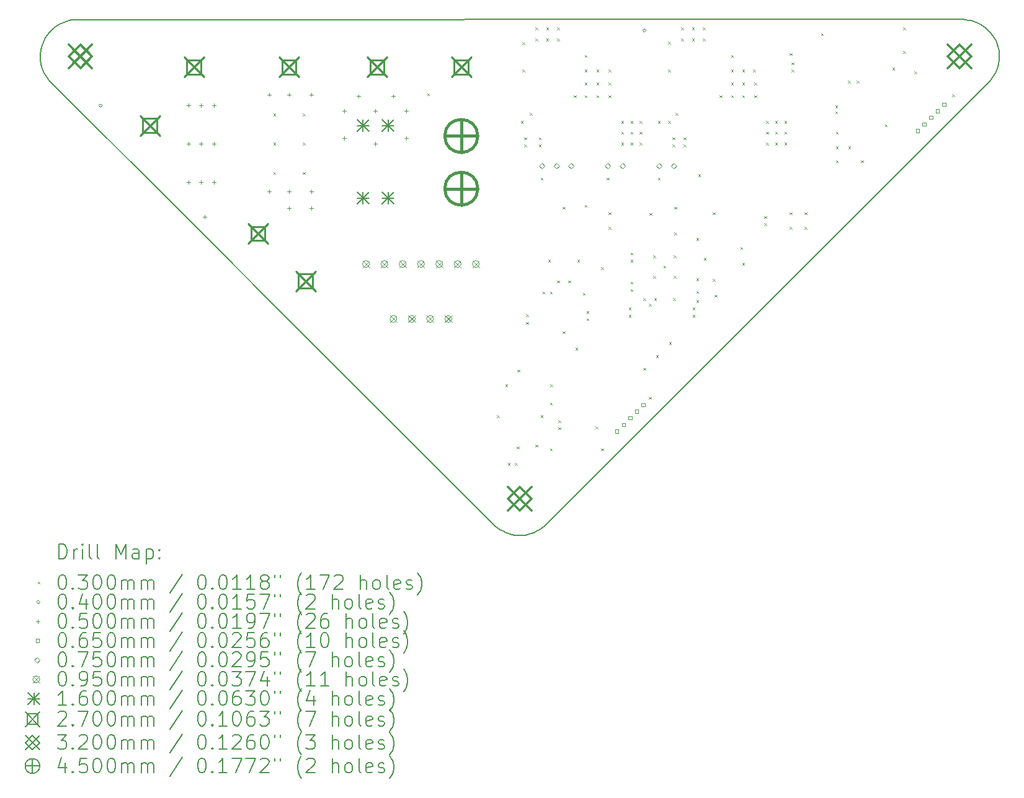
<source format=gbr>
%TF.GenerationSoftware,KiCad,Pcbnew,7.0.10-7.0.10~ubuntu22.04.1*%
%TF.CreationDate,2024-02-06T20:51:51-05:00*%
%TF.ProjectId,PCB,5043422e-6b69-4636-9164-5f7063625858,rev?*%
%TF.SameCoordinates,Original*%
%TF.FileFunction,Drillmap*%
%TF.FilePolarity,Positive*%
%FSLAX45Y45*%
G04 Gerber Fmt 4.5, Leading zero omitted, Abs format (unit mm)*
G04 Created by KiCad (PCBNEW 7.0.10-7.0.10~ubuntu22.04.1) date 2024-02-06 20:51:51*
%MOMM*%
%LPD*%
G01*
G04 APERTURE LIST*
%ADD10C,0.150000*%
%ADD11C,0.200000*%
%ADD12C,0.100000*%
%ADD13C,0.160000*%
%ADD14C,0.270000*%
%ADD15C,0.320000*%
%ADD16C,0.450000*%
G04 APERTURE END LIST*
D10*
X16040000Y-2155000D02*
X16073579Y-2159101D01*
X16108157Y-2166739D01*
X16151811Y-2178908D01*
X16194186Y-2194979D01*
X16234932Y-2214818D01*
X16273715Y-2238264D01*
X16310218Y-2265123D01*
X16344140Y-2295175D01*
X16375203Y-2328174D01*
X16403152Y-2363849D01*
X16427758Y-2401906D01*
X16448819Y-2442035D01*
X16466162Y-2483904D01*
X16479645Y-2527172D01*
X16489157Y-2571482D01*
X16494619Y-2616471D01*
X16495988Y-2661769D01*
X16493252Y-2707006D01*
X16486433Y-2751809D01*
X16475587Y-2795812D01*
X16460804Y-2838652D01*
X16442205Y-2879979D01*
X16419941Y-2919453D01*
X16394197Y-2956750D01*
X16365183Y-2991564D01*
X16349340Y-3007767D01*
X15698778Y-3658329D01*
X12580437Y-6776670D01*
X10303553Y-9053553D01*
X10287956Y-9068814D01*
X10254526Y-9096866D01*
X10218778Y-9121897D01*
X10180984Y-9143717D01*
X10141433Y-9162160D01*
X10100425Y-9177086D01*
X10058271Y-9188381D01*
X10015294Y-9195959D01*
X9971820Y-9199762D01*
X9928180Y-9199762D01*
X9884706Y-9195959D01*
X9841729Y-9188381D01*
X9799576Y-9177086D01*
X9758567Y-9162160D01*
X9719016Y-9143717D01*
X9681222Y-9121897D01*
X9645474Y-9096866D01*
X9612044Y-9068814D01*
X9596447Y-9053553D01*
X6987223Y-6444329D01*
X5375019Y-4832126D01*
X3550660Y-3007767D01*
X3534817Y-2991564D01*
X3505803Y-2956750D01*
X3480059Y-2919453D01*
X3457796Y-2879979D01*
X3439197Y-2838652D01*
X3424414Y-2795812D01*
X3413568Y-2751809D01*
X3406749Y-2707006D01*
X3404013Y-2661769D01*
X3405382Y-2616471D01*
X3410845Y-2571482D01*
X3420357Y-2527172D01*
X3433839Y-2483905D01*
X3451182Y-2442035D01*
X3472243Y-2401907D01*
X3496849Y-2363849D01*
X3524798Y-2328175D01*
X3555861Y-2295176D01*
X3589783Y-2265124D01*
X3626285Y-2238264D01*
X3665069Y-2214819D01*
X3705815Y-2194979D01*
X3748189Y-2178909D01*
X3791844Y-2166739D01*
X3836421Y-2158570D01*
X3881554Y-2154468D01*
X3904213Y-2154214D01*
X14400000Y-2150000D01*
X15275000Y-2150000D01*
X16005000Y-2150000D01*
X16040000Y-2155000D01*
D11*
D12*
X6585000Y-3435000D02*
X6615000Y-3465000D01*
X6615000Y-3435000D02*
X6585000Y-3465000D01*
X6585000Y-3835000D02*
X6615000Y-3865000D01*
X6615000Y-3835000D02*
X6585000Y-3865000D01*
X6585000Y-4235000D02*
X6615000Y-4265000D01*
X6615000Y-4235000D02*
X6585000Y-4265000D01*
X6985000Y-3435000D02*
X7015000Y-3465000D01*
X7015000Y-3435000D02*
X6985000Y-3465000D01*
X6985000Y-3835000D02*
X7015000Y-3865000D01*
X7015000Y-3835000D02*
X6985000Y-3865000D01*
X6985000Y-4235000D02*
X7015000Y-4265000D01*
X7015000Y-4235000D02*
X6985000Y-4265000D01*
X8685000Y-3160000D02*
X8715000Y-3190000D01*
X8715000Y-3160000D02*
X8685000Y-3190000D01*
X9635000Y-7560000D02*
X9665000Y-7590000D01*
X9665000Y-7560000D02*
X9635000Y-7590000D01*
X9752500Y-7135000D02*
X9782500Y-7165000D01*
X9782500Y-7135000D02*
X9752500Y-7165000D01*
X9785000Y-8210000D02*
X9815000Y-8240000D01*
X9815000Y-8210000D02*
X9785000Y-8240000D01*
X9885000Y-8210000D02*
X9915000Y-8240000D01*
X9915000Y-8210000D02*
X9885000Y-8240000D01*
X9910000Y-7985000D02*
X9940000Y-8015000D01*
X9940000Y-7985000D02*
X9910000Y-8015000D01*
X9917500Y-6935000D02*
X9947500Y-6965000D01*
X9947500Y-6935000D02*
X9917500Y-6965000D01*
X9965000Y-3535000D02*
X9995000Y-3565000D01*
X9995000Y-3535000D02*
X9965000Y-3565000D01*
X9985000Y-2460000D02*
X10015000Y-2490000D01*
X10015000Y-2460000D02*
X9985000Y-2490000D01*
X9985000Y-2835000D02*
X10015000Y-2865000D01*
X10015000Y-2835000D02*
X9985000Y-2865000D01*
X10010000Y-3760000D02*
X10040000Y-3790000D01*
X10040000Y-3760000D02*
X10010000Y-3790000D01*
X10010000Y-3860000D02*
X10040000Y-3890000D01*
X10040000Y-3860000D02*
X10010000Y-3890000D01*
X10035000Y-6180000D02*
X10065000Y-6210000D01*
X10065000Y-6180000D02*
X10035000Y-6210000D01*
X10035000Y-6285000D02*
X10065000Y-6315000D01*
X10065000Y-6285000D02*
X10035000Y-6315000D01*
X10085000Y-3425000D02*
X10115000Y-3455000D01*
X10115000Y-3425000D02*
X10085000Y-3455000D01*
X10160000Y-2260000D02*
X10190000Y-2290000D01*
X10190000Y-2260000D02*
X10160000Y-2290000D01*
X10160000Y-2410000D02*
X10190000Y-2440000D01*
X10190000Y-2410000D02*
X10160000Y-2440000D01*
X10160000Y-7960000D02*
X10190000Y-7990000D01*
X10190000Y-7960000D02*
X10160000Y-7990000D01*
X10210000Y-3760000D02*
X10240000Y-3790000D01*
X10240000Y-3760000D02*
X10210000Y-3790000D01*
X10210000Y-3860000D02*
X10240000Y-3890000D01*
X10240000Y-3860000D02*
X10210000Y-3890000D01*
X10235000Y-4310000D02*
X10265000Y-4340000D01*
X10265000Y-4310000D02*
X10235000Y-4340000D01*
X10235000Y-7560000D02*
X10265000Y-7590000D01*
X10265000Y-7560000D02*
X10235000Y-7590000D01*
X10260000Y-5870000D02*
X10290000Y-5900000D01*
X10290000Y-5870000D02*
X10260000Y-5900000D01*
X10310000Y-2260000D02*
X10340000Y-2290000D01*
X10340000Y-2260000D02*
X10310000Y-2290000D01*
X10310000Y-2410000D02*
X10340000Y-2440000D01*
X10340000Y-2410000D02*
X10310000Y-2440000D01*
X10335000Y-5435000D02*
X10365000Y-5465000D01*
X10365000Y-5435000D02*
X10335000Y-5465000D01*
X10360000Y-5870000D02*
X10390000Y-5900000D01*
X10390000Y-5870000D02*
X10360000Y-5900000D01*
X10360000Y-7385000D02*
X10390000Y-7415000D01*
X10390000Y-7385000D02*
X10360000Y-7415000D01*
X10360000Y-8010000D02*
X10390000Y-8040000D01*
X10390000Y-8010000D02*
X10360000Y-8040000D01*
X10367500Y-7135000D02*
X10397500Y-7165000D01*
X10397500Y-7135000D02*
X10367500Y-7165000D01*
X10460000Y-2260000D02*
X10490000Y-2290000D01*
X10490000Y-2260000D02*
X10460000Y-2290000D01*
X10460000Y-2410000D02*
X10490000Y-2440000D01*
X10490000Y-2410000D02*
X10460000Y-2440000D01*
X10460000Y-5715000D02*
X10490000Y-5745000D01*
X10490000Y-5715000D02*
X10460000Y-5745000D01*
X10475000Y-7625000D02*
X10505000Y-7655000D01*
X10505000Y-7625000D02*
X10475000Y-7655000D01*
X10475000Y-7725000D02*
X10505000Y-7755000D01*
X10505000Y-7725000D02*
X10475000Y-7755000D01*
X10535000Y-4710000D02*
X10565000Y-4740000D01*
X10565000Y-4710000D02*
X10535000Y-4740000D01*
X10535000Y-6410000D02*
X10565000Y-6440000D01*
X10565000Y-6410000D02*
X10535000Y-6440000D01*
X10610000Y-5715000D02*
X10640000Y-5745000D01*
X10640000Y-5715000D02*
X10610000Y-5745000D01*
X10685000Y-3185000D02*
X10715000Y-3215000D01*
X10715000Y-3185000D02*
X10685000Y-3215000D01*
X10710000Y-6635000D02*
X10740000Y-6665000D01*
X10740000Y-6635000D02*
X10710000Y-6665000D01*
X10735000Y-5435000D02*
X10765000Y-5465000D01*
X10765000Y-5435000D02*
X10735000Y-5465000D01*
X10810000Y-5885000D02*
X10840000Y-5915000D01*
X10840000Y-5885000D02*
X10810000Y-5915000D01*
X10835000Y-2635000D02*
X10865000Y-2665000D01*
X10865000Y-2635000D02*
X10835000Y-2665000D01*
X10835000Y-2835000D02*
X10865000Y-2865000D01*
X10865000Y-2835000D02*
X10835000Y-2865000D01*
X10835000Y-3010000D02*
X10865000Y-3040000D01*
X10865000Y-3010000D02*
X10835000Y-3040000D01*
X10835000Y-3185000D02*
X10865000Y-3215000D01*
X10865000Y-3185000D02*
X10835000Y-3215000D01*
X10835000Y-4685000D02*
X10865000Y-4715000D01*
X10865000Y-4685000D02*
X10835000Y-4715000D01*
X10860000Y-6135000D02*
X10890000Y-6165000D01*
X10890000Y-6135000D02*
X10860000Y-6165000D01*
X10860000Y-6235000D02*
X10890000Y-6265000D01*
X10890000Y-6235000D02*
X10860000Y-6265000D01*
X10985000Y-7710000D02*
X11015000Y-7740000D01*
X11015000Y-7710000D02*
X10985000Y-7740000D01*
X10995000Y-2835000D02*
X11025000Y-2865000D01*
X11025000Y-2835000D02*
X10995000Y-2865000D01*
X10995000Y-3010000D02*
X11025000Y-3040000D01*
X11025000Y-3010000D02*
X10995000Y-3040000D01*
X10995000Y-3185000D02*
X11025000Y-3215000D01*
X11025000Y-3185000D02*
X10995000Y-3215000D01*
X11060000Y-5535000D02*
X11090000Y-5565000D01*
X11090000Y-5535000D02*
X11060000Y-5565000D01*
X11060000Y-8010000D02*
X11090000Y-8040000D01*
X11090000Y-8010000D02*
X11060000Y-8040000D01*
X11135000Y-4310000D02*
X11165000Y-4340000D01*
X11165000Y-4310000D02*
X11135000Y-4340000D01*
X11160000Y-2835000D02*
X11190000Y-2865000D01*
X11190000Y-2835000D02*
X11160000Y-2865000D01*
X11160000Y-3010000D02*
X11190000Y-3040000D01*
X11190000Y-3010000D02*
X11160000Y-3040000D01*
X11160000Y-3185000D02*
X11190000Y-3215000D01*
X11190000Y-3185000D02*
X11160000Y-3215000D01*
X11160000Y-4785000D02*
X11190000Y-4815000D01*
X11190000Y-4785000D02*
X11160000Y-4815000D01*
X11160000Y-4985000D02*
X11190000Y-5015000D01*
X11190000Y-4985000D02*
X11160000Y-5015000D01*
X11335000Y-3535000D02*
X11365000Y-3565000D01*
X11365000Y-3535000D02*
X11335000Y-3565000D01*
X11335000Y-3685000D02*
X11365000Y-3715000D01*
X11365000Y-3685000D02*
X11335000Y-3715000D01*
X11335000Y-3835000D02*
X11365000Y-3865000D01*
X11365000Y-3835000D02*
X11335000Y-3865000D01*
X11435000Y-6085000D02*
X11465000Y-6115000D01*
X11465000Y-6085000D02*
X11435000Y-6115000D01*
X11435000Y-6185000D02*
X11465000Y-6215000D01*
X11465000Y-6185000D02*
X11435000Y-6215000D01*
X11460000Y-3535000D02*
X11490000Y-3565000D01*
X11490000Y-3535000D02*
X11460000Y-3565000D01*
X11460000Y-3685000D02*
X11490000Y-3715000D01*
X11490000Y-3685000D02*
X11460000Y-3715000D01*
X11460000Y-3835000D02*
X11490000Y-3865000D01*
X11490000Y-3835000D02*
X11460000Y-3865000D01*
X11460000Y-5335000D02*
X11490000Y-5365000D01*
X11490000Y-5335000D02*
X11460000Y-5365000D01*
X11460000Y-5435000D02*
X11490000Y-5465000D01*
X11490000Y-5435000D02*
X11460000Y-5465000D01*
X11460000Y-5735000D02*
X11490000Y-5765000D01*
X11490000Y-5735000D02*
X11460000Y-5765000D01*
X11460000Y-5835000D02*
X11490000Y-5865000D01*
X11490000Y-5835000D02*
X11460000Y-5865000D01*
X11585000Y-3535000D02*
X11615000Y-3565000D01*
X11615000Y-3535000D02*
X11585000Y-3565000D01*
X11585000Y-3685000D02*
X11615000Y-3715000D01*
X11615000Y-3685000D02*
X11585000Y-3715000D01*
X11585000Y-3835000D02*
X11615000Y-3865000D01*
X11615000Y-3835000D02*
X11585000Y-3865000D01*
X11635000Y-5960000D02*
X11665000Y-5990000D01*
X11665000Y-5960000D02*
X11635000Y-5990000D01*
X11635000Y-6910000D02*
X11665000Y-6940000D01*
X11665000Y-6910000D02*
X11635000Y-6940000D01*
X11710000Y-6035000D02*
X11740000Y-6065000D01*
X11740000Y-6035000D02*
X11710000Y-6065000D01*
X11710000Y-7310000D02*
X11740000Y-7340000D01*
X11740000Y-7310000D02*
X11710000Y-7340000D01*
X11720000Y-4793750D02*
X11750000Y-4823750D01*
X11750000Y-4793750D02*
X11720000Y-4823750D01*
X11770000Y-5375000D02*
X11800000Y-5405000D01*
X11800000Y-5375000D02*
X11770000Y-5405000D01*
X11770000Y-5655000D02*
X11800000Y-5685000D01*
X11800000Y-5655000D02*
X11770000Y-5685000D01*
X11785000Y-5960000D02*
X11815000Y-5990000D01*
X11815000Y-5960000D02*
X11785000Y-5990000D01*
X11810000Y-6735000D02*
X11840000Y-6765000D01*
X11840000Y-6735000D02*
X11810000Y-6765000D01*
X11835000Y-3535000D02*
X11865000Y-3565000D01*
X11865000Y-3535000D02*
X11835000Y-3565000D01*
X11835000Y-4310000D02*
X11865000Y-4340000D01*
X11865000Y-4310000D02*
X11835000Y-4340000D01*
X11910000Y-5515000D02*
X11940000Y-5545000D01*
X11940000Y-5515000D02*
X11910000Y-5545000D01*
X11975000Y-2455000D02*
X12005000Y-2485000D01*
X12005000Y-2455000D02*
X11975000Y-2485000D01*
X11975000Y-2835000D02*
X12005000Y-2865000D01*
X12005000Y-2835000D02*
X11975000Y-2865000D01*
X11975000Y-3535000D02*
X12005000Y-3565000D01*
X12005000Y-3535000D02*
X11975000Y-3565000D01*
X11985000Y-6560000D02*
X12015000Y-6590000D01*
X12015000Y-6560000D02*
X11985000Y-6590000D01*
X12035000Y-3760000D02*
X12065000Y-3790000D01*
X12065000Y-3760000D02*
X12035000Y-3790000D01*
X12035000Y-3860000D02*
X12065000Y-3890000D01*
X12065000Y-3860000D02*
X12035000Y-3890000D01*
X12043737Y-5960000D02*
X12073737Y-5990000D01*
X12073737Y-5960000D02*
X12043737Y-5990000D01*
X12050000Y-5375000D02*
X12080000Y-5405000D01*
X12080000Y-5375000D02*
X12050000Y-5405000D01*
X12050000Y-5655000D02*
X12080000Y-5685000D01*
X12080000Y-5655000D02*
X12050000Y-5685000D01*
X12060000Y-4710000D02*
X12090000Y-4740000D01*
X12090000Y-4710000D02*
X12060000Y-4740000D01*
X12060000Y-5060000D02*
X12090000Y-5090000D01*
X12090000Y-5060000D02*
X12060000Y-5090000D01*
X12075000Y-3425000D02*
X12105000Y-3455000D01*
X12105000Y-3425000D02*
X12075000Y-3455000D01*
X12150000Y-2260000D02*
X12180000Y-2290000D01*
X12180000Y-2260000D02*
X12150000Y-2290000D01*
X12150000Y-2410000D02*
X12180000Y-2440000D01*
X12180000Y-2410000D02*
X12150000Y-2440000D01*
X12185000Y-3760000D02*
X12215000Y-3790000D01*
X12215000Y-3760000D02*
X12185000Y-3790000D01*
X12185000Y-3860000D02*
X12215000Y-3890000D01*
X12215000Y-3860000D02*
X12185000Y-3890000D01*
X12300000Y-2260000D02*
X12330000Y-2290000D01*
X12330000Y-2260000D02*
X12300000Y-2290000D01*
X12300000Y-2410000D02*
X12330000Y-2440000D01*
X12330000Y-2410000D02*
X12300000Y-2440000D01*
X12310000Y-6085000D02*
X12340000Y-6115000D01*
X12340000Y-6085000D02*
X12310000Y-6115000D01*
X12310000Y-6185000D02*
X12340000Y-6215000D01*
X12340000Y-6185000D02*
X12310000Y-6215000D01*
X12360000Y-5135000D02*
X12390000Y-5165000D01*
X12390000Y-5135000D02*
X12360000Y-5165000D01*
X12360000Y-5685000D02*
X12390000Y-5715000D01*
X12390000Y-5685000D02*
X12360000Y-5715000D01*
X12360000Y-5860000D02*
X12390000Y-5890000D01*
X12390000Y-5860000D02*
X12360000Y-5890000D01*
X12360000Y-5985000D02*
X12390000Y-6015000D01*
X12390000Y-5985000D02*
X12360000Y-6015000D01*
X12385000Y-4265000D02*
X12415000Y-4295000D01*
X12415000Y-4265000D02*
X12385000Y-4295000D01*
X12450000Y-2260000D02*
X12480000Y-2290000D01*
X12480000Y-2260000D02*
X12450000Y-2290000D01*
X12450000Y-2410000D02*
X12480000Y-2440000D01*
X12480000Y-2410000D02*
X12450000Y-2440000D01*
X12460000Y-5407500D02*
X12490000Y-5437500D01*
X12490000Y-5407500D02*
X12460000Y-5437500D01*
X12585000Y-4785000D02*
X12615000Y-4815000D01*
X12615000Y-4785000D02*
X12585000Y-4815000D01*
X12585000Y-5695000D02*
X12615000Y-5725000D01*
X12615000Y-5695000D02*
X12585000Y-5725000D01*
X12610000Y-5910000D02*
X12640000Y-5940000D01*
X12640000Y-5910000D02*
X12610000Y-5940000D01*
X12675000Y-3185000D02*
X12705000Y-3215000D01*
X12705000Y-3185000D02*
X12675000Y-3215000D01*
X12835000Y-2635000D02*
X12865000Y-2665000D01*
X12865000Y-2635000D02*
X12835000Y-2665000D01*
X12835000Y-2835000D02*
X12865000Y-2865000D01*
X12865000Y-2835000D02*
X12835000Y-2865000D01*
X12835000Y-3010000D02*
X12865000Y-3040000D01*
X12865000Y-3010000D02*
X12835000Y-3040000D01*
X12835000Y-3185000D02*
X12865000Y-3215000D01*
X12865000Y-3185000D02*
X12835000Y-3215000D01*
X12960000Y-5260000D02*
X12990000Y-5290000D01*
X12990000Y-5260000D02*
X12960000Y-5290000D01*
X12985000Y-2835000D02*
X13015000Y-2865000D01*
X13015000Y-2835000D02*
X12985000Y-2865000D01*
X12985000Y-3010000D02*
X13015000Y-3040000D01*
X13015000Y-3010000D02*
X12985000Y-3040000D01*
X12985000Y-3185000D02*
X13015000Y-3215000D01*
X13015000Y-3185000D02*
X12985000Y-3215000D01*
X12985000Y-5475000D02*
X13015000Y-5505000D01*
X13015000Y-5475000D02*
X12985000Y-5505000D01*
X13135000Y-2835000D02*
X13165000Y-2865000D01*
X13165000Y-2835000D02*
X13135000Y-2865000D01*
X13150000Y-3010000D02*
X13180000Y-3040000D01*
X13180000Y-3010000D02*
X13150000Y-3040000D01*
X13150000Y-3185000D02*
X13180000Y-3215000D01*
X13180000Y-3185000D02*
X13150000Y-3215000D01*
X13285000Y-4835000D02*
X13315000Y-4865000D01*
X13315000Y-4835000D02*
X13285000Y-4865000D01*
X13285000Y-4935000D02*
X13315000Y-4965000D01*
X13315000Y-4935000D02*
X13285000Y-4965000D01*
X13310000Y-3535000D02*
X13340000Y-3565000D01*
X13340000Y-3535000D02*
X13310000Y-3565000D01*
X13310000Y-3685000D02*
X13340000Y-3715000D01*
X13340000Y-3685000D02*
X13310000Y-3715000D01*
X13310000Y-3835000D02*
X13340000Y-3865000D01*
X13340000Y-3835000D02*
X13310000Y-3865000D01*
X13435000Y-3535000D02*
X13465000Y-3565000D01*
X13465000Y-3535000D02*
X13435000Y-3565000D01*
X13435000Y-3685000D02*
X13465000Y-3715000D01*
X13465000Y-3685000D02*
X13435000Y-3715000D01*
X13435000Y-3835000D02*
X13465000Y-3865000D01*
X13465000Y-3835000D02*
X13435000Y-3865000D01*
X13560000Y-3535000D02*
X13590000Y-3565000D01*
X13590000Y-3535000D02*
X13560000Y-3565000D01*
X13560000Y-3685000D02*
X13590000Y-3715000D01*
X13590000Y-3685000D02*
X13560000Y-3715000D01*
X13560000Y-3835000D02*
X13590000Y-3865000D01*
X13590000Y-3835000D02*
X13560000Y-3865000D01*
X13635000Y-2610000D02*
X13665000Y-2640000D01*
X13665000Y-2610000D02*
X13635000Y-2640000D01*
X13635000Y-4785000D02*
X13665000Y-4815000D01*
X13665000Y-4785000D02*
X13635000Y-4815000D01*
X13635000Y-4985000D02*
X13665000Y-5015000D01*
X13665000Y-4985000D02*
X13635000Y-5015000D01*
X13660000Y-2735000D02*
X13690000Y-2765000D01*
X13690000Y-2735000D02*
X13660000Y-2765000D01*
X13660000Y-2835000D02*
X13690000Y-2865000D01*
X13690000Y-2835000D02*
X13660000Y-2865000D01*
X13835000Y-4785000D02*
X13865000Y-4815000D01*
X13865000Y-4785000D02*
X13835000Y-4815000D01*
X13835000Y-4985000D02*
X13865000Y-5015000D01*
X13865000Y-4985000D02*
X13835000Y-5015000D01*
X14060000Y-2339888D02*
X14090000Y-2369888D01*
X14090000Y-2339888D02*
X14060000Y-2369888D01*
X14255000Y-3325000D02*
X14285000Y-3355000D01*
X14285000Y-3325000D02*
X14255000Y-3355000D01*
X14255000Y-3405000D02*
X14285000Y-3435000D01*
X14285000Y-3405000D02*
X14255000Y-3435000D01*
X14265000Y-3685000D02*
X14295000Y-3715000D01*
X14295000Y-3685000D02*
X14265000Y-3715000D01*
X14265000Y-3885000D02*
X14295000Y-3915000D01*
X14295000Y-3885000D02*
X14265000Y-3915000D01*
X14265000Y-4075000D02*
X14295000Y-4105000D01*
X14295000Y-4075000D02*
X14265000Y-4105000D01*
X14430168Y-2985000D02*
X14460168Y-3015000D01*
X14460168Y-2985000D02*
X14430168Y-3015000D01*
X14435000Y-3885000D02*
X14465000Y-3915000D01*
X14465000Y-3885000D02*
X14435000Y-3915000D01*
X14550056Y-2985000D02*
X14580056Y-3015000D01*
X14580056Y-2985000D02*
X14550056Y-3015000D01*
X14605000Y-4075000D02*
X14635000Y-4105000D01*
X14635000Y-4075000D02*
X14605000Y-4105000D01*
X14935000Y-3585000D02*
X14965000Y-3615000D01*
X14965000Y-3585000D02*
X14935000Y-3615000D01*
X15035000Y-2810000D02*
X15065000Y-2840000D01*
X15065000Y-2810000D02*
X15035000Y-2840000D01*
X15185000Y-2260000D02*
X15215000Y-2290000D01*
X15215000Y-2260000D02*
X15185000Y-2290000D01*
X15185000Y-2579664D02*
X15215000Y-2609664D01*
X15215000Y-2579664D02*
X15185000Y-2609664D01*
X15335000Y-2860000D02*
X15365000Y-2890000D01*
X15365000Y-2860000D02*
X15335000Y-2890000D01*
X15849802Y-3170197D02*
X15879802Y-3200197D01*
X15879802Y-3170197D02*
X15849802Y-3200197D01*
X4245000Y-3325000D02*
G75*
G03*
X4205000Y-3325000I-20000J0D01*
G01*
X4205000Y-3325000D02*
G75*
G03*
X4245000Y-3325000I20000J0D01*
G01*
X11670000Y-2300000D02*
G75*
G03*
X11630000Y-2300000I-20000J0D01*
G01*
X11630000Y-2300000D02*
G75*
G03*
X11670000Y-2300000I20000J0D01*
G01*
X5425000Y-3300000D02*
X5425000Y-3350000D01*
X5400000Y-3325000D02*
X5450000Y-3325000D01*
X5425000Y-3825000D02*
X5425000Y-3875000D01*
X5400000Y-3850000D02*
X5450000Y-3850000D01*
X5425000Y-4350000D02*
X5425000Y-4400000D01*
X5400000Y-4375000D02*
X5450000Y-4375000D01*
X5600000Y-3300000D02*
X5600000Y-3350000D01*
X5575000Y-3325000D02*
X5625000Y-3325000D01*
X5600000Y-3825000D02*
X5600000Y-3875000D01*
X5575000Y-3850000D02*
X5625000Y-3850000D01*
X5600000Y-4350000D02*
X5600000Y-4400000D01*
X5575000Y-4375000D02*
X5625000Y-4375000D01*
X5650000Y-4825000D02*
X5650000Y-4875000D01*
X5625000Y-4850000D02*
X5675000Y-4850000D01*
X5775000Y-3300000D02*
X5775000Y-3350000D01*
X5750000Y-3325000D02*
X5800000Y-3325000D01*
X5775000Y-3825000D02*
X5775000Y-3875000D01*
X5750000Y-3850000D02*
X5800000Y-3850000D01*
X5775000Y-4350000D02*
X5775000Y-4400000D01*
X5750000Y-4375000D02*
X5800000Y-4375000D01*
X6525000Y-3150000D02*
X6525000Y-3200000D01*
X6500000Y-3175000D02*
X6550000Y-3175000D01*
X6525000Y-4475000D02*
X6525000Y-4525000D01*
X6500000Y-4500000D02*
X6550000Y-4500000D01*
X6800000Y-3150000D02*
X6800000Y-3200000D01*
X6775000Y-3175000D02*
X6825000Y-3175000D01*
X6800000Y-4475000D02*
X6800000Y-4525000D01*
X6775000Y-4500000D02*
X6825000Y-4500000D01*
X6800000Y-4700000D02*
X6800000Y-4750000D01*
X6775000Y-4725000D02*
X6825000Y-4725000D01*
X7100000Y-3150000D02*
X7100000Y-3200000D01*
X7075000Y-3175000D02*
X7125000Y-3175000D01*
X7100000Y-4475000D02*
X7100000Y-4525000D01*
X7075000Y-4500000D02*
X7125000Y-4500000D01*
X7100000Y-4700000D02*
X7100000Y-4750000D01*
X7075000Y-4725000D02*
X7125000Y-4725000D01*
X7550000Y-3375000D02*
X7550000Y-3425000D01*
X7525000Y-3400000D02*
X7575000Y-3400000D01*
X7550000Y-3750000D02*
X7550000Y-3800000D01*
X7525000Y-3775000D02*
X7575000Y-3775000D01*
X7750000Y-3175000D02*
X7750000Y-3225000D01*
X7725000Y-3200000D02*
X7775000Y-3200000D01*
X7975000Y-3375000D02*
X7975000Y-3425000D01*
X7950000Y-3400000D02*
X8000000Y-3400000D01*
X7975000Y-3825000D02*
X7975000Y-3875000D01*
X7950000Y-3850000D02*
X8000000Y-3850000D01*
X8225000Y-3175000D02*
X8225000Y-3225000D01*
X8200000Y-3200000D02*
X8250000Y-3200000D01*
X8400000Y-3375000D02*
X8400000Y-3425000D01*
X8375000Y-3400000D02*
X8425000Y-3400000D01*
X8400000Y-3750000D02*
X8400000Y-3800000D01*
X8375000Y-3775000D02*
X8425000Y-3775000D01*
X11297981Y-7797981D02*
X11297981Y-7752019D01*
X11252019Y-7752019D01*
X11252019Y-7797981D01*
X11297981Y-7797981D01*
X11387784Y-7708179D02*
X11387784Y-7662216D01*
X11341821Y-7662216D01*
X11341821Y-7708179D01*
X11387784Y-7708179D01*
X11477586Y-7618376D02*
X11477586Y-7572414D01*
X11431624Y-7572414D01*
X11431624Y-7618376D01*
X11477586Y-7618376D01*
X11567389Y-7528573D02*
X11567389Y-7482611D01*
X11521426Y-7482611D01*
X11521426Y-7528573D01*
X11567389Y-7528573D01*
X11657191Y-7438771D02*
X11657191Y-7392809D01*
X11611229Y-7392809D01*
X11611229Y-7438771D01*
X11657191Y-7438771D01*
X15403573Y-3692389D02*
X15403573Y-3646426D01*
X15357611Y-3646426D01*
X15357611Y-3692389D01*
X15403573Y-3692389D01*
X15493376Y-3602586D02*
X15493376Y-3556624D01*
X15447414Y-3556624D01*
X15447414Y-3602586D01*
X15493376Y-3602586D01*
X15583179Y-3512784D02*
X15583179Y-3466821D01*
X15537216Y-3466821D01*
X15537216Y-3512784D01*
X15583179Y-3512784D01*
X15672981Y-3422981D02*
X15672981Y-3377019D01*
X15627019Y-3377019D01*
X15627019Y-3422981D01*
X15672981Y-3422981D01*
X15762784Y-3333179D02*
X15762784Y-3287216D01*
X15716821Y-3287216D01*
X15716821Y-3333179D01*
X15762784Y-3333179D01*
X10250000Y-4187500D02*
X10287500Y-4150000D01*
X10250000Y-4112500D01*
X10212500Y-4150000D01*
X10250000Y-4187500D01*
X10450000Y-4187500D02*
X10487500Y-4150000D01*
X10450000Y-4112500D01*
X10412500Y-4150000D01*
X10450000Y-4187500D01*
X10650000Y-4187500D02*
X10687500Y-4150000D01*
X10650000Y-4112500D01*
X10612500Y-4150000D01*
X10650000Y-4187500D01*
X11150000Y-4187500D02*
X11187500Y-4150000D01*
X11150000Y-4112500D01*
X11112500Y-4150000D01*
X11150000Y-4187500D01*
X11350000Y-4187500D02*
X11387500Y-4150000D01*
X11350000Y-4112500D01*
X11312500Y-4150000D01*
X11350000Y-4187500D01*
X11850000Y-4187500D02*
X11887500Y-4150000D01*
X11850000Y-4112500D01*
X11812500Y-4150000D01*
X11850000Y-4187500D01*
X12050000Y-4187500D02*
X12087500Y-4150000D01*
X12050000Y-4112500D01*
X12012500Y-4150000D01*
X12050000Y-4187500D01*
X7802500Y-5444500D02*
X7897500Y-5539500D01*
X7897500Y-5444500D02*
X7802500Y-5539500D01*
X7897500Y-5492000D02*
G75*
G03*
X7802500Y-5492000I-47500J0D01*
G01*
X7802500Y-5492000D02*
G75*
G03*
X7897500Y-5492000I47500J0D01*
G01*
X8052500Y-5444500D02*
X8147500Y-5539500D01*
X8147500Y-5444500D02*
X8052500Y-5539500D01*
X8147500Y-5492000D02*
G75*
G03*
X8052500Y-5492000I-47500J0D01*
G01*
X8052500Y-5492000D02*
G75*
G03*
X8147500Y-5492000I47500J0D01*
G01*
X8177500Y-6194500D02*
X8272500Y-6289500D01*
X8272500Y-6194500D02*
X8177500Y-6289500D01*
X8272500Y-6242000D02*
G75*
G03*
X8177500Y-6242000I-47500J0D01*
G01*
X8177500Y-6242000D02*
G75*
G03*
X8272500Y-6242000I47500J0D01*
G01*
X8302500Y-5444500D02*
X8397500Y-5539500D01*
X8397500Y-5444500D02*
X8302500Y-5539500D01*
X8397500Y-5492000D02*
G75*
G03*
X8302500Y-5492000I-47500J0D01*
G01*
X8302500Y-5492000D02*
G75*
G03*
X8397500Y-5492000I47500J0D01*
G01*
X8427500Y-6194500D02*
X8522500Y-6289500D01*
X8522500Y-6194500D02*
X8427500Y-6289500D01*
X8522500Y-6242000D02*
G75*
G03*
X8427500Y-6242000I-47500J0D01*
G01*
X8427500Y-6242000D02*
G75*
G03*
X8522500Y-6242000I47500J0D01*
G01*
X8552500Y-5444500D02*
X8647500Y-5539500D01*
X8647500Y-5444500D02*
X8552500Y-5539500D01*
X8647500Y-5492000D02*
G75*
G03*
X8552500Y-5492000I-47500J0D01*
G01*
X8552500Y-5492000D02*
G75*
G03*
X8647500Y-5492000I47500J0D01*
G01*
X8677500Y-6194500D02*
X8772500Y-6289500D01*
X8772500Y-6194500D02*
X8677500Y-6289500D01*
X8772500Y-6242000D02*
G75*
G03*
X8677500Y-6242000I-47500J0D01*
G01*
X8677500Y-6242000D02*
G75*
G03*
X8772500Y-6242000I47500J0D01*
G01*
X8802500Y-5444500D02*
X8897500Y-5539500D01*
X8897500Y-5444500D02*
X8802500Y-5539500D01*
X8897500Y-5492000D02*
G75*
G03*
X8802500Y-5492000I-47500J0D01*
G01*
X8802500Y-5492000D02*
G75*
G03*
X8897500Y-5492000I47500J0D01*
G01*
X8927500Y-6194500D02*
X9022500Y-6289500D01*
X9022500Y-6194500D02*
X8927500Y-6289500D01*
X9022500Y-6242000D02*
G75*
G03*
X8927500Y-6242000I-47500J0D01*
G01*
X8927500Y-6242000D02*
G75*
G03*
X9022500Y-6242000I47500J0D01*
G01*
X9052500Y-5444500D02*
X9147500Y-5539500D01*
X9147500Y-5444500D02*
X9052500Y-5539500D01*
X9147500Y-5492000D02*
G75*
G03*
X9052500Y-5492000I-47500J0D01*
G01*
X9052500Y-5492000D02*
G75*
G03*
X9147500Y-5492000I47500J0D01*
G01*
X9302500Y-5444500D02*
X9397500Y-5539500D01*
X9397500Y-5444500D02*
X9302500Y-5539500D01*
X9397500Y-5492000D02*
G75*
G03*
X9302500Y-5492000I-47500J0D01*
G01*
X9302500Y-5492000D02*
G75*
G03*
X9397500Y-5492000I47500J0D01*
G01*
D13*
X7730000Y-3520000D02*
X7890000Y-3680000D01*
X7890000Y-3520000D02*
X7730000Y-3680000D01*
X7810000Y-3520000D02*
X7810000Y-3680000D01*
X7730000Y-3600000D02*
X7890000Y-3600000D01*
X7730000Y-4512000D02*
X7890000Y-4672000D01*
X7890000Y-4512000D02*
X7730000Y-4672000D01*
X7810000Y-4512000D02*
X7810000Y-4672000D01*
X7730000Y-4592000D02*
X7890000Y-4592000D01*
X8070000Y-3520000D02*
X8230000Y-3680000D01*
X8230000Y-3520000D02*
X8070000Y-3680000D01*
X8150000Y-3520000D02*
X8150000Y-3680000D01*
X8070000Y-3600000D02*
X8230000Y-3600000D01*
X8070000Y-4512000D02*
X8230000Y-4672000D01*
X8230000Y-4512000D02*
X8070000Y-4672000D01*
X8150000Y-4512000D02*
X8150000Y-4672000D01*
X8070000Y-4592000D02*
X8230000Y-4592000D01*
D14*
X4765000Y-3465000D02*
X5035000Y-3735000D01*
X5035000Y-3465000D02*
X4765000Y-3735000D01*
X4995460Y-3695460D02*
X4995460Y-3504540D01*
X4804540Y-3504540D01*
X4804540Y-3695460D01*
X4995460Y-3695460D01*
X5365000Y-2665000D02*
X5635000Y-2935000D01*
X5635000Y-2665000D02*
X5365000Y-2935000D01*
X5595460Y-2895460D02*
X5595460Y-2704540D01*
X5404540Y-2704540D01*
X5404540Y-2895460D01*
X5595460Y-2895460D01*
X6240000Y-4940000D02*
X6510000Y-5210000D01*
X6510000Y-4940000D02*
X6240000Y-5210000D01*
X6470460Y-5170460D02*
X6470460Y-4979540D01*
X6279540Y-4979540D01*
X6279540Y-5170460D01*
X6470460Y-5170460D01*
X6665000Y-2665000D02*
X6935000Y-2935000D01*
X6935000Y-2665000D02*
X6665000Y-2935000D01*
X6895460Y-2895460D02*
X6895460Y-2704540D01*
X6704540Y-2704540D01*
X6704540Y-2895460D01*
X6895460Y-2895460D01*
X6890000Y-5590000D02*
X7160000Y-5860000D01*
X7160000Y-5590000D02*
X6890000Y-5860000D01*
X7120460Y-5820460D02*
X7120460Y-5629540D01*
X6929540Y-5629540D01*
X6929540Y-5820460D01*
X7120460Y-5820460D01*
X7865000Y-2665000D02*
X8135000Y-2935000D01*
X8135000Y-2665000D02*
X7865000Y-2935000D01*
X8095460Y-2895460D02*
X8095460Y-2704540D01*
X7904540Y-2704540D01*
X7904540Y-2895460D01*
X8095460Y-2895460D01*
X9015000Y-2665000D02*
X9285000Y-2935000D01*
X9285000Y-2665000D02*
X9015000Y-2935000D01*
X9245460Y-2895460D02*
X9245460Y-2704540D01*
X9054540Y-2704540D01*
X9054540Y-2895460D01*
X9245460Y-2895460D01*
D15*
X3790000Y-2494214D02*
X4110000Y-2814214D01*
X4110000Y-2494214D02*
X3790000Y-2814214D01*
X3950000Y-2814214D02*
X4110000Y-2654214D01*
X3950000Y-2494214D01*
X3790000Y-2654214D01*
X3950000Y-2814214D01*
X9790000Y-8540000D02*
X10110000Y-8860000D01*
X10110000Y-8540000D02*
X9790000Y-8860000D01*
X9950000Y-8860000D02*
X10110000Y-8700000D01*
X9950000Y-8540000D01*
X9790000Y-8700000D01*
X9950000Y-8860000D01*
X15790000Y-2494214D02*
X16110000Y-2814214D01*
X16110000Y-2494214D02*
X15790000Y-2814214D01*
X15950000Y-2814214D02*
X16110000Y-2654214D01*
X15950000Y-2494214D01*
X15790000Y-2654214D01*
X15950000Y-2814214D01*
D16*
X9150000Y-3517000D02*
X9150000Y-3967000D01*
X8925000Y-3742000D02*
X9375000Y-3742000D01*
X9375000Y-3742000D02*
G75*
G03*
X8925000Y-3742000I-225000J0D01*
G01*
X8925000Y-3742000D02*
G75*
G03*
X9375000Y-3742000I225000J0D01*
G01*
X9150000Y-4237000D02*
X9150000Y-4687000D01*
X8925000Y-4462000D02*
X9375000Y-4462000D01*
X9375000Y-4462000D02*
G75*
G03*
X8925000Y-4462000I-225000J0D01*
G01*
X8925000Y-4462000D02*
G75*
G03*
X9375000Y-4462000I225000J0D01*
G01*
D11*
X3657290Y-9518746D02*
X3657290Y-9318746D01*
X3657290Y-9318746D02*
X3704909Y-9318746D01*
X3704909Y-9318746D02*
X3733481Y-9328270D01*
X3733481Y-9328270D02*
X3752528Y-9347317D01*
X3752528Y-9347317D02*
X3762052Y-9366365D01*
X3762052Y-9366365D02*
X3771576Y-9404460D01*
X3771576Y-9404460D02*
X3771576Y-9433032D01*
X3771576Y-9433032D02*
X3762052Y-9471127D01*
X3762052Y-9471127D02*
X3752528Y-9490174D01*
X3752528Y-9490174D02*
X3733481Y-9509222D01*
X3733481Y-9509222D02*
X3704909Y-9518746D01*
X3704909Y-9518746D02*
X3657290Y-9518746D01*
X3857290Y-9518746D02*
X3857290Y-9385412D01*
X3857290Y-9423508D02*
X3866814Y-9404460D01*
X3866814Y-9404460D02*
X3876338Y-9394936D01*
X3876338Y-9394936D02*
X3895385Y-9385412D01*
X3895385Y-9385412D02*
X3914433Y-9385412D01*
X3981100Y-9518746D02*
X3981100Y-9385412D01*
X3981100Y-9318746D02*
X3971576Y-9328270D01*
X3971576Y-9328270D02*
X3981100Y-9337793D01*
X3981100Y-9337793D02*
X3990623Y-9328270D01*
X3990623Y-9328270D02*
X3981100Y-9318746D01*
X3981100Y-9318746D02*
X3981100Y-9337793D01*
X4104909Y-9518746D02*
X4085861Y-9509222D01*
X4085861Y-9509222D02*
X4076338Y-9490174D01*
X4076338Y-9490174D02*
X4076338Y-9318746D01*
X4209671Y-9518746D02*
X4190623Y-9509222D01*
X4190623Y-9509222D02*
X4181100Y-9490174D01*
X4181100Y-9490174D02*
X4181100Y-9318746D01*
X4438243Y-9518746D02*
X4438243Y-9318746D01*
X4438243Y-9318746D02*
X4504909Y-9461603D01*
X4504909Y-9461603D02*
X4571576Y-9318746D01*
X4571576Y-9318746D02*
X4571576Y-9518746D01*
X4752528Y-9518746D02*
X4752528Y-9413984D01*
X4752528Y-9413984D02*
X4743004Y-9394936D01*
X4743004Y-9394936D02*
X4723957Y-9385412D01*
X4723957Y-9385412D02*
X4685862Y-9385412D01*
X4685862Y-9385412D02*
X4666814Y-9394936D01*
X4752528Y-9509222D02*
X4733481Y-9518746D01*
X4733481Y-9518746D02*
X4685862Y-9518746D01*
X4685862Y-9518746D02*
X4666814Y-9509222D01*
X4666814Y-9509222D02*
X4657290Y-9490174D01*
X4657290Y-9490174D02*
X4657290Y-9471127D01*
X4657290Y-9471127D02*
X4666814Y-9452079D01*
X4666814Y-9452079D02*
X4685862Y-9442555D01*
X4685862Y-9442555D02*
X4733481Y-9442555D01*
X4733481Y-9442555D02*
X4752528Y-9433032D01*
X4847766Y-9385412D02*
X4847766Y-9585412D01*
X4847766Y-9394936D02*
X4866814Y-9385412D01*
X4866814Y-9385412D02*
X4904909Y-9385412D01*
X4904909Y-9385412D02*
X4923957Y-9394936D01*
X4923957Y-9394936D02*
X4933481Y-9404460D01*
X4933481Y-9404460D02*
X4943004Y-9423508D01*
X4943004Y-9423508D02*
X4943004Y-9480651D01*
X4943004Y-9480651D02*
X4933481Y-9499698D01*
X4933481Y-9499698D02*
X4923957Y-9509222D01*
X4923957Y-9509222D02*
X4904909Y-9518746D01*
X4904909Y-9518746D02*
X4866814Y-9518746D01*
X4866814Y-9518746D02*
X4847766Y-9509222D01*
X5028719Y-9499698D02*
X5038243Y-9509222D01*
X5038243Y-9509222D02*
X5028719Y-9518746D01*
X5028719Y-9518746D02*
X5019195Y-9509222D01*
X5019195Y-9509222D02*
X5028719Y-9499698D01*
X5028719Y-9499698D02*
X5028719Y-9518746D01*
X5028719Y-9394936D02*
X5038243Y-9404460D01*
X5038243Y-9404460D02*
X5028719Y-9413984D01*
X5028719Y-9413984D02*
X5019195Y-9404460D01*
X5019195Y-9404460D02*
X5028719Y-9394936D01*
X5028719Y-9394936D02*
X5028719Y-9413984D01*
D12*
X3366513Y-9832262D02*
X3396513Y-9862262D01*
X3396513Y-9832262D02*
X3366513Y-9862262D01*
D11*
X3695385Y-9738746D02*
X3714433Y-9738746D01*
X3714433Y-9738746D02*
X3733481Y-9748270D01*
X3733481Y-9748270D02*
X3743004Y-9757793D01*
X3743004Y-9757793D02*
X3752528Y-9776841D01*
X3752528Y-9776841D02*
X3762052Y-9814936D01*
X3762052Y-9814936D02*
X3762052Y-9862555D01*
X3762052Y-9862555D02*
X3752528Y-9900651D01*
X3752528Y-9900651D02*
X3743004Y-9919698D01*
X3743004Y-9919698D02*
X3733481Y-9929222D01*
X3733481Y-9929222D02*
X3714433Y-9938746D01*
X3714433Y-9938746D02*
X3695385Y-9938746D01*
X3695385Y-9938746D02*
X3676338Y-9929222D01*
X3676338Y-9929222D02*
X3666814Y-9919698D01*
X3666814Y-9919698D02*
X3657290Y-9900651D01*
X3657290Y-9900651D02*
X3647766Y-9862555D01*
X3647766Y-9862555D02*
X3647766Y-9814936D01*
X3647766Y-9814936D02*
X3657290Y-9776841D01*
X3657290Y-9776841D02*
X3666814Y-9757793D01*
X3666814Y-9757793D02*
X3676338Y-9748270D01*
X3676338Y-9748270D02*
X3695385Y-9738746D01*
X3847766Y-9919698D02*
X3857290Y-9929222D01*
X3857290Y-9929222D02*
X3847766Y-9938746D01*
X3847766Y-9938746D02*
X3838242Y-9929222D01*
X3838242Y-9929222D02*
X3847766Y-9919698D01*
X3847766Y-9919698D02*
X3847766Y-9938746D01*
X3923957Y-9738746D02*
X4047766Y-9738746D01*
X4047766Y-9738746D02*
X3981100Y-9814936D01*
X3981100Y-9814936D02*
X4009671Y-9814936D01*
X4009671Y-9814936D02*
X4028719Y-9824460D01*
X4028719Y-9824460D02*
X4038242Y-9833984D01*
X4038242Y-9833984D02*
X4047766Y-9853032D01*
X4047766Y-9853032D02*
X4047766Y-9900651D01*
X4047766Y-9900651D02*
X4038242Y-9919698D01*
X4038242Y-9919698D02*
X4028719Y-9929222D01*
X4028719Y-9929222D02*
X4009671Y-9938746D01*
X4009671Y-9938746D02*
X3952528Y-9938746D01*
X3952528Y-9938746D02*
X3933481Y-9929222D01*
X3933481Y-9929222D02*
X3923957Y-9919698D01*
X4171576Y-9738746D02*
X4190623Y-9738746D01*
X4190623Y-9738746D02*
X4209671Y-9748270D01*
X4209671Y-9748270D02*
X4219195Y-9757793D01*
X4219195Y-9757793D02*
X4228719Y-9776841D01*
X4228719Y-9776841D02*
X4238243Y-9814936D01*
X4238243Y-9814936D02*
X4238243Y-9862555D01*
X4238243Y-9862555D02*
X4228719Y-9900651D01*
X4228719Y-9900651D02*
X4219195Y-9919698D01*
X4219195Y-9919698D02*
X4209671Y-9929222D01*
X4209671Y-9929222D02*
X4190623Y-9938746D01*
X4190623Y-9938746D02*
X4171576Y-9938746D01*
X4171576Y-9938746D02*
X4152528Y-9929222D01*
X4152528Y-9929222D02*
X4143004Y-9919698D01*
X4143004Y-9919698D02*
X4133481Y-9900651D01*
X4133481Y-9900651D02*
X4123957Y-9862555D01*
X4123957Y-9862555D02*
X4123957Y-9814936D01*
X4123957Y-9814936D02*
X4133481Y-9776841D01*
X4133481Y-9776841D02*
X4143004Y-9757793D01*
X4143004Y-9757793D02*
X4152528Y-9748270D01*
X4152528Y-9748270D02*
X4171576Y-9738746D01*
X4362052Y-9738746D02*
X4381100Y-9738746D01*
X4381100Y-9738746D02*
X4400147Y-9748270D01*
X4400147Y-9748270D02*
X4409671Y-9757793D01*
X4409671Y-9757793D02*
X4419195Y-9776841D01*
X4419195Y-9776841D02*
X4428719Y-9814936D01*
X4428719Y-9814936D02*
X4428719Y-9862555D01*
X4428719Y-9862555D02*
X4419195Y-9900651D01*
X4419195Y-9900651D02*
X4409671Y-9919698D01*
X4409671Y-9919698D02*
X4400147Y-9929222D01*
X4400147Y-9929222D02*
X4381100Y-9938746D01*
X4381100Y-9938746D02*
X4362052Y-9938746D01*
X4362052Y-9938746D02*
X4343004Y-9929222D01*
X4343004Y-9929222D02*
X4333481Y-9919698D01*
X4333481Y-9919698D02*
X4323957Y-9900651D01*
X4323957Y-9900651D02*
X4314433Y-9862555D01*
X4314433Y-9862555D02*
X4314433Y-9814936D01*
X4314433Y-9814936D02*
X4323957Y-9776841D01*
X4323957Y-9776841D02*
X4333481Y-9757793D01*
X4333481Y-9757793D02*
X4343004Y-9748270D01*
X4343004Y-9748270D02*
X4362052Y-9738746D01*
X4514433Y-9938746D02*
X4514433Y-9805412D01*
X4514433Y-9824460D02*
X4523957Y-9814936D01*
X4523957Y-9814936D02*
X4543004Y-9805412D01*
X4543004Y-9805412D02*
X4571576Y-9805412D01*
X4571576Y-9805412D02*
X4590624Y-9814936D01*
X4590624Y-9814936D02*
X4600147Y-9833984D01*
X4600147Y-9833984D02*
X4600147Y-9938746D01*
X4600147Y-9833984D02*
X4609671Y-9814936D01*
X4609671Y-9814936D02*
X4628719Y-9805412D01*
X4628719Y-9805412D02*
X4657290Y-9805412D01*
X4657290Y-9805412D02*
X4676338Y-9814936D01*
X4676338Y-9814936D02*
X4685862Y-9833984D01*
X4685862Y-9833984D02*
X4685862Y-9938746D01*
X4781100Y-9938746D02*
X4781100Y-9805412D01*
X4781100Y-9824460D02*
X4790624Y-9814936D01*
X4790624Y-9814936D02*
X4809671Y-9805412D01*
X4809671Y-9805412D02*
X4838243Y-9805412D01*
X4838243Y-9805412D02*
X4857290Y-9814936D01*
X4857290Y-9814936D02*
X4866814Y-9833984D01*
X4866814Y-9833984D02*
X4866814Y-9938746D01*
X4866814Y-9833984D02*
X4876338Y-9814936D01*
X4876338Y-9814936D02*
X4895385Y-9805412D01*
X4895385Y-9805412D02*
X4923957Y-9805412D01*
X4923957Y-9805412D02*
X4943005Y-9814936D01*
X4943005Y-9814936D02*
X4952528Y-9833984D01*
X4952528Y-9833984D02*
X4952528Y-9938746D01*
X5343005Y-9729222D02*
X5171576Y-9986365D01*
X5600147Y-9738746D02*
X5619195Y-9738746D01*
X5619195Y-9738746D02*
X5638243Y-9748270D01*
X5638243Y-9748270D02*
X5647766Y-9757793D01*
X5647766Y-9757793D02*
X5657290Y-9776841D01*
X5657290Y-9776841D02*
X5666814Y-9814936D01*
X5666814Y-9814936D02*
X5666814Y-9862555D01*
X5666814Y-9862555D02*
X5657290Y-9900651D01*
X5657290Y-9900651D02*
X5647766Y-9919698D01*
X5647766Y-9919698D02*
X5638243Y-9929222D01*
X5638243Y-9929222D02*
X5619195Y-9938746D01*
X5619195Y-9938746D02*
X5600147Y-9938746D01*
X5600147Y-9938746D02*
X5581100Y-9929222D01*
X5581100Y-9929222D02*
X5571576Y-9919698D01*
X5571576Y-9919698D02*
X5562052Y-9900651D01*
X5562052Y-9900651D02*
X5552528Y-9862555D01*
X5552528Y-9862555D02*
X5552528Y-9814936D01*
X5552528Y-9814936D02*
X5562052Y-9776841D01*
X5562052Y-9776841D02*
X5571576Y-9757793D01*
X5571576Y-9757793D02*
X5581100Y-9748270D01*
X5581100Y-9748270D02*
X5600147Y-9738746D01*
X5752528Y-9919698D02*
X5762052Y-9929222D01*
X5762052Y-9929222D02*
X5752528Y-9938746D01*
X5752528Y-9938746D02*
X5743005Y-9929222D01*
X5743005Y-9929222D02*
X5752528Y-9919698D01*
X5752528Y-9919698D02*
X5752528Y-9938746D01*
X5885862Y-9738746D02*
X5904909Y-9738746D01*
X5904909Y-9738746D02*
X5923957Y-9748270D01*
X5923957Y-9748270D02*
X5933481Y-9757793D01*
X5933481Y-9757793D02*
X5943005Y-9776841D01*
X5943005Y-9776841D02*
X5952528Y-9814936D01*
X5952528Y-9814936D02*
X5952528Y-9862555D01*
X5952528Y-9862555D02*
X5943005Y-9900651D01*
X5943005Y-9900651D02*
X5933481Y-9919698D01*
X5933481Y-9919698D02*
X5923957Y-9929222D01*
X5923957Y-9929222D02*
X5904909Y-9938746D01*
X5904909Y-9938746D02*
X5885862Y-9938746D01*
X5885862Y-9938746D02*
X5866814Y-9929222D01*
X5866814Y-9929222D02*
X5857290Y-9919698D01*
X5857290Y-9919698D02*
X5847766Y-9900651D01*
X5847766Y-9900651D02*
X5838243Y-9862555D01*
X5838243Y-9862555D02*
X5838243Y-9814936D01*
X5838243Y-9814936D02*
X5847766Y-9776841D01*
X5847766Y-9776841D02*
X5857290Y-9757793D01*
X5857290Y-9757793D02*
X5866814Y-9748270D01*
X5866814Y-9748270D02*
X5885862Y-9738746D01*
X6143005Y-9938746D02*
X6028719Y-9938746D01*
X6085862Y-9938746D02*
X6085862Y-9738746D01*
X6085862Y-9738746D02*
X6066814Y-9767317D01*
X6066814Y-9767317D02*
X6047766Y-9786365D01*
X6047766Y-9786365D02*
X6028719Y-9795889D01*
X6333481Y-9938746D02*
X6219195Y-9938746D01*
X6276338Y-9938746D02*
X6276338Y-9738746D01*
X6276338Y-9738746D02*
X6257290Y-9767317D01*
X6257290Y-9767317D02*
X6238243Y-9786365D01*
X6238243Y-9786365D02*
X6219195Y-9795889D01*
X6447766Y-9824460D02*
X6428719Y-9814936D01*
X6428719Y-9814936D02*
X6419195Y-9805412D01*
X6419195Y-9805412D02*
X6409671Y-9786365D01*
X6409671Y-9786365D02*
X6409671Y-9776841D01*
X6409671Y-9776841D02*
X6419195Y-9757793D01*
X6419195Y-9757793D02*
X6428719Y-9748270D01*
X6428719Y-9748270D02*
X6447766Y-9738746D01*
X6447766Y-9738746D02*
X6485862Y-9738746D01*
X6485862Y-9738746D02*
X6504909Y-9748270D01*
X6504909Y-9748270D02*
X6514433Y-9757793D01*
X6514433Y-9757793D02*
X6523957Y-9776841D01*
X6523957Y-9776841D02*
X6523957Y-9786365D01*
X6523957Y-9786365D02*
X6514433Y-9805412D01*
X6514433Y-9805412D02*
X6504909Y-9814936D01*
X6504909Y-9814936D02*
X6485862Y-9824460D01*
X6485862Y-9824460D02*
X6447766Y-9824460D01*
X6447766Y-9824460D02*
X6428719Y-9833984D01*
X6428719Y-9833984D02*
X6419195Y-9843508D01*
X6419195Y-9843508D02*
X6409671Y-9862555D01*
X6409671Y-9862555D02*
X6409671Y-9900651D01*
X6409671Y-9900651D02*
X6419195Y-9919698D01*
X6419195Y-9919698D02*
X6428719Y-9929222D01*
X6428719Y-9929222D02*
X6447766Y-9938746D01*
X6447766Y-9938746D02*
X6485862Y-9938746D01*
X6485862Y-9938746D02*
X6504909Y-9929222D01*
X6504909Y-9929222D02*
X6514433Y-9919698D01*
X6514433Y-9919698D02*
X6523957Y-9900651D01*
X6523957Y-9900651D02*
X6523957Y-9862555D01*
X6523957Y-9862555D02*
X6514433Y-9843508D01*
X6514433Y-9843508D02*
X6504909Y-9833984D01*
X6504909Y-9833984D02*
X6485862Y-9824460D01*
X6600147Y-9738746D02*
X6600147Y-9776841D01*
X6676338Y-9738746D02*
X6676338Y-9776841D01*
X6971576Y-10014936D02*
X6962052Y-10005412D01*
X6962052Y-10005412D02*
X6943005Y-9976841D01*
X6943005Y-9976841D02*
X6933481Y-9957793D01*
X6933481Y-9957793D02*
X6923957Y-9929222D01*
X6923957Y-9929222D02*
X6914433Y-9881603D01*
X6914433Y-9881603D02*
X6914433Y-9843508D01*
X6914433Y-9843508D02*
X6923957Y-9795889D01*
X6923957Y-9795889D02*
X6933481Y-9767317D01*
X6933481Y-9767317D02*
X6943005Y-9748270D01*
X6943005Y-9748270D02*
X6962052Y-9719698D01*
X6962052Y-9719698D02*
X6971576Y-9710174D01*
X7152528Y-9938746D02*
X7038243Y-9938746D01*
X7095386Y-9938746D02*
X7095386Y-9738746D01*
X7095386Y-9738746D02*
X7076338Y-9767317D01*
X7076338Y-9767317D02*
X7057290Y-9786365D01*
X7057290Y-9786365D02*
X7038243Y-9795889D01*
X7219195Y-9738746D02*
X7352528Y-9738746D01*
X7352528Y-9738746D02*
X7266814Y-9938746D01*
X7419195Y-9757793D02*
X7428719Y-9748270D01*
X7428719Y-9748270D02*
X7447767Y-9738746D01*
X7447767Y-9738746D02*
X7495386Y-9738746D01*
X7495386Y-9738746D02*
X7514433Y-9748270D01*
X7514433Y-9748270D02*
X7523957Y-9757793D01*
X7523957Y-9757793D02*
X7533481Y-9776841D01*
X7533481Y-9776841D02*
X7533481Y-9795889D01*
X7533481Y-9795889D02*
X7523957Y-9824460D01*
X7523957Y-9824460D02*
X7409671Y-9938746D01*
X7409671Y-9938746D02*
X7533481Y-9938746D01*
X7771576Y-9938746D02*
X7771576Y-9738746D01*
X7857290Y-9938746D02*
X7857290Y-9833984D01*
X7857290Y-9833984D02*
X7847767Y-9814936D01*
X7847767Y-9814936D02*
X7828719Y-9805412D01*
X7828719Y-9805412D02*
X7800148Y-9805412D01*
X7800148Y-9805412D02*
X7781100Y-9814936D01*
X7781100Y-9814936D02*
X7771576Y-9824460D01*
X7981100Y-9938746D02*
X7962052Y-9929222D01*
X7962052Y-9929222D02*
X7952529Y-9919698D01*
X7952529Y-9919698D02*
X7943005Y-9900651D01*
X7943005Y-9900651D02*
X7943005Y-9843508D01*
X7943005Y-9843508D02*
X7952529Y-9824460D01*
X7952529Y-9824460D02*
X7962052Y-9814936D01*
X7962052Y-9814936D02*
X7981100Y-9805412D01*
X7981100Y-9805412D02*
X8009671Y-9805412D01*
X8009671Y-9805412D02*
X8028719Y-9814936D01*
X8028719Y-9814936D02*
X8038243Y-9824460D01*
X8038243Y-9824460D02*
X8047767Y-9843508D01*
X8047767Y-9843508D02*
X8047767Y-9900651D01*
X8047767Y-9900651D02*
X8038243Y-9919698D01*
X8038243Y-9919698D02*
X8028719Y-9929222D01*
X8028719Y-9929222D02*
X8009671Y-9938746D01*
X8009671Y-9938746D02*
X7981100Y-9938746D01*
X8162052Y-9938746D02*
X8143005Y-9929222D01*
X8143005Y-9929222D02*
X8133481Y-9910174D01*
X8133481Y-9910174D02*
X8133481Y-9738746D01*
X8314433Y-9929222D02*
X8295386Y-9938746D01*
X8295386Y-9938746D02*
X8257290Y-9938746D01*
X8257290Y-9938746D02*
X8238243Y-9929222D01*
X8238243Y-9929222D02*
X8228719Y-9910174D01*
X8228719Y-9910174D02*
X8228719Y-9833984D01*
X8228719Y-9833984D02*
X8238243Y-9814936D01*
X8238243Y-9814936D02*
X8257290Y-9805412D01*
X8257290Y-9805412D02*
X8295386Y-9805412D01*
X8295386Y-9805412D02*
X8314433Y-9814936D01*
X8314433Y-9814936D02*
X8323957Y-9833984D01*
X8323957Y-9833984D02*
X8323957Y-9853032D01*
X8323957Y-9853032D02*
X8228719Y-9872079D01*
X8400148Y-9929222D02*
X8419195Y-9938746D01*
X8419195Y-9938746D02*
X8457291Y-9938746D01*
X8457291Y-9938746D02*
X8476338Y-9929222D01*
X8476338Y-9929222D02*
X8485862Y-9910174D01*
X8485862Y-9910174D02*
X8485862Y-9900651D01*
X8485862Y-9900651D02*
X8476338Y-9881603D01*
X8476338Y-9881603D02*
X8457291Y-9872079D01*
X8457291Y-9872079D02*
X8428719Y-9872079D01*
X8428719Y-9872079D02*
X8409672Y-9862555D01*
X8409672Y-9862555D02*
X8400148Y-9843508D01*
X8400148Y-9843508D02*
X8400148Y-9833984D01*
X8400148Y-9833984D02*
X8409672Y-9814936D01*
X8409672Y-9814936D02*
X8428719Y-9805412D01*
X8428719Y-9805412D02*
X8457291Y-9805412D01*
X8457291Y-9805412D02*
X8476338Y-9814936D01*
X8552529Y-10014936D02*
X8562053Y-10005412D01*
X8562053Y-10005412D02*
X8581100Y-9976841D01*
X8581100Y-9976841D02*
X8590624Y-9957793D01*
X8590624Y-9957793D02*
X8600148Y-9929222D01*
X8600148Y-9929222D02*
X8609672Y-9881603D01*
X8609672Y-9881603D02*
X8609672Y-9843508D01*
X8609672Y-9843508D02*
X8600148Y-9795889D01*
X8600148Y-9795889D02*
X8590624Y-9767317D01*
X8590624Y-9767317D02*
X8581100Y-9748270D01*
X8581100Y-9748270D02*
X8562053Y-9719698D01*
X8562053Y-9719698D02*
X8552529Y-9710174D01*
D12*
X3396513Y-10111262D02*
G75*
G03*
X3356513Y-10111262I-20000J0D01*
G01*
X3356513Y-10111262D02*
G75*
G03*
X3396513Y-10111262I20000J0D01*
G01*
D11*
X3695385Y-10002746D02*
X3714433Y-10002746D01*
X3714433Y-10002746D02*
X3733481Y-10012270D01*
X3733481Y-10012270D02*
X3743004Y-10021793D01*
X3743004Y-10021793D02*
X3752528Y-10040841D01*
X3752528Y-10040841D02*
X3762052Y-10078936D01*
X3762052Y-10078936D02*
X3762052Y-10126555D01*
X3762052Y-10126555D02*
X3752528Y-10164651D01*
X3752528Y-10164651D02*
X3743004Y-10183698D01*
X3743004Y-10183698D02*
X3733481Y-10193222D01*
X3733481Y-10193222D02*
X3714433Y-10202746D01*
X3714433Y-10202746D02*
X3695385Y-10202746D01*
X3695385Y-10202746D02*
X3676338Y-10193222D01*
X3676338Y-10193222D02*
X3666814Y-10183698D01*
X3666814Y-10183698D02*
X3657290Y-10164651D01*
X3657290Y-10164651D02*
X3647766Y-10126555D01*
X3647766Y-10126555D02*
X3647766Y-10078936D01*
X3647766Y-10078936D02*
X3657290Y-10040841D01*
X3657290Y-10040841D02*
X3666814Y-10021793D01*
X3666814Y-10021793D02*
X3676338Y-10012270D01*
X3676338Y-10012270D02*
X3695385Y-10002746D01*
X3847766Y-10183698D02*
X3857290Y-10193222D01*
X3857290Y-10193222D02*
X3847766Y-10202746D01*
X3847766Y-10202746D02*
X3838242Y-10193222D01*
X3838242Y-10193222D02*
X3847766Y-10183698D01*
X3847766Y-10183698D02*
X3847766Y-10202746D01*
X4028719Y-10069412D02*
X4028719Y-10202746D01*
X3981100Y-9993222D02*
X3933481Y-10136079D01*
X3933481Y-10136079D02*
X4057290Y-10136079D01*
X4171576Y-10002746D02*
X4190623Y-10002746D01*
X4190623Y-10002746D02*
X4209671Y-10012270D01*
X4209671Y-10012270D02*
X4219195Y-10021793D01*
X4219195Y-10021793D02*
X4228719Y-10040841D01*
X4228719Y-10040841D02*
X4238243Y-10078936D01*
X4238243Y-10078936D02*
X4238243Y-10126555D01*
X4238243Y-10126555D02*
X4228719Y-10164651D01*
X4228719Y-10164651D02*
X4219195Y-10183698D01*
X4219195Y-10183698D02*
X4209671Y-10193222D01*
X4209671Y-10193222D02*
X4190623Y-10202746D01*
X4190623Y-10202746D02*
X4171576Y-10202746D01*
X4171576Y-10202746D02*
X4152528Y-10193222D01*
X4152528Y-10193222D02*
X4143004Y-10183698D01*
X4143004Y-10183698D02*
X4133481Y-10164651D01*
X4133481Y-10164651D02*
X4123957Y-10126555D01*
X4123957Y-10126555D02*
X4123957Y-10078936D01*
X4123957Y-10078936D02*
X4133481Y-10040841D01*
X4133481Y-10040841D02*
X4143004Y-10021793D01*
X4143004Y-10021793D02*
X4152528Y-10012270D01*
X4152528Y-10012270D02*
X4171576Y-10002746D01*
X4362052Y-10002746D02*
X4381100Y-10002746D01*
X4381100Y-10002746D02*
X4400147Y-10012270D01*
X4400147Y-10012270D02*
X4409671Y-10021793D01*
X4409671Y-10021793D02*
X4419195Y-10040841D01*
X4419195Y-10040841D02*
X4428719Y-10078936D01*
X4428719Y-10078936D02*
X4428719Y-10126555D01*
X4428719Y-10126555D02*
X4419195Y-10164651D01*
X4419195Y-10164651D02*
X4409671Y-10183698D01*
X4409671Y-10183698D02*
X4400147Y-10193222D01*
X4400147Y-10193222D02*
X4381100Y-10202746D01*
X4381100Y-10202746D02*
X4362052Y-10202746D01*
X4362052Y-10202746D02*
X4343004Y-10193222D01*
X4343004Y-10193222D02*
X4333481Y-10183698D01*
X4333481Y-10183698D02*
X4323957Y-10164651D01*
X4323957Y-10164651D02*
X4314433Y-10126555D01*
X4314433Y-10126555D02*
X4314433Y-10078936D01*
X4314433Y-10078936D02*
X4323957Y-10040841D01*
X4323957Y-10040841D02*
X4333481Y-10021793D01*
X4333481Y-10021793D02*
X4343004Y-10012270D01*
X4343004Y-10012270D02*
X4362052Y-10002746D01*
X4514433Y-10202746D02*
X4514433Y-10069412D01*
X4514433Y-10088460D02*
X4523957Y-10078936D01*
X4523957Y-10078936D02*
X4543004Y-10069412D01*
X4543004Y-10069412D02*
X4571576Y-10069412D01*
X4571576Y-10069412D02*
X4590624Y-10078936D01*
X4590624Y-10078936D02*
X4600147Y-10097984D01*
X4600147Y-10097984D02*
X4600147Y-10202746D01*
X4600147Y-10097984D02*
X4609671Y-10078936D01*
X4609671Y-10078936D02*
X4628719Y-10069412D01*
X4628719Y-10069412D02*
X4657290Y-10069412D01*
X4657290Y-10069412D02*
X4676338Y-10078936D01*
X4676338Y-10078936D02*
X4685862Y-10097984D01*
X4685862Y-10097984D02*
X4685862Y-10202746D01*
X4781100Y-10202746D02*
X4781100Y-10069412D01*
X4781100Y-10088460D02*
X4790624Y-10078936D01*
X4790624Y-10078936D02*
X4809671Y-10069412D01*
X4809671Y-10069412D02*
X4838243Y-10069412D01*
X4838243Y-10069412D02*
X4857290Y-10078936D01*
X4857290Y-10078936D02*
X4866814Y-10097984D01*
X4866814Y-10097984D02*
X4866814Y-10202746D01*
X4866814Y-10097984D02*
X4876338Y-10078936D01*
X4876338Y-10078936D02*
X4895385Y-10069412D01*
X4895385Y-10069412D02*
X4923957Y-10069412D01*
X4923957Y-10069412D02*
X4943005Y-10078936D01*
X4943005Y-10078936D02*
X4952528Y-10097984D01*
X4952528Y-10097984D02*
X4952528Y-10202746D01*
X5343005Y-9993222D02*
X5171576Y-10250365D01*
X5600147Y-10002746D02*
X5619195Y-10002746D01*
X5619195Y-10002746D02*
X5638243Y-10012270D01*
X5638243Y-10012270D02*
X5647766Y-10021793D01*
X5647766Y-10021793D02*
X5657290Y-10040841D01*
X5657290Y-10040841D02*
X5666814Y-10078936D01*
X5666814Y-10078936D02*
X5666814Y-10126555D01*
X5666814Y-10126555D02*
X5657290Y-10164651D01*
X5657290Y-10164651D02*
X5647766Y-10183698D01*
X5647766Y-10183698D02*
X5638243Y-10193222D01*
X5638243Y-10193222D02*
X5619195Y-10202746D01*
X5619195Y-10202746D02*
X5600147Y-10202746D01*
X5600147Y-10202746D02*
X5581100Y-10193222D01*
X5581100Y-10193222D02*
X5571576Y-10183698D01*
X5571576Y-10183698D02*
X5562052Y-10164651D01*
X5562052Y-10164651D02*
X5552528Y-10126555D01*
X5552528Y-10126555D02*
X5552528Y-10078936D01*
X5552528Y-10078936D02*
X5562052Y-10040841D01*
X5562052Y-10040841D02*
X5571576Y-10021793D01*
X5571576Y-10021793D02*
X5581100Y-10012270D01*
X5581100Y-10012270D02*
X5600147Y-10002746D01*
X5752528Y-10183698D02*
X5762052Y-10193222D01*
X5762052Y-10193222D02*
X5752528Y-10202746D01*
X5752528Y-10202746D02*
X5743005Y-10193222D01*
X5743005Y-10193222D02*
X5752528Y-10183698D01*
X5752528Y-10183698D02*
X5752528Y-10202746D01*
X5885862Y-10002746D02*
X5904909Y-10002746D01*
X5904909Y-10002746D02*
X5923957Y-10012270D01*
X5923957Y-10012270D02*
X5933481Y-10021793D01*
X5933481Y-10021793D02*
X5943005Y-10040841D01*
X5943005Y-10040841D02*
X5952528Y-10078936D01*
X5952528Y-10078936D02*
X5952528Y-10126555D01*
X5952528Y-10126555D02*
X5943005Y-10164651D01*
X5943005Y-10164651D02*
X5933481Y-10183698D01*
X5933481Y-10183698D02*
X5923957Y-10193222D01*
X5923957Y-10193222D02*
X5904909Y-10202746D01*
X5904909Y-10202746D02*
X5885862Y-10202746D01*
X5885862Y-10202746D02*
X5866814Y-10193222D01*
X5866814Y-10193222D02*
X5857290Y-10183698D01*
X5857290Y-10183698D02*
X5847766Y-10164651D01*
X5847766Y-10164651D02*
X5838243Y-10126555D01*
X5838243Y-10126555D02*
X5838243Y-10078936D01*
X5838243Y-10078936D02*
X5847766Y-10040841D01*
X5847766Y-10040841D02*
X5857290Y-10021793D01*
X5857290Y-10021793D02*
X5866814Y-10012270D01*
X5866814Y-10012270D02*
X5885862Y-10002746D01*
X6143005Y-10202746D02*
X6028719Y-10202746D01*
X6085862Y-10202746D02*
X6085862Y-10002746D01*
X6085862Y-10002746D02*
X6066814Y-10031317D01*
X6066814Y-10031317D02*
X6047766Y-10050365D01*
X6047766Y-10050365D02*
X6028719Y-10059889D01*
X6323957Y-10002746D02*
X6228719Y-10002746D01*
X6228719Y-10002746D02*
X6219195Y-10097984D01*
X6219195Y-10097984D02*
X6228719Y-10088460D01*
X6228719Y-10088460D02*
X6247766Y-10078936D01*
X6247766Y-10078936D02*
X6295386Y-10078936D01*
X6295386Y-10078936D02*
X6314433Y-10088460D01*
X6314433Y-10088460D02*
X6323957Y-10097984D01*
X6323957Y-10097984D02*
X6333481Y-10117032D01*
X6333481Y-10117032D02*
X6333481Y-10164651D01*
X6333481Y-10164651D02*
X6323957Y-10183698D01*
X6323957Y-10183698D02*
X6314433Y-10193222D01*
X6314433Y-10193222D02*
X6295386Y-10202746D01*
X6295386Y-10202746D02*
X6247766Y-10202746D01*
X6247766Y-10202746D02*
X6228719Y-10193222D01*
X6228719Y-10193222D02*
X6219195Y-10183698D01*
X6400147Y-10002746D02*
X6533481Y-10002746D01*
X6533481Y-10002746D02*
X6447766Y-10202746D01*
X6600147Y-10002746D02*
X6600147Y-10040841D01*
X6676338Y-10002746D02*
X6676338Y-10040841D01*
X6971576Y-10278936D02*
X6962052Y-10269412D01*
X6962052Y-10269412D02*
X6943005Y-10240841D01*
X6943005Y-10240841D02*
X6933481Y-10221793D01*
X6933481Y-10221793D02*
X6923957Y-10193222D01*
X6923957Y-10193222D02*
X6914433Y-10145603D01*
X6914433Y-10145603D02*
X6914433Y-10107508D01*
X6914433Y-10107508D02*
X6923957Y-10059889D01*
X6923957Y-10059889D02*
X6933481Y-10031317D01*
X6933481Y-10031317D02*
X6943005Y-10012270D01*
X6943005Y-10012270D02*
X6962052Y-9983698D01*
X6962052Y-9983698D02*
X6971576Y-9974174D01*
X7038243Y-10021793D02*
X7047767Y-10012270D01*
X7047767Y-10012270D02*
X7066814Y-10002746D01*
X7066814Y-10002746D02*
X7114433Y-10002746D01*
X7114433Y-10002746D02*
X7133481Y-10012270D01*
X7133481Y-10012270D02*
X7143005Y-10021793D01*
X7143005Y-10021793D02*
X7152528Y-10040841D01*
X7152528Y-10040841D02*
X7152528Y-10059889D01*
X7152528Y-10059889D02*
X7143005Y-10088460D01*
X7143005Y-10088460D02*
X7028719Y-10202746D01*
X7028719Y-10202746D02*
X7152528Y-10202746D01*
X7390624Y-10202746D02*
X7390624Y-10002746D01*
X7476338Y-10202746D02*
X7476338Y-10097984D01*
X7476338Y-10097984D02*
X7466814Y-10078936D01*
X7466814Y-10078936D02*
X7447767Y-10069412D01*
X7447767Y-10069412D02*
X7419195Y-10069412D01*
X7419195Y-10069412D02*
X7400148Y-10078936D01*
X7400148Y-10078936D02*
X7390624Y-10088460D01*
X7600148Y-10202746D02*
X7581100Y-10193222D01*
X7581100Y-10193222D02*
X7571576Y-10183698D01*
X7571576Y-10183698D02*
X7562052Y-10164651D01*
X7562052Y-10164651D02*
X7562052Y-10107508D01*
X7562052Y-10107508D02*
X7571576Y-10088460D01*
X7571576Y-10088460D02*
X7581100Y-10078936D01*
X7581100Y-10078936D02*
X7600148Y-10069412D01*
X7600148Y-10069412D02*
X7628719Y-10069412D01*
X7628719Y-10069412D02*
X7647767Y-10078936D01*
X7647767Y-10078936D02*
X7657290Y-10088460D01*
X7657290Y-10088460D02*
X7666814Y-10107508D01*
X7666814Y-10107508D02*
X7666814Y-10164651D01*
X7666814Y-10164651D02*
X7657290Y-10183698D01*
X7657290Y-10183698D02*
X7647767Y-10193222D01*
X7647767Y-10193222D02*
X7628719Y-10202746D01*
X7628719Y-10202746D02*
X7600148Y-10202746D01*
X7781100Y-10202746D02*
X7762052Y-10193222D01*
X7762052Y-10193222D02*
X7752529Y-10174174D01*
X7752529Y-10174174D02*
X7752529Y-10002746D01*
X7933481Y-10193222D02*
X7914433Y-10202746D01*
X7914433Y-10202746D02*
X7876338Y-10202746D01*
X7876338Y-10202746D02*
X7857290Y-10193222D01*
X7857290Y-10193222D02*
X7847767Y-10174174D01*
X7847767Y-10174174D02*
X7847767Y-10097984D01*
X7847767Y-10097984D02*
X7857290Y-10078936D01*
X7857290Y-10078936D02*
X7876338Y-10069412D01*
X7876338Y-10069412D02*
X7914433Y-10069412D01*
X7914433Y-10069412D02*
X7933481Y-10078936D01*
X7933481Y-10078936D02*
X7943005Y-10097984D01*
X7943005Y-10097984D02*
X7943005Y-10117032D01*
X7943005Y-10117032D02*
X7847767Y-10136079D01*
X8019195Y-10193222D02*
X8038243Y-10202746D01*
X8038243Y-10202746D02*
X8076338Y-10202746D01*
X8076338Y-10202746D02*
X8095386Y-10193222D01*
X8095386Y-10193222D02*
X8104910Y-10174174D01*
X8104910Y-10174174D02*
X8104910Y-10164651D01*
X8104910Y-10164651D02*
X8095386Y-10145603D01*
X8095386Y-10145603D02*
X8076338Y-10136079D01*
X8076338Y-10136079D02*
X8047767Y-10136079D01*
X8047767Y-10136079D02*
X8028719Y-10126555D01*
X8028719Y-10126555D02*
X8019195Y-10107508D01*
X8019195Y-10107508D02*
X8019195Y-10097984D01*
X8019195Y-10097984D02*
X8028719Y-10078936D01*
X8028719Y-10078936D02*
X8047767Y-10069412D01*
X8047767Y-10069412D02*
X8076338Y-10069412D01*
X8076338Y-10069412D02*
X8095386Y-10078936D01*
X8171576Y-10278936D02*
X8181100Y-10269412D01*
X8181100Y-10269412D02*
X8200148Y-10240841D01*
X8200148Y-10240841D02*
X8209671Y-10221793D01*
X8209671Y-10221793D02*
X8219195Y-10193222D01*
X8219195Y-10193222D02*
X8228719Y-10145603D01*
X8228719Y-10145603D02*
X8228719Y-10107508D01*
X8228719Y-10107508D02*
X8219195Y-10059889D01*
X8219195Y-10059889D02*
X8209671Y-10031317D01*
X8209671Y-10031317D02*
X8200148Y-10012270D01*
X8200148Y-10012270D02*
X8181100Y-9983698D01*
X8181100Y-9983698D02*
X8171576Y-9974174D01*
D12*
X3371513Y-10350262D02*
X3371513Y-10400262D01*
X3346513Y-10375262D02*
X3396513Y-10375262D01*
D11*
X3695385Y-10266746D02*
X3714433Y-10266746D01*
X3714433Y-10266746D02*
X3733481Y-10276270D01*
X3733481Y-10276270D02*
X3743004Y-10285793D01*
X3743004Y-10285793D02*
X3752528Y-10304841D01*
X3752528Y-10304841D02*
X3762052Y-10342936D01*
X3762052Y-10342936D02*
X3762052Y-10390555D01*
X3762052Y-10390555D02*
X3752528Y-10428651D01*
X3752528Y-10428651D02*
X3743004Y-10447698D01*
X3743004Y-10447698D02*
X3733481Y-10457222D01*
X3733481Y-10457222D02*
X3714433Y-10466746D01*
X3714433Y-10466746D02*
X3695385Y-10466746D01*
X3695385Y-10466746D02*
X3676338Y-10457222D01*
X3676338Y-10457222D02*
X3666814Y-10447698D01*
X3666814Y-10447698D02*
X3657290Y-10428651D01*
X3657290Y-10428651D02*
X3647766Y-10390555D01*
X3647766Y-10390555D02*
X3647766Y-10342936D01*
X3647766Y-10342936D02*
X3657290Y-10304841D01*
X3657290Y-10304841D02*
X3666814Y-10285793D01*
X3666814Y-10285793D02*
X3676338Y-10276270D01*
X3676338Y-10276270D02*
X3695385Y-10266746D01*
X3847766Y-10447698D02*
X3857290Y-10457222D01*
X3857290Y-10457222D02*
X3847766Y-10466746D01*
X3847766Y-10466746D02*
X3838242Y-10457222D01*
X3838242Y-10457222D02*
X3847766Y-10447698D01*
X3847766Y-10447698D02*
X3847766Y-10466746D01*
X4038242Y-10266746D02*
X3943004Y-10266746D01*
X3943004Y-10266746D02*
X3933481Y-10361984D01*
X3933481Y-10361984D02*
X3943004Y-10352460D01*
X3943004Y-10352460D02*
X3962052Y-10342936D01*
X3962052Y-10342936D02*
X4009671Y-10342936D01*
X4009671Y-10342936D02*
X4028719Y-10352460D01*
X4028719Y-10352460D02*
X4038242Y-10361984D01*
X4038242Y-10361984D02*
X4047766Y-10381032D01*
X4047766Y-10381032D02*
X4047766Y-10428651D01*
X4047766Y-10428651D02*
X4038242Y-10447698D01*
X4038242Y-10447698D02*
X4028719Y-10457222D01*
X4028719Y-10457222D02*
X4009671Y-10466746D01*
X4009671Y-10466746D02*
X3962052Y-10466746D01*
X3962052Y-10466746D02*
X3943004Y-10457222D01*
X3943004Y-10457222D02*
X3933481Y-10447698D01*
X4171576Y-10266746D02*
X4190623Y-10266746D01*
X4190623Y-10266746D02*
X4209671Y-10276270D01*
X4209671Y-10276270D02*
X4219195Y-10285793D01*
X4219195Y-10285793D02*
X4228719Y-10304841D01*
X4228719Y-10304841D02*
X4238243Y-10342936D01*
X4238243Y-10342936D02*
X4238243Y-10390555D01*
X4238243Y-10390555D02*
X4228719Y-10428651D01*
X4228719Y-10428651D02*
X4219195Y-10447698D01*
X4219195Y-10447698D02*
X4209671Y-10457222D01*
X4209671Y-10457222D02*
X4190623Y-10466746D01*
X4190623Y-10466746D02*
X4171576Y-10466746D01*
X4171576Y-10466746D02*
X4152528Y-10457222D01*
X4152528Y-10457222D02*
X4143004Y-10447698D01*
X4143004Y-10447698D02*
X4133481Y-10428651D01*
X4133481Y-10428651D02*
X4123957Y-10390555D01*
X4123957Y-10390555D02*
X4123957Y-10342936D01*
X4123957Y-10342936D02*
X4133481Y-10304841D01*
X4133481Y-10304841D02*
X4143004Y-10285793D01*
X4143004Y-10285793D02*
X4152528Y-10276270D01*
X4152528Y-10276270D02*
X4171576Y-10266746D01*
X4362052Y-10266746D02*
X4381100Y-10266746D01*
X4381100Y-10266746D02*
X4400147Y-10276270D01*
X4400147Y-10276270D02*
X4409671Y-10285793D01*
X4409671Y-10285793D02*
X4419195Y-10304841D01*
X4419195Y-10304841D02*
X4428719Y-10342936D01*
X4428719Y-10342936D02*
X4428719Y-10390555D01*
X4428719Y-10390555D02*
X4419195Y-10428651D01*
X4419195Y-10428651D02*
X4409671Y-10447698D01*
X4409671Y-10447698D02*
X4400147Y-10457222D01*
X4400147Y-10457222D02*
X4381100Y-10466746D01*
X4381100Y-10466746D02*
X4362052Y-10466746D01*
X4362052Y-10466746D02*
X4343004Y-10457222D01*
X4343004Y-10457222D02*
X4333481Y-10447698D01*
X4333481Y-10447698D02*
X4323957Y-10428651D01*
X4323957Y-10428651D02*
X4314433Y-10390555D01*
X4314433Y-10390555D02*
X4314433Y-10342936D01*
X4314433Y-10342936D02*
X4323957Y-10304841D01*
X4323957Y-10304841D02*
X4333481Y-10285793D01*
X4333481Y-10285793D02*
X4343004Y-10276270D01*
X4343004Y-10276270D02*
X4362052Y-10266746D01*
X4514433Y-10466746D02*
X4514433Y-10333412D01*
X4514433Y-10352460D02*
X4523957Y-10342936D01*
X4523957Y-10342936D02*
X4543004Y-10333412D01*
X4543004Y-10333412D02*
X4571576Y-10333412D01*
X4571576Y-10333412D02*
X4590624Y-10342936D01*
X4590624Y-10342936D02*
X4600147Y-10361984D01*
X4600147Y-10361984D02*
X4600147Y-10466746D01*
X4600147Y-10361984D02*
X4609671Y-10342936D01*
X4609671Y-10342936D02*
X4628719Y-10333412D01*
X4628719Y-10333412D02*
X4657290Y-10333412D01*
X4657290Y-10333412D02*
X4676338Y-10342936D01*
X4676338Y-10342936D02*
X4685862Y-10361984D01*
X4685862Y-10361984D02*
X4685862Y-10466746D01*
X4781100Y-10466746D02*
X4781100Y-10333412D01*
X4781100Y-10352460D02*
X4790624Y-10342936D01*
X4790624Y-10342936D02*
X4809671Y-10333412D01*
X4809671Y-10333412D02*
X4838243Y-10333412D01*
X4838243Y-10333412D02*
X4857290Y-10342936D01*
X4857290Y-10342936D02*
X4866814Y-10361984D01*
X4866814Y-10361984D02*
X4866814Y-10466746D01*
X4866814Y-10361984D02*
X4876338Y-10342936D01*
X4876338Y-10342936D02*
X4895385Y-10333412D01*
X4895385Y-10333412D02*
X4923957Y-10333412D01*
X4923957Y-10333412D02*
X4943005Y-10342936D01*
X4943005Y-10342936D02*
X4952528Y-10361984D01*
X4952528Y-10361984D02*
X4952528Y-10466746D01*
X5343005Y-10257222D02*
X5171576Y-10514365D01*
X5600147Y-10266746D02*
X5619195Y-10266746D01*
X5619195Y-10266746D02*
X5638243Y-10276270D01*
X5638243Y-10276270D02*
X5647766Y-10285793D01*
X5647766Y-10285793D02*
X5657290Y-10304841D01*
X5657290Y-10304841D02*
X5666814Y-10342936D01*
X5666814Y-10342936D02*
X5666814Y-10390555D01*
X5666814Y-10390555D02*
X5657290Y-10428651D01*
X5657290Y-10428651D02*
X5647766Y-10447698D01*
X5647766Y-10447698D02*
X5638243Y-10457222D01*
X5638243Y-10457222D02*
X5619195Y-10466746D01*
X5619195Y-10466746D02*
X5600147Y-10466746D01*
X5600147Y-10466746D02*
X5581100Y-10457222D01*
X5581100Y-10457222D02*
X5571576Y-10447698D01*
X5571576Y-10447698D02*
X5562052Y-10428651D01*
X5562052Y-10428651D02*
X5552528Y-10390555D01*
X5552528Y-10390555D02*
X5552528Y-10342936D01*
X5552528Y-10342936D02*
X5562052Y-10304841D01*
X5562052Y-10304841D02*
X5571576Y-10285793D01*
X5571576Y-10285793D02*
X5581100Y-10276270D01*
X5581100Y-10276270D02*
X5600147Y-10266746D01*
X5752528Y-10447698D02*
X5762052Y-10457222D01*
X5762052Y-10457222D02*
X5752528Y-10466746D01*
X5752528Y-10466746D02*
X5743005Y-10457222D01*
X5743005Y-10457222D02*
X5752528Y-10447698D01*
X5752528Y-10447698D02*
X5752528Y-10466746D01*
X5885862Y-10266746D02*
X5904909Y-10266746D01*
X5904909Y-10266746D02*
X5923957Y-10276270D01*
X5923957Y-10276270D02*
X5933481Y-10285793D01*
X5933481Y-10285793D02*
X5943005Y-10304841D01*
X5943005Y-10304841D02*
X5952528Y-10342936D01*
X5952528Y-10342936D02*
X5952528Y-10390555D01*
X5952528Y-10390555D02*
X5943005Y-10428651D01*
X5943005Y-10428651D02*
X5933481Y-10447698D01*
X5933481Y-10447698D02*
X5923957Y-10457222D01*
X5923957Y-10457222D02*
X5904909Y-10466746D01*
X5904909Y-10466746D02*
X5885862Y-10466746D01*
X5885862Y-10466746D02*
X5866814Y-10457222D01*
X5866814Y-10457222D02*
X5857290Y-10447698D01*
X5857290Y-10447698D02*
X5847766Y-10428651D01*
X5847766Y-10428651D02*
X5838243Y-10390555D01*
X5838243Y-10390555D02*
X5838243Y-10342936D01*
X5838243Y-10342936D02*
X5847766Y-10304841D01*
X5847766Y-10304841D02*
X5857290Y-10285793D01*
X5857290Y-10285793D02*
X5866814Y-10276270D01*
X5866814Y-10276270D02*
X5885862Y-10266746D01*
X6143005Y-10466746D02*
X6028719Y-10466746D01*
X6085862Y-10466746D02*
X6085862Y-10266746D01*
X6085862Y-10266746D02*
X6066814Y-10295317D01*
X6066814Y-10295317D02*
X6047766Y-10314365D01*
X6047766Y-10314365D02*
X6028719Y-10323889D01*
X6238243Y-10466746D02*
X6276338Y-10466746D01*
X6276338Y-10466746D02*
X6295386Y-10457222D01*
X6295386Y-10457222D02*
X6304909Y-10447698D01*
X6304909Y-10447698D02*
X6323957Y-10419127D01*
X6323957Y-10419127D02*
X6333481Y-10381032D01*
X6333481Y-10381032D02*
X6333481Y-10304841D01*
X6333481Y-10304841D02*
X6323957Y-10285793D01*
X6323957Y-10285793D02*
X6314433Y-10276270D01*
X6314433Y-10276270D02*
X6295386Y-10266746D01*
X6295386Y-10266746D02*
X6257290Y-10266746D01*
X6257290Y-10266746D02*
X6238243Y-10276270D01*
X6238243Y-10276270D02*
X6228719Y-10285793D01*
X6228719Y-10285793D02*
X6219195Y-10304841D01*
X6219195Y-10304841D02*
X6219195Y-10352460D01*
X6219195Y-10352460D02*
X6228719Y-10371508D01*
X6228719Y-10371508D02*
X6238243Y-10381032D01*
X6238243Y-10381032D02*
X6257290Y-10390555D01*
X6257290Y-10390555D02*
X6295386Y-10390555D01*
X6295386Y-10390555D02*
X6314433Y-10381032D01*
X6314433Y-10381032D02*
X6323957Y-10371508D01*
X6323957Y-10371508D02*
X6333481Y-10352460D01*
X6400147Y-10266746D02*
X6533481Y-10266746D01*
X6533481Y-10266746D02*
X6447766Y-10466746D01*
X6600147Y-10266746D02*
X6600147Y-10304841D01*
X6676338Y-10266746D02*
X6676338Y-10304841D01*
X6971576Y-10542936D02*
X6962052Y-10533412D01*
X6962052Y-10533412D02*
X6943005Y-10504841D01*
X6943005Y-10504841D02*
X6933481Y-10485793D01*
X6933481Y-10485793D02*
X6923957Y-10457222D01*
X6923957Y-10457222D02*
X6914433Y-10409603D01*
X6914433Y-10409603D02*
X6914433Y-10371508D01*
X6914433Y-10371508D02*
X6923957Y-10323889D01*
X6923957Y-10323889D02*
X6933481Y-10295317D01*
X6933481Y-10295317D02*
X6943005Y-10276270D01*
X6943005Y-10276270D02*
X6962052Y-10247698D01*
X6962052Y-10247698D02*
X6971576Y-10238174D01*
X7038243Y-10285793D02*
X7047767Y-10276270D01*
X7047767Y-10276270D02*
X7066814Y-10266746D01*
X7066814Y-10266746D02*
X7114433Y-10266746D01*
X7114433Y-10266746D02*
X7133481Y-10276270D01*
X7133481Y-10276270D02*
X7143005Y-10285793D01*
X7143005Y-10285793D02*
X7152528Y-10304841D01*
X7152528Y-10304841D02*
X7152528Y-10323889D01*
X7152528Y-10323889D02*
X7143005Y-10352460D01*
X7143005Y-10352460D02*
X7028719Y-10466746D01*
X7028719Y-10466746D02*
X7152528Y-10466746D01*
X7323957Y-10266746D02*
X7285862Y-10266746D01*
X7285862Y-10266746D02*
X7266814Y-10276270D01*
X7266814Y-10276270D02*
X7257290Y-10285793D01*
X7257290Y-10285793D02*
X7238243Y-10314365D01*
X7238243Y-10314365D02*
X7228719Y-10352460D01*
X7228719Y-10352460D02*
X7228719Y-10428651D01*
X7228719Y-10428651D02*
X7238243Y-10447698D01*
X7238243Y-10447698D02*
X7247767Y-10457222D01*
X7247767Y-10457222D02*
X7266814Y-10466746D01*
X7266814Y-10466746D02*
X7304909Y-10466746D01*
X7304909Y-10466746D02*
X7323957Y-10457222D01*
X7323957Y-10457222D02*
X7333481Y-10447698D01*
X7333481Y-10447698D02*
X7343005Y-10428651D01*
X7343005Y-10428651D02*
X7343005Y-10381032D01*
X7343005Y-10381032D02*
X7333481Y-10361984D01*
X7333481Y-10361984D02*
X7323957Y-10352460D01*
X7323957Y-10352460D02*
X7304909Y-10342936D01*
X7304909Y-10342936D02*
X7266814Y-10342936D01*
X7266814Y-10342936D02*
X7247767Y-10352460D01*
X7247767Y-10352460D02*
X7238243Y-10361984D01*
X7238243Y-10361984D02*
X7228719Y-10381032D01*
X7581100Y-10466746D02*
X7581100Y-10266746D01*
X7666814Y-10466746D02*
X7666814Y-10361984D01*
X7666814Y-10361984D02*
X7657290Y-10342936D01*
X7657290Y-10342936D02*
X7638243Y-10333412D01*
X7638243Y-10333412D02*
X7609671Y-10333412D01*
X7609671Y-10333412D02*
X7590624Y-10342936D01*
X7590624Y-10342936D02*
X7581100Y-10352460D01*
X7790624Y-10466746D02*
X7771576Y-10457222D01*
X7771576Y-10457222D02*
X7762052Y-10447698D01*
X7762052Y-10447698D02*
X7752529Y-10428651D01*
X7752529Y-10428651D02*
X7752529Y-10371508D01*
X7752529Y-10371508D02*
X7762052Y-10352460D01*
X7762052Y-10352460D02*
X7771576Y-10342936D01*
X7771576Y-10342936D02*
X7790624Y-10333412D01*
X7790624Y-10333412D02*
X7819195Y-10333412D01*
X7819195Y-10333412D02*
X7838243Y-10342936D01*
X7838243Y-10342936D02*
X7847767Y-10352460D01*
X7847767Y-10352460D02*
X7857290Y-10371508D01*
X7857290Y-10371508D02*
X7857290Y-10428651D01*
X7857290Y-10428651D02*
X7847767Y-10447698D01*
X7847767Y-10447698D02*
X7838243Y-10457222D01*
X7838243Y-10457222D02*
X7819195Y-10466746D01*
X7819195Y-10466746D02*
X7790624Y-10466746D01*
X7971576Y-10466746D02*
X7952529Y-10457222D01*
X7952529Y-10457222D02*
X7943005Y-10438174D01*
X7943005Y-10438174D02*
X7943005Y-10266746D01*
X8123957Y-10457222D02*
X8104910Y-10466746D01*
X8104910Y-10466746D02*
X8066814Y-10466746D01*
X8066814Y-10466746D02*
X8047767Y-10457222D01*
X8047767Y-10457222D02*
X8038243Y-10438174D01*
X8038243Y-10438174D02*
X8038243Y-10361984D01*
X8038243Y-10361984D02*
X8047767Y-10342936D01*
X8047767Y-10342936D02*
X8066814Y-10333412D01*
X8066814Y-10333412D02*
X8104910Y-10333412D01*
X8104910Y-10333412D02*
X8123957Y-10342936D01*
X8123957Y-10342936D02*
X8133481Y-10361984D01*
X8133481Y-10361984D02*
X8133481Y-10381032D01*
X8133481Y-10381032D02*
X8038243Y-10400079D01*
X8209671Y-10457222D02*
X8228719Y-10466746D01*
X8228719Y-10466746D02*
X8266814Y-10466746D01*
X8266814Y-10466746D02*
X8285862Y-10457222D01*
X8285862Y-10457222D02*
X8295386Y-10438174D01*
X8295386Y-10438174D02*
X8295386Y-10428651D01*
X8295386Y-10428651D02*
X8285862Y-10409603D01*
X8285862Y-10409603D02*
X8266814Y-10400079D01*
X8266814Y-10400079D02*
X8238243Y-10400079D01*
X8238243Y-10400079D02*
X8219195Y-10390555D01*
X8219195Y-10390555D02*
X8209671Y-10371508D01*
X8209671Y-10371508D02*
X8209671Y-10361984D01*
X8209671Y-10361984D02*
X8219195Y-10342936D01*
X8219195Y-10342936D02*
X8238243Y-10333412D01*
X8238243Y-10333412D02*
X8266814Y-10333412D01*
X8266814Y-10333412D02*
X8285862Y-10342936D01*
X8362052Y-10542936D02*
X8371576Y-10533412D01*
X8371576Y-10533412D02*
X8390624Y-10504841D01*
X8390624Y-10504841D02*
X8400148Y-10485793D01*
X8400148Y-10485793D02*
X8409672Y-10457222D01*
X8409672Y-10457222D02*
X8419195Y-10409603D01*
X8419195Y-10409603D02*
X8419195Y-10371508D01*
X8419195Y-10371508D02*
X8409672Y-10323889D01*
X8409672Y-10323889D02*
X8400148Y-10295317D01*
X8400148Y-10295317D02*
X8390624Y-10276270D01*
X8390624Y-10276270D02*
X8371576Y-10247698D01*
X8371576Y-10247698D02*
X8362052Y-10238174D01*
D12*
X3386994Y-10662243D02*
X3386994Y-10616281D01*
X3341032Y-10616281D01*
X3341032Y-10662243D01*
X3386994Y-10662243D01*
D11*
X3695385Y-10530746D02*
X3714433Y-10530746D01*
X3714433Y-10530746D02*
X3733481Y-10540270D01*
X3733481Y-10540270D02*
X3743004Y-10549793D01*
X3743004Y-10549793D02*
X3752528Y-10568841D01*
X3752528Y-10568841D02*
X3762052Y-10606936D01*
X3762052Y-10606936D02*
X3762052Y-10654555D01*
X3762052Y-10654555D02*
X3752528Y-10692651D01*
X3752528Y-10692651D02*
X3743004Y-10711698D01*
X3743004Y-10711698D02*
X3733481Y-10721222D01*
X3733481Y-10721222D02*
X3714433Y-10730746D01*
X3714433Y-10730746D02*
X3695385Y-10730746D01*
X3695385Y-10730746D02*
X3676338Y-10721222D01*
X3676338Y-10721222D02*
X3666814Y-10711698D01*
X3666814Y-10711698D02*
X3657290Y-10692651D01*
X3657290Y-10692651D02*
X3647766Y-10654555D01*
X3647766Y-10654555D02*
X3647766Y-10606936D01*
X3647766Y-10606936D02*
X3657290Y-10568841D01*
X3657290Y-10568841D02*
X3666814Y-10549793D01*
X3666814Y-10549793D02*
X3676338Y-10540270D01*
X3676338Y-10540270D02*
X3695385Y-10530746D01*
X3847766Y-10711698D02*
X3857290Y-10721222D01*
X3857290Y-10721222D02*
X3847766Y-10730746D01*
X3847766Y-10730746D02*
X3838242Y-10721222D01*
X3838242Y-10721222D02*
X3847766Y-10711698D01*
X3847766Y-10711698D02*
X3847766Y-10730746D01*
X4028719Y-10530746D02*
X3990623Y-10530746D01*
X3990623Y-10530746D02*
X3971576Y-10540270D01*
X3971576Y-10540270D02*
X3962052Y-10549793D01*
X3962052Y-10549793D02*
X3943004Y-10578365D01*
X3943004Y-10578365D02*
X3933481Y-10616460D01*
X3933481Y-10616460D02*
X3933481Y-10692651D01*
X3933481Y-10692651D02*
X3943004Y-10711698D01*
X3943004Y-10711698D02*
X3952528Y-10721222D01*
X3952528Y-10721222D02*
X3971576Y-10730746D01*
X3971576Y-10730746D02*
X4009671Y-10730746D01*
X4009671Y-10730746D02*
X4028719Y-10721222D01*
X4028719Y-10721222D02*
X4038242Y-10711698D01*
X4038242Y-10711698D02*
X4047766Y-10692651D01*
X4047766Y-10692651D02*
X4047766Y-10645032D01*
X4047766Y-10645032D02*
X4038242Y-10625984D01*
X4038242Y-10625984D02*
X4028719Y-10616460D01*
X4028719Y-10616460D02*
X4009671Y-10606936D01*
X4009671Y-10606936D02*
X3971576Y-10606936D01*
X3971576Y-10606936D02*
X3952528Y-10616460D01*
X3952528Y-10616460D02*
X3943004Y-10625984D01*
X3943004Y-10625984D02*
X3933481Y-10645032D01*
X4228719Y-10530746D02*
X4133481Y-10530746D01*
X4133481Y-10530746D02*
X4123957Y-10625984D01*
X4123957Y-10625984D02*
X4133481Y-10616460D01*
X4133481Y-10616460D02*
X4152528Y-10606936D01*
X4152528Y-10606936D02*
X4200147Y-10606936D01*
X4200147Y-10606936D02*
X4219195Y-10616460D01*
X4219195Y-10616460D02*
X4228719Y-10625984D01*
X4228719Y-10625984D02*
X4238243Y-10645032D01*
X4238243Y-10645032D02*
X4238243Y-10692651D01*
X4238243Y-10692651D02*
X4228719Y-10711698D01*
X4228719Y-10711698D02*
X4219195Y-10721222D01*
X4219195Y-10721222D02*
X4200147Y-10730746D01*
X4200147Y-10730746D02*
X4152528Y-10730746D01*
X4152528Y-10730746D02*
X4133481Y-10721222D01*
X4133481Y-10721222D02*
X4123957Y-10711698D01*
X4362052Y-10530746D02*
X4381100Y-10530746D01*
X4381100Y-10530746D02*
X4400147Y-10540270D01*
X4400147Y-10540270D02*
X4409671Y-10549793D01*
X4409671Y-10549793D02*
X4419195Y-10568841D01*
X4419195Y-10568841D02*
X4428719Y-10606936D01*
X4428719Y-10606936D02*
X4428719Y-10654555D01*
X4428719Y-10654555D02*
X4419195Y-10692651D01*
X4419195Y-10692651D02*
X4409671Y-10711698D01*
X4409671Y-10711698D02*
X4400147Y-10721222D01*
X4400147Y-10721222D02*
X4381100Y-10730746D01*
X4381100Y-10730746D02*
X4362052Y-10730746D01*
X4362052Y-10730746D02*
X4343004Y-10721222D01*
X4343004Y-10721222D02*
X4333481Y-10711698D01*
X4333481Y-10711698D02*
X4323957Y-10692651D01*
X4323957Y-10692651D02*
X4314433Y-10654555D01*
X4314433Y-10654555D02*
X4314433Y-10606936D01*
X4314433Y-10606936D02*
X4323957Y-10568841D01*
X4323957Y-10568841D02*
X4333481Y-10549793D01*
X4333481Y-10549793D02*
X4343004Y-10540270D01*
X4343004Y-10540270D02*
X4362052Y-10530746D01*
X4514433Y-10730746D02*
X4514433Y-10597412D01*
X4514433Y-10616460D02*
X4523957Y-10606936D01*
X4523957Y-10606936D02*
X4543004Y-10597412D01*
X4543004Y-10597412D02*
X4571576Y-10597412D01*
X4571576Y-10597412D02*
X4590624Y-10606936D01*
X4590624Y-10606936D02*
X4600147Y-10625984D01*
X4600147Y-10625984D02*
X4600147Y-10730746D01*
X4600147Y-10625984D02*
X4609671Y-10606936D01*
X4609671Y-10606936D02*
X4628719Y-10597412D01*
X4628719Y-10597412D02*
X4657290Y-10597412D01*
X4657290Y-10597412D02*
X4676338Y-10606936D01*
X4676338Y-10606936D02*
X4685862Y-10625984D01*
X4685862Y-10625984D02*
X4685862Y-10730746D01*
X4781100Y-10730746D02*
X4781100Y-10597412D01*
X4781100Y-10616460D02*
X4790624Y-10606936D01*
X4790624Y-10606936D02*
X4809671Y-10597412D01*
X4809671Y-10597412D02*
X4838243Y-10597412D01*
X4838243Y-10597412D02*
X4857290Y-10606936D01*
X4857290Y-10606936D02*
X4866814Y-10625984D01*
X4866814Y-10625984D02*
X4866814Y-10730746D01*
X4866814Y-10625984D02*
X4876338Y-10606936D01*
X4876338Y-10606936D02*
X4895385Y-10597412D01*
X4895385Y-10597412D02*
X4923957Y-10597412D01*
X4923957Y-10597412D02*
X4943005Y-10606936D01*
X4943005Y-10606936D02*
X4952528Y-10625984D01*
X4952528Y-10625984D02*
X4952528Y-10730746D01*
X5343005Y-10521222D02*
X5171576Y-10778365D01*
X5600147Y-10530746D02*
X5619195Y-10530746D01*
X5619195Y-10530746D02*
X5638243Y-10540270D01*
X5638243Y-10540270D02*
X5647766Y-10549793D01*
X5647766Y-10549793D02*
X5657290Y-10568841D01*
X5657290Y-10568841D02*
X5666814Y-10606936D01*
X5666814Y-10606936D02*
X5666814Y-10654555D01*
X5666814Y-10654555D02*
X5657290Y-10692651D01*
X5657290Y-10692651D02*
X5647766Y-10711698D01*
X5647766Y-10711698D02*
X5638243Y-10721222D01*
X5638243Y-10721222D02*
X5619195Y-10730746D01*
X5619195Y-10730746D02*
X5600147Y-10730746D01*
X5600147Y-10730746D02*
X5581100Y-10721222D01*
X5581100Y-10721222D02*
X5571576Y-10711698D01*
X5571576Y-10711698D02*
X5562052Y-10692651D01*
X5562052Y-10692651D02*
X5552528Y-10654555D01*
X5552528Y-10654555D02*
X5552528Y-10606936D01*
X5552528Y-10606936D02*
X5562052Y-10568841D01*
X5562052Y-10568841D02*
X5571576Y-10549793D01*
X5571576Y-10549793D02*
X5581100Y-10540270D01*
X5581100Y-10540270D02*
X5600147Y-10530746D01*
X5752528Y-10711698D02*
X5762052Y-10721222D01*
X5762052Y-10721222D02*
X5752528Y-10730746D01*
X5752528Y-10730746D02*
X5743005Y-10721222D01*
X5743005Y-10721222D02*
X5752528Y-10711698D01*
X5752528Y-10711698D02*
X5752528Y-10730746D01*
X5885862Y-10530746D02*
X5904909Y-10530746D01*
X5904909Y-10530746D02*
X5923957Y-10540270D01*
X5923957Y-10540270D02*
X5933481Y-10549793D01*
X5933481Y-10549793D02*
X5943005Y-10568841D01*
X5943005Y-10568841D02*
X5952528Y-10606936D01*
X5952528Y-10606936D02*
X5952528Y-10654555D01*
X5952528Y-10654555D02*
X5943005Y-10692651D01*
X5943005Y-10692651D02*
X5933481Y-10711698D01*
X5933481Y-10711698D02*
X5923957Y-10721222D01*
X5923957Y-10721222D02*
X5904909Y-10730746D01*
X5904909Y-10730746D02*
X5885862Y-10730746D01*
X5885862Y-10730746D02*
X5866814Y-10721222D01*
X5866814Y-10721222D02*
X5857290Y-10711698D01*
X5857290Y-10711698D02*
X5847766Y-10692651D01*
X5847766Y-10692651D02*
X5838243Y-10654555D01*
X5838243Y-10654555D02*
X5838243Y-10606936D01*
X5838243Y-10606936D02*
X5847766Y-10568841D01*
X5847766Y-10568841D02*
X5857290Y-10549793D01*
X5857290Y-10549793D02*
X5866814Y-10540270D01*
X5866814Y-10540270D02*
X5885862Y-10530746D01*
X6028719Y-10549793D02*
X6038243Y-10540270D01*
X6038243Y-10540270D02*
X6057290Y-10530746D01*
X6057290Y-10530746D02*
X6104909Y-10530746D01*
X6104909Y-10530746D02*
X6123957Y-10540270D01*
X6123957Y-10540270D02*
X6133481Y-10549793D01*
X6133481Y-10549793D02*
X6143005Y-10568841D01*
X6143005Y-10568841D02*
X6143005Y-10587889D01*
X6143005Y-10587889D02*
X6133481Y-10616460D01*
X6133481Y-10616460D02*
X6019195Y-10730746D01*
X6019195Y-10730746D02*
X6143005Y-10730746D01*
X6323957Y-10530746D02*
X6228719Y-10530746D01*
X6228719Y-10530746D02*
X6219195Y-10625984D01*
X6219195Y-10625984D02*
X6228719Y-10616460D01*
X6228719Y-10616460D02*
X6247766Y-10606936D01*
X6247766Y-10606936D02*
X6295386Y-10606936D01*
X6295386Y-10606936D02*
X6314433Y-10616460D01*
X6314433Y-10616460D02*
X6323957Y-10625984D01*
X6323957Y-10625984D02*
X6333481Y-10645032D01*
X6333481Y-10645032D02*
X6333481Y-10692651D01*
X6333481Y-10692651D02*
X6323957Y-10711698D01*
X6323957Y-10711698D02*
X6314433Y-10721222D01*
X6314433Y-10721222D02*
X6295386Y-10730746D01*
X6295386Y-10730746D02*
X6247766Y-10730746D01*
X6247766Y-10730746D02*
X6228719Y-10721222D01*
X6228719Y-10721222D02*
X6219195Y-10711698D01*
X6504909Y-10530746D02*
X6466814Y-10530746D01*
X6466814Y-10530746D02*
X6447766Y-10540270D01*
X6447766Y-10540270D02*
X6438243Y-10549793D01*
X6438243Y-10549793D02*
X6419195Y-10578365D01*
X6419195Y-10578365D02*
X6409671Y-10616460D01*
X6409671Y-10616460D02*
X6409671Y-10692651D01*
X6409671Y-10692651D02*
X6419195Y-10711698D01*
X6419195Y-10711698D02*
X6428719Y-10721222D01*
X6428719Y-10721222D02*
X6447766Y-10730746D01*
X6447766Y-10730746D02*
X6485862Y-10730746D01*
X6485862Y-10730746D02*
X6504909Y-10721222D01*
X6504909Y-10721222D02*
X6514433Y-10711698D01*
X6514433Y-10711698D02*
X6523957Y-10692651D01*
X6523957Y-10692651D02*
X6523957Y-10645032D01*
X6523957Y-10645032D02*
X6514433Y-10625984D01*
X6514433Y-10625984D02*
X6504909Y-10616460D01*
X6504909Y-10616460D02*
X6485862Y-10606936D01*
X6485862Y-10606936D02*
X6447766Y-10606936D01*
X6447766Y-10606936D02*
X6428719Y-10616460D01*
X6428719Y-10616460D02*
X6419195Y-10625984D01*
X6419195Y-10625984D02*
X6409671Y-10645032D01*
X6600147Y-10530746D02*
X6600147Y-10568841D01*
X6676338Y-10530746D02*
X6676338Y-10568841D01*
X6971576Y-10806936D02*
X6962052Y-10797412D01*
X6962052Y-10797412D02*
X6943005Y-10768841D01*
X6943005Y-10768841D02*
X6933481Y-10749793D01*
X6933481Y-10749793D02*
X6923957Y-10721222D01*
X6923957Y-10721222D02*
X6914433Y-10673603D01*
X6914433Y-10673603D02*
X6914433Y-10635508D01*
X6914433Y-10635508D02*
X6923957Y-10587889D01*
X6923957Y-10587889D02*
X6933481Y-10559317D01*
X6933481Y-10559317D02*
X6943005Y-10540270D01*
X6943005Y-10540270D02*
X6962052Y-10511698D01*
X6962052Y-10511698D02*
X6971576Y-10502174D01*
X7152528Y-10730746D02*
X7038243Y-10730746D01*
X7095386Y-10730746D02*
X7095386Y-10530746D01*
X7095386Y-10530746D02*
X7076338Y-10559317D01*
X7076338Y-10559317D02*
X7057290Y-10578365D01*
X7057290Y-10578365D02*
X7038243Y-10587889D01*
X7276338Y-10530746D02*
X7295386Y-10530746D01*
X7295386Y-10530746D02*
X7314433Y-10540270D01*
X7314433Y-10540270D02*
X7323957Y-10549793D01*
X7323957Y-10549793D02*
X7333481Y-10568841D01*
X7333481Y-10568841D02*
X7343005Y-10606936D01*
X7343005Y-10606936D02*
X7343005Y-10654555D01*
X7343005Y-10654555D02*
X7333481Y-10692651D01*
X7333481Y-10692651D02*
X7323957Y-10711698D01*
X7323957Y-10711698D02*
X7314433Y-10721222D01*
X7314433Y-10721222D02*
X7295386Y-10730746D01*
X7295386Y-10730746D02*
X7276338Y-10730746D01*
X7276338Y-10730746D02*
X7257290Y-10721222D01*
X7257290Y-10721222D02*
X7247767Y-10711698D01*
X7247767Y-10711698D02*
X7238243Y-10692651D01*
X7238243Y-10692651D02*
X7228719Y-10654555D01*
X7228719Y-10654555D02*
X7228719Y-10606936D01*
X7228719Y-10606936D02*
X7238243Y-10568841D01*
X7238243Y-10568841D02*
X7247767Y-10549793D01*
X7247767Y-10549793D02*
X7257290Y-10540270D01*
X7257290Y-10540270D02*
X7276338Y-10530746D01*
X7581100Y-10730746D02*
X7581100Y-10530746D01*
X7666814Y-10730746D02*
X7666814Y-10625984D01*
X7666814Y-10625984D02*
X7657290Y-10606936D01*
X7657290Y-10606936D02*
X7638243Y-10597412D01*
X7638243Y-10597412D02*
X7609671Y-10597412D01*
X7609671Y-10597412D02*
X7590624Y-10606936D01*
X7590624Y-10606936D02*
X7581100Y-10616460D01*
X7790624Y-10730746D02*
X7771576Y-10721222D01*
X7771576Y-10721222D02*
X7762052Y-10711698D01*
X7762052Y-10711698D02*
X7752529Y-10692651D01*
X7752529Y-10692651D02*
X7752529Y-10635508D01*
X7752529Y-10635508D02*
X7762052Y-10616460D01*
X7762052Y-10616460D02*
X7771576Y-10606936D01*
X7771576Y-10606936D02*
X7790624Y-10597412D01*
X7790624Y-10597412D02*
X7819195Y-10597412D01*
X7819195Y-10597412D02*
X7838243Y-10606936D01*
X7838243Y-10606936D02*
X7847767Y-10616460D01*
X7847767Y-10616460D02*
X7857290Y-10635508D01*
X7857290Y-10635508D02*
X7857290Y-10692651D01*
X7857290Y-10692651D02*
X7847767Y-10711698D01*
X7847767Y-10711698D02*
X7838243Y-10721222D01*
X7838243Y-10721222D02*
X7819195Y-10730746D01*
X7819195Y-10730746D02*
X7790624Y-10730746D01*
X7971576Y-10730746D02*
X7952529Y-10721222D01*
X7952529Y-10721222D02*
X7943005Y-10702174D01*
X7943005Y-10702174D02*
X7943005Y-10530746D01*
X8123957Y-10721222D02*
X8104910Y-10730746D01*
X8104910Y-10730746D02*
X8066814Y-10730746D01*
X8066814Y-10730746D02*
X8047767Y-10721222D01*
X8047767Y-10721222D02*
X8038243Y-10702174D01*
X8038243Y-10702174D02*
X8038243Y-10625984D01*
X8038243Y-10625984D02*
X8047767Y-10606936D01*
X8047767Y-10606936D02*
X8066814Y-10597412D01*
X8066814Y-10597412D02*
X8104910Y-10597412D01*
X8104910Y-10597412D02*
X8123957Y-10606936D01*
X8123957Y-10606936D02*
X8133481Y-10625984D01*
X8133481Y-10625984D02*
X8133481Y-10645032D01*
X8133481Y-10645032D02*
X8038243Y-10664079D01*
X8209671Y-10721222D02*
X8228719Y-10730746D01*
X8228719Y-10730746D02*
X8266814Y-10730746D01*
X8266814Y-10730746D02*
X8285862Y-10721222D01*
X8285862Y-10721222D02*
X8295386Y-10702174D01*
X8295386Y-10702174D02*
X8295386Y-10692651D01*
X8295386Y-10692651D02*
X8285862Y-10673603D01*
X8285862Y-10673603D02*
X8266814Y-10664079D01*
X8266814Y-10664079D02*
X8238243Y-10664079D01*
X8238243Y-10664079D02*
X8219195Y-10654555D01*
X8219195Y-10654555D02*
X8209671Y-10635508D01*
X8209671Y-10635508D02*
X8209671Y-10625984D01*
X8209671Y-10625984D02*
X8219195Y-10606936D01*
X8219195Y-10606936D02*
X8238243Y-10597412D01*
X8238243Y-10597412D02*
X8266814Y-10597412D01*
X8266814Y-10597412D02*
X8285862Y-10606936D01*
X8362052Y-10806936D02*
X8371576Y-10797412D01*
X8371576Y-10797412D02*
X8390624Y-10768841D01*
X8390624Y-10768841D02*
X8400148Y-10749793D01*
X8400148Y-10749793D02*
X8409672Y-10721222D01*
X8409672Y-10721222D02*
X8419195Y-10673603D01*
X8419195Y-10673603D02*
X8419195Y-10635508D01*
X8419195Y-10635508D02*
X8409672Y-10587889D01*
X8409672Y-10587889D02*
X8400148Y-10559317D01*
X8400148Y-10559317D02*
X8390624Y-10540270D01*
X8390624Y-10540270D02*
X8371576Y-10511698D01*
X8371576Y-10511698D02*
X8362052Y-10502174D01*
D12*
X3359013Y-10940762D02*
X3396513Y-10903262D01*
X3359013Y-10865762D01*
X3321513Y-10903262D01*
X3359013Y-10940762D01*
D11*
X3695385Y-10794746D02*
X3714433Y-10794746D01*
X3714433Y-10794746D02*
X3733481Y-10804270D01*
X3733481Y-10804270D02*
X3743004Y-10813793D01*
X3743004Y-10813793D02*
X3752528Y-10832841D01*
X3752528Y-10832841D02*
X3762052Y-10870936D01*
X3762052Y-10870936D02*
X3762052Y-10918555D01*
X3762052Y-10918555D02*
X3752528Y-10956651D01*
X3752528Y-10956651D02*
X3743004Y-10975698D01*
X3743004Y-10975698D02*
X3733481Y-10985222D01*
X3733481Y-10985222D02*
X3714433Y-10994746D01*
X3714433Y-10994746D02*
X3695385Y-10994746D01*
X3695385Y-10994746D02*
X3676338Y-10985222D01*
X3676338Y-10985222D02*
X3666814Y-10975698D01*
X3666814Y-10975698D02*
X3657290Y-10956651D01*
X3657290Y-10956651D02*
X3647766Y-10918555D01*
X3647766Y-10918555D02*
X3647766Y-10870936D01*
X3647766Y-10870936D02*
X3657290Y-10832841D01*
X3657290Y-10832841D02*
X3666814Y-10813793D01*
X3666814Y-10813793D02*
X3676338Y-10804270D01*
X3676338Y-10804270D02*
X3695385Y-10794746D01*
X3847766Y-10975698D02*
X3857290Y-10985222D01*
X3857290Y-10985222D02*
X3847766Y-10994746D01*
X3847766Y-10994746D02*
X3838242Y-10985222D01*
X3838242Y-10985222D02*
X3847766Y-10975698D01*
X3847766Y-10975698D02*
X3847766Y-10994746D01*
X3923957Y-10794746D02*
X4057290Y-10794746D01*
X4057290Y-10794746D02*
X3971576Y-10994746D01*
X4228719Y-10794746D02*
X4133481Y-10794746D01*
X4133481Y-10794746D02*
X4123957Y-10889984D01*
X4123957Y-10889984D02*
X4133481Y-10880460D01*
X4133481Y-10880460D02*
X4152528Y-10870936D01*
X4152528Y-10870936D02*
X4200147Y-10870936D01*
X4200147Y-10870936D02*
X4219195Y-10880460D01*
X4219195Y-10880460D02*
X4228719Y-10889984D01*
X4228719Y-10889984D02*
X4238243Y-10909032D01*
X4238243Y-10909032D02*
X4238243Y-10956651D01*
X4238243Y-10956651D02*
X4228719Y-10975698D01*
X4228719Y-10975698D02*
X4219195Y-10985222D01*
X4219195Y-10985222D02*
X4200147Y-10994746D01*
X4200147Y-10994746D02*
X4152528Y-10994746D01*
X4152528Y-10994746D02*
X4133481Y-10985222D01*
X4133481Y-10985222D02*
X4123957Y-10975698D01*
X4362052Y-10794746D02*
X4381100Y-10794746D01*
X4381100Y-10794746D02*
X4400147Y-10804270D01*
X4400147Y-10804270D02*
X4409671Y-10813793D01*
X4409671Y-10813793D02*
X4419195Y-10832841D01*
X4419195Y-10832841D02*
X4428719Y-10870936D01*
X4428719Y-10870936D02*
X4428719Y-10918555D01*
X4428719Y-10918555D02*
X4419195Y-10956651D01*
X4419195Y-10956651D02*
X4409671Y-10975698D01*
X4409671Y-10975698D02*
X4400147Y-10985222D01*
X4400147Y-10985222D02*
X4381100Y-10994746D01*
X4381100Y-10994746D02*
X4362052Y-10994746D01*
X4362052Y-10994746D02*
X4343004Y-10985222D01*
X4343004Y-10985222D02*
X4333481Y-10975698D01*
X4333481Y-10975698D02*
X4323957Y-10956651D01*
X4323957Y-10956651D02*
X4314433Y-10918555D01*
X4314433Y-10918555D02*
X4314433Y-10870936D01*
X4314433Y-10870936D02*
X4323957Y-10832841D01*
X4323957Y-10832841D02*
X4333481Y-10813793D01*
X4333481Y-10813793D02*
X4343004Y-10804270D01*
X4343004Y-10804270D02*
X4362052Y-10794746D01*
X4514433Y-10994746D02*
X4514433Y-10861412D01*
X4514433Y-10880460D02*
X4523957Y-10870936D01*
X4523957Y-10870936D02*
X4543004Y-10861412D01*
X4543004Y-10861412D02*
X4571576Y-10861412D01*
X4571576Y-10861412D02*
X4590624Y-10870936D01*
X4590624Y-10870936D02*
X4600147Y-10889984D01*
X4600147Y-10889984D02*
X4600147Y-10994746D01*
X4600147Y-10889984D02*
X4609671Y-10870936D01*
X4609671Y-10870936D02*
X4628719Y-10861412D01*
X4628719Y-10861412D02*
X4657290Y-10861412D01*
X4657290Y-10861412D02*
X4676338Y-10870936D01*
X4676338Y-10870936D02*
X4685862Y-10889984D01*
X4685862Y-10889984D02*
X4685862Y-10994746D01*
X4781100Y-10994746D02*
X4781100Y-10861412D01*
X4781100Y-10880460D02*
X4790624Y-10870936D01*
X4790624Y-10870936D02*
X4809671Y-10861412D01*
X4809671Y-10861412D02*
X4838243Y-10861412D01*
X4838243Y-10861412D02*
X4857290Y-10870936D01*
X4857290Y-10870936D02*
X4866814Y-10889984D01*
X4866814Y-10889984D02*
X4866814Y-10994746D01*
X4866814Y-10889984D02*
X4876338Y-10870936D01*
X4876338Y-10870936D02*
X4895385Y-10861412D01*
X4895385Y-10861412D02*
X4923957Y-10861412D01*
X4923957Y-10861412D02*
X4943005Y-10870936D01*
X4943005Y-10870936D02*
X4952528Y-10889984D01*
X4952528Y-10889984D02*
X4952528Y-10994746D01*
X5343005Y-10785222D02*
X5171576Y-11042365D01*
X5600147Y-10794746D02*
X5619195Y-10794746D01*
X5619195Y-10794746D02*
X5638243Y-10804270D01*
X5638243Y-10804270D02*
X5647766Y-10813793D01*
X5647766Y-10813793D02*
X5657290Y-10832841D01*
X5657290Y-10832841D02*
X5666814Y-10870936D01*
X5666814Y-10870936D02*
X5666814Y-10918555D01*
X5666814Y-10918555D02*
X5657290Y-10956651D01*
X5657290Y-10956651D02*
X5647766Y-10975698D01*
X5647766Y-10975698D02*
X5638243Y-10985222D01*
X5638243Y-10985222D02*
X5619195Y-10994746D01*
X5619195Y-10994746D02*
X5600147Y-10994746D01*
X5600147Y-10994746D02*
X5581100Y-10985222D01*
X5581100Y-10985222D02*
X5571576Y-10975698D01*
X5571576Y-10975698D02*
X5562052Y-10956651D01*
X5562052Y-10956651D02*
X5552528Y-10918555D01*
X5552528Y-10918555D02*
X5552528Y-10870936D01*
X5552528Y-10870936D02*
X5562052Y-10832841D01*
X5562052Y-10832841D02*
X5571576Y-10813793D01*
X5571576Y-10813793D02*
X5581100Y-10804270D01*
X5581100Y-10804270D02*
X5600147Y-10794746D01*
X5752528Y-10975698D02*
X5762052Y-10985222D01*
X5762052Y-10985222D02*
X5752528Y-10994746D01*
X5752528Y-10994746D02*
X5743005Y-10985222D01*
X5743005Y-10985222D02*
X5752528Y-10975698D01*
X5752528Y-10975698D02*
X5752528Y-10994746D01*
X5885862Y-10794746D02*
X5904909Y-10794746D01*
X5904909Y-10794746D02*
X5923957Y-10804270D01*
X5923957Y-10804270D02*
X5933481Y-10813793D01*
X5933481Y-10813793D02*
X5943005Y-10832841D01*
X5943005Y-10832841D02*
X5952528Y-10870936D01*
X5952528Y-10870936D02*
X5952528Y-10918555D01*
X5952528Y-10918555D02*
X5943005Y-10956651D01*
X5943005Y-10956651D02*
X5933481Y-10975698D01*
X5933481Y-10975698D02*
X5923957Y-10985222D01*
X5923957Y-10985222D02*
X5904909Y-10994746D01*
X5904909Y-10994746D02*
X5885862Y-10994746D01*
X5885862Y-10994746D02*
X5866814Y-10985222D01*
X5866814Y-10985222D02*
X5857290Y-10975698D01*
X5857290Y-10975698D02*
X5847766Y-10956651D01*
X5847766Y-10956651D02*
X5838243Y-10918555D01*
X5838243Y-10918555D02*
X5838243Y-10870936D01*
X5838243Y-10870936D02*
X5847766Y-10832841D01*
X5847766Y-10832841D02*
X5857290Y-10813793D01*
X5857290Y-10813793D02*
X5866814Y-10804270D01*
X5866814Y-10804270D02*
X5885862Y-10794746D01*
X6028719Y-10813793D02*
X6038243Y-10804270D01*
X6038243Y-10804270D02*
X6057290Y-10794746D01*
X6057290Y-10794746D02*
X6104909Y-10794746D01*
X6104909Y-10794746D02*
X6123957Y-10804270D01*
X6123957Y-10804270D02*
X6133481Y-10813793D01*
X6133481Y-10813793D02*
X6143005Y-10832841D01*
X6143005Y-10832841D02*
X6143005Y-10851889D01*
X6143005Y-10851889D02*
X6133481Y-10880460D01*
X6133481Y-10880460D02*
X6019195Y-10994746D01*
X6019195Y-10994746D02*
X6143005Y-10994746D01*
X6238243Y-10994746D02*
X6276338Y-10994746D01*
X6276338Y-10994746D02*
X6295386Y-10985222D01*
X6295386Y-10985222D02*
X6304909Y-10975698D01*
X6304909Y-10975698D02*
X6323957Y-10947127D01*
X6323957Y-10947127D02*
X6333481Y-10909032D01*
X6333481Y-10909032D02*
X6333481Y-10832841D01*
X6333481Y-10832841D02*
X6323957Y-10813793D01*
X6323957Y-10813793D02*
X6314433Y-10804270D01*
X6314433Y-10804270D02*
X6295386Y-10794746D01*
X6295386Y-10794746D02*
X6257290Y-10794746D01*
X6257290Y-10794746D02*
X6238243Y-10804270D01*
X6238243Y-10804270D02*
X6228719Y-10813793D01*
X6228719Y-10813793D02*
X6219195Y-10832841D01*
X6219195Y-10832841D02*
X6219195Y-10880460D01*
X6219195Y-10880460D02*
X6228719Y-10899508D01*
X6228719Y-10899508D02*
X6238243Y-10909032D01*
X6238243Y-10909032D02*
X6257290Y-10918555D01*
X6257290Y-10918555D02*
X6295386Y-10918555D01*
X6295386Y-10918555D02*
X6314433Y-10909032D01*
X6314433Y-10909032D02*
X6323957Y-10899508D01*
X6323957Y-10899508D02*
X6333481Y-10880460D01*
X6514433Y-10794746D02*
X6419195Y-10794746D01*
X6419195Y-10794746D02*
X6409671Y-10889984D01*
X6409671Y-10889984D02*
X6419195Y-10880460D01*
X6419195Y-10880460D02*
X6438243Y-10870936D01*
X6438243Y-10870936D02*
X6485862Y-10870936D01*
X6485862Y-10870936D02*
X6504909Y-10880460D01*
X6504909Y-10880460D02*
X6514433Y-10889984D01*
X6514433Y-10889984D02*
X6523957Y-10909032D01*
X6523957Y-10909032D02*
X6523957Y-10956651D01*
X6523957Y-10956651D02*
X6514433Y-10975698D01*
X6514433Y-10975698D02*
X6504909Y-10985222D01*
X6504909Y-10985222D02*
X6485862Y-10994746D01*
X6485862Y-10994746D02*
X6438243Y-10994746D01*
X6438243Y-10994746D02*
X6419195Y-10985222D01*
X6419195Y-10985222D02*
X6409671Y-10975698D01*
X6600147Y-10794746D02*
X6600147Y-10832841D01*
X6676338Y-10794746D02*
X6676338Y-10832841D01*
X6971576Y-11070936D02*
X6962052Y-11061412D01*
X6962052Y-11061412D02*
X6943005Y-11032841D01*
X6943005Y-11032841D02*
X6933481Y-11013793D01*
X6933481Y-11013793D02*
X6923957Y-10985222D01*
X6923957Y-10985222D02*
X6914433Y-10937603D01*
X6914433Y-10937603D02*
X6914433Y-10899508D01*
X6914433Y-10899508D02*
X6923957Y-10851889D01*
X6923957Y-10851889D02*
X6933481Y-10823317D01*
X6933481Y-10823317D02*
X6943005Y-10804270D01*
X6943005Y-10804270D02*
X6962052Y-10775698D01*
X6962052Y-10775698D02*
X6971576Y-10766174D01*
X7028719Y-10794746D02*
X7162052Y-10794746D01*
X7162052Y-10794746D02*
X7076338Y-10994746D01*
X7390624Y-10994746D02*
X7390624Y-10794746D01*
X7476338Y-10994746D02*
X7476338Y-10889984D01*
X7476338Y-10889984D02*
X7466814Y-10870936D01*
X7466814Y-10870936D02*
X7447767Y-10861412D01*
X7447767Y-10861412D02*
X7419195Y-10861412D01*
X7419195Y-10861412D02*
X7400148Y-10870936D01*
X7400148Y-10870936D02*
X7390624Y-10880460D01*
X7600148Y-10994746D02*
X7581100Y-10985222D01*
X7581100Y-10985222D02*
X7571576Y-10975698D01*
X7571576Y-10975698D02*
X7562052Y-10956651D01*
X7562052Y-10956651D02*
X7562052Y-10899508D01*
X7562052Y-10899508D02*
X7571576Y-10880460D01*
X7571576Y-10880460D02*
X7581100Y-10870936D01*
X7581100Y-10870936D02*
X7600148Y-10861412D01*
X7600148Y-10861412D02*
X7628719Y-10861412D01*
X7628719Y-10861412D02*
X7647767Y-10870936D01*
X7647767Y-10870936D02*
X7657290Y-10880460D01*
X7657290Y-10880460D02*
X7666814Y-10899508D01*
X7666814Y-10899508D02*
X7666814Y-10956651D01*
X7666814Y-10956651D02*
X7657290Y-10975698D01*
X7657290Y-10975698D02*
X7647767Y-10985222D01*
X7647767Y-10985222D02*
X7628719Y-10994746D01*
X7628719Y-10994746D02*
X7600148Y-10994746D01*
X7781100Y-10994746D02*
X7762052Y-10985222D01*
X7762052Y-10985222D02*
X7752529Y-10966174D01*
X7752529Y-10966174D02*
X7752529Y-10794746D01*
X7933481Y-10985222D02*
X7914433Y-10994746D01*
X7914433Y-10994746D02*
X7876338Y-10994746D01*
X7876338Y-10994746D02*
X7857290Y-10985222D01*
X7857290Y-10985222D02*
X7847767Y-10966174D01*
X7847767Y-10966174D02*
X7847767Y-10889984D01*
X7847767Y-10889984D02*
X7857290Y-10870936D01*
X7857290Y-10870936D02*
X7876338Y-10861412D01*
X7876338Y-10861412D02*
X7914433Y-10861412D01*
X7914433Y-10861412D02*
X7933481Y-10870936D01*
X7933481Y-10870936D02*
X7943005Y-10889984D01*
X7943005Y-10889984D02*
X7943005Y-10909032D01*
X7943005Y-10909032D02*
X7847767Y-10928079D01*
X8019195Y-10985222D02*
X8038243Y-10994746D01*
X8038243Y-10994746D02*
X8076338Y-10994746D01*
X8076338Y-10994746D02*
X8095386Y-10985222D01*
X8095386Y-10985222D02*
X8104910Y-10966174D01*
X8104910Y-10966174D02*
X8104910Y-10956651D01*
X8104910Y-10956651D02*
X8095386Y-10937603D01*
X8095386Y-10937603D02*
X8076338Y-10928079D01*
X8076338Y-10928079D02*
X8047767Y-10928079D01*
X8047767Y-10928079D02*
X8028719Y-10918555D01*
X8028719Y-10918555D02*
X8019195Y-10899508D01*
X8019195Y-10899508D02*
X8019195Y-10889984D01*
X8019195Y-10889984D02*
X8028719Y-10870936D01*
X8028719Y-10870936D02*
X8047767Y-10861412D01*
X8047767Y-10861412D02*
X8076338Y-10861412D01*
X8076338Y-10861412D02*
X8095386Y-10870936D01*
X8171576Y-11070936D02*
X8181100Y-11061412D01*
X8181100Y-11061412D02*
X8200148Y-11032841D01*
X8200148Y-11032841D02*
X8209671Y-11013793D01*
X8209671Y-11013793D02*
X8219195Y-10985222D01*
X8219195Y-10985222D02*
X8228719Y-10937603D01*
X8228719Y-10937603D02*
X8228719Y-10899508D01*
X8228719Y-10899508D02*
X8219195Y-10851889D01*
X8219195Y-10851889D02*
X8209671Y-10823317D01*
X8209671Y-10823317D02*
X8200148Y-10804270D01*
X8200148Y-10804270D02*
X8181100Y-10775698D01*
X8181100Y-10775698D02*
X8171576Y-10766174D01*
D12*
X3301513Y-11119762D02*
X3396513Y-11214762D01*
X3396513Y-11119762D02*
X3301513Y-11214762D01*
X3396513Y-11167262D02*
G75*
G03*
X3301513Y-11167262I-47500J0D01*
G01*
X3301513Y-11167262D02*
G75*
G03*
X3396513Y-11167262I47500J0D01*
G01*
D11*
X3695385Y-11058746D02*
X3714433Y-11058746D01*
X3714433Y-11058746D02*
X3733481Y-11068270D01*
X3733481Y-11068270D02*
X3743004Y-11077793D01*
X3743004Y-11077793D02*
X3752528Y-11096841D01*
X3752528Y-11096841D02*
X3762052Y-11134936D01*
X3762052Y-11134936D02*
X3762052Y-11182555D01*
X3762052Y-11182555D02*
X3752528Y-11220650D01*
X3752528Y-11220650D02*
X3743004Y-11239698D01*
X3743004Y-11239698D02*
X3733481Y-11249222D01*
X3733481Y-11249222D02*
X3714433Y-11258746D01*
X3714433Y-11258746D02*
X3695385Y-11258746D01*
X3695385Y-11258746D02*
X3676338Y-11249222D01*
X3676338Y-11249222D02*
X3666814Y-11239698D01*
X3666814Y-11239698D02*
X3657290Y-11220650D01*
X3657290Y-11220650D02*
X3647766Y-11182555D01*
X3647766Y-11182555D02*
X3647766Y-11134936D01*
X3647766Y-11134936D02*
X3657290Y-11096841D01*
X3657290Y-11096841D02*
X3666814Y-11077793D01*
X3666814Y-11077793D02*
X3676338Y-11068270D01*
X3676338Y-11068270D02*
X3695385Y-11058746D01*
X3847766Y-11239698D02*
X3857290Y-11249222D01*
X3857290Y-11249222D02*
X3847766Y-11258746D01*
X3847766Y-11258746D02*
X3838242Y-11249222D01*
X3838242Y-11249222D02*
X3847766Y-11239698D01*
X3847766Y-11239698D02*
X3847766Y-11258746D01*
X3952528Y-11258746D02*
X3990623Y-11258746D01*
X3990623Y-11258746D02*
X4009671Y-11249222D01*
X4009671Y-11249222D02*
X4019195Y-11239698D01*
X4019195Y-11239698D02*
X4038242Y-11211127D01*
X4038242Y-11211127D02*
X4047766Y-11173032D01*
X4047766Y-11173032D02*
X4047766Y-11096841D01*
X4047766Y-11096841D02*
X4038242Y-11077793D01*
X4038242Y-11077793D02*
X4028719Y-11068270D01*
X4028719Y-11068270D02*
X4009671Y-11058746D01*
X4009671Y-11058746D02*
X3971576Y-11058746D01*
X3971576Y-11058746D02*
X3952528Y-11068270D01*
X3952528Y-11068270D02*
X3943004Y-11077793D01*
X3943004Y-11077793D02*
X3933481Y-11096841D01*
X3933481Y-11096841D02*
X3933481Y-11144460D01*
X3933481Y-11144460D02*
X3943004Y-11163508D01*
X3943004Y-11163508D02*
X3952528Y-11173032D01*
X3952528Y-11173032D02*
X3971576Y-11182555D01*
X3971576Y-11182555D02*
X4009671Y-11182555D01*
X4009671Y-11182555D02*
X4028719Y-11173032D01*
X4028719Y-11173032D02*
X4038242Y-11163508D01*
X4038242Y-11163508D02*
X4047766Y-11144460D01*
X4228719Y-11058746D02*
X4133481Y-11058746D01*
X4133481Y-11058746D02*
X4123957Y-11153984D01*
X4123957Y-11153984D02*
X4133481Y-11144460D01*
X4133481Y-11144460D02*
X4152528Y-11134936D01*
X4152528Y-11134936D02*
X4200147Y-11134936D01*
X4200147Y-11134936D02*
X4219195Y-11144460D01*
X4219195Y-11144460D02*
X4228719Y-11153984D01*
X4228719Y-11153984D02*
X4238243Y-11173032D01*
X4238243Y-11173032D02*
X4238243Y-11220650D01*
X4238243Y-11220650D02*
X4228719Y-11239698D01*
X4228719Y-11239698D02*
X4219195Y-11249222D01*
X4219195Y-11249222D02*
X4200147Y-11258746D01*
X4200147Y-11258746D02*
X4152528Y-11258746D01*
X4152528Y-11258746D02*
X4133481Y-11249222D01*
X4133481Y-11249222D02*
X4123957Y-11239698D01*
X4362052Y-11058746D02*
X4381100Y-11058746D01*
X4381100Y-11058746D02*
X4400147Y-11068270D01*
X4400147Y-11068270D02*
X4409671Y-11077793D01*
X4409671Y-11077793D02*
X4419195Y-11096841D01*
X4419195Y-11096841D02*
X4428719Y-11134936D01*
X4428719Y-11134936D02*
X4428719Y-11182555D01*
X4428719Y-11182555D02*
X4419195Y-11220650D01*
X4419195Y-11220650D02*
X4409671Y-11239698D01*
X4409671Y-11239698D02*
X4400147Y-11249222D01*
X4400147Y-11249222D02*
X4381100Y-11258746D01*
X4381100Y-11258746D02*
X4362052Y-11258746D01*
X4362052Y-11258746D02*
X4343004Y-11249222D01*
X4343004Y-11249222D02*
X4333481Y-11239698D01*
X4333481Y-11239698D02*
X4323957Y-11220650D01*
X4323957Y-11220650D02*
X4314433Y-11182555D01*
X4314433Y-11182555D02*
X4314433Y-11134936D01*
X4314433Y-11134936D02*
X4323957Y-11096841D01*
X4323957Y-11096841D02*
X4333481Y-11077793D01*
X4333481Y-11077793D02*
X4343004Y-11068270D01*
X4343004Y-11068270D02*
X4362052Y-11058746D01*
X4514433Y-11258746D02*
X4514433Y-11125412D01*
X4514433Y-11144460D02*
X4523957Y-11134936D01*
X4523957Y-11134936D02*
X4543004Y-11125412D01*
X4543004Y-11125412D02*
X4571576Y-11125412D01*
X4571576Y-11125412D02*
X4590624Y-11134936D01*
X4590624Y-11134936D02*
X4600147Y-11153984D01*
X4600147Y-11153984D02*
X4600147Y-11258746D01*
X4600147Y-11153984D02*
X4609671Y-11134936D01*
X4609671Y-11134936D02*
X4628719Y-11125412D01*
X4628719Y-11125412D02*
X4657290Y-11125412D01*
X4657290Y-11125412D02*
X4676338Y-11134936D01*
X4676338Y-11134936D02*
X4685862Y-11153984D01*
X4685862Y-11153984D02*
X4685862Y-11258746D01*
X4781100Y-11258746D02*
X4781100Y-11125412D01*
X4781100Y-11144460D02*
X4790624Y-11134936D01*
X4790624Y-11134936D02*
X4809671Y-11125412D01*
X4809671Y-11125412D02*
X4838243Y-11125412D01*
X4838243Y-11125412D02*
X4857290Y-11134936D01*
X4857290Y-11134936D02*
X4866814Y-11153984D01*
X4866814Y-11153984D02*
X4866814Y-11258746D01*
X4866814Y-11153984D02*
X4876338Y-11134936D01*
X4876338Y-11134936D02*
X4895385Y-11125412D01*
X4895385Y-11125412D02*
X4923957Y-11125412D01*
X4923957Y-11125412D02*
X4943005Y-11134936D01*
X4943005Y-11134936D02*
X4952528Y-11153984D01*
X4952528Y-11153984D02*
X4952528Y-11258746D01*
X5343005Y-11049222D02*
X5171576Y-11306365D01*
X5600147Y-11058746D02*
X5619195Y-11058746D01*
X5619195Y-11058746D02*
X5638243Y-11068270D01*
X5638243Y-11068270D02*
X5647766Y-11077793D01*
X5647766Y-11077793D02*
X5657290Y-11096841D01*
X5657290Y-11096841D02*
X5666814Y-11134936D01*
X5666814Y-11134936D02*
X5666814Y-11182555D01*
X5666814Y-11182555D02*
X5657290Y-11220650D01*
X5657290Y-11220650D02*
X5647766Y-11239698D01*
X5647766Y-11239698D02*
X5638243Y-11249222D01*
X5638243Y-11249222D02*
X5619195Y-11258746D01*
X5619195Y-11258746D02*
X5600147Y-11258746D01*
X5600147Y-11258746D02*
X5581100Y-11249222D01*
X5581100Y-11249222D02*
X5571576Y-11239698D01*
X5571576Y-11239698D02*
X5562052Y-11220650D01*
X5562052Y-11220650D02*
X5552528Y-11182555D01*
X5552528Y-11182555D02*
X5552528Y-11134936D01*
X5552528Y-11134936D02*
X5562052Y-11096841D01*
X5562052Y-11096841D02*
X5571576Y-11077793D01*
X5571576Y-11077793D02*
X5581100Y-11068270D01*
X5581100Y-11068270D02*
X5600147Y-11058746D01*
X5752528Y-11239698D02*
X5762052Y-11249222D01*
X5762052Y-11249222D02*
X5752528Y-11258746D01*
X5752528Y-11258746D02*
X5743005Y-11249222D01*
X5743005Y-11249222D02*
X5752528Y-11239698D01*
X5752528Y-11239698D02*
X5752528Y-11258746D01*
X5885862Y-11058746D02*
X5904909Y-11058746D01*
X5904909Y-11058746D02*
X5923957Y-11068270D01*
X5923957Y-11068270D02*
X5933481Y-11077793D01*
X5933481Y-11077793D02*
X5943005Y-11096841D01*
X5943005Y-11096841D02*
X5952528Y-11134936D01*
X5952528Y-11134936D02*
X5952528Y-11182555D01*
X5952528Y-11182555D02*
X5943005Y-11220650D01*
X5943005Y-11220650D02*
X5933481Y-11239698D01*
X5933481Y-11239698D02*
X5923957Y-11249222D01*
X5923957Y-11249222D02*
X5904909Y-11258746D01*
X5904909Y-11258746D02*
X5885862Y-11258746D01*
X5885862Y-11258746D02*
X5866814Y-11249222D01*
X5866814Y-11249222D02*
X5857290Y-11239698D01*
X5857290Y-11239698D02*
X5847766Y-11220650D01*
X5847766Y-11220650D02*
X5838243Y-11182555D01*
X5838243Y-11182555D02*
X5838243Y-11134936D01*
X5838243Y-11134936D02*
X5847766Y-11096841D01*
X5847766Y-11096841D02*
X5857290Y-11077793D01*
X5857290Y-11077793D02*
X5866814Y-11068270D01*
X5866814Y-11068270D02*
X5885862Y-11058746D01*
X6019195Y-11058746D02*
X6143005Y-11058746D01*
X6143005Y-11058746D02*
X6076338Y-11134936D01*
X6076338Y-11134936D02*
X6104909Y-11134936D01*
X6104909Y-11134936D02*
X6123957Y-11144460D01*
X6123957Y-11144460D02*
X6133481Y-11153984D01*
X6133481Y-11153984D02*
X6143005Y-11173032D01*
X6143005Y-11173032D02*
X6143005Y-11220650D01*
X6143005Y-11220650D02*
X6133481Y-11239698D01*
X6133481Y-11239698D02*
X6123957Y-11249222D01*
X6123957Y-11249222D02*
X6104909Y-11258746D01*
X6104909Y-11258746D02*
X6047766Y-11258746D01*
X6047766Y-11258746D02*
X6028719Y-11249222D01*
X6028719Y-11249222D02*
X6019195Y-11239698D01*
X6209671Y-11058746D02*
X6343005Y-11058746D01*
X6343005Y-11058746D02*
X6257290Y-11258746D01*
X6504909Y-11125412D02*
X6504909Y-11258746D01*
X6457290Y-11049222D02*
X6409671Y-11192079D01*
X6409671Y-11192079D02*
X6533481Y-11192079D01*
X6600147Y-11058746D02*
X6600147Y-11096841D01*
X6676338Y-11058746D02*
X6676338Y-11096841D01*
X6971576Y-11334936D02*
X6962052Y-11325412D01*
X6962052Y-11325412D02*
X6943005Y-11296841D01*
X6943005Y-11296841D02*
X6933481Y-11277793D01*
X6933481Y-11277793D02*
X6923957Y-11249222D01*
X6923957Y-11249222D02*
X6914433Y-11201603D01*
X6914433Y-11201603D02*
X6914433Y-11163508D01*
X6914433Y-11163508D02*
X6923957Y-11115889D01*
X6923957Y-11115889D02*
X6933481Y-11087317D01*
X6933481Y-11087317D02*
X6943005Y-11068270D01*
X6943005Y-11068270D02*
X6962052Y-11039698D01*
X6962052Y-11039698D02*
X6971576Y-11030174D01*
X7152528Y-11258746D02*
X7038243Y-11258746D01*
X7095386Y-11258746D02*
X7095386Y-11058746D01*
X7095386Y-11058746D02*
X7076338Y-11087317D01*
X7076338Y-11087317D02*
X7057290Y-11106365D01*
X7057290Y-11106365D02*
X7038243Y-11115889D01*
X7343005Y-11258746D02*
X7228719Y-11258746D01*
X7285862Y-11258746D02*
X7285862Y-11058746D01*
X7285862Y-11058746D02*
X7266814Y-11087317D01*
X7266814Y-11087317D02*
X7247767Y-11106365D01*
X7247767Y-11106365D02*
X7228719Y-11115889D01*
X7581100Y-11258746D02*
X7581100Y-11058746D01*
X7666814Y-11258746D02*
X7666814Y-11153984D01*
X7666814Y-11153984D02*
X7657290Y-11134936D01*
X7657290Y-11134936D02*
X7638243Y-11125412D01*
X7638243Y-11125412D02*
X7609671Y-11125412D01*
X7609671Y-11125412D02*
X7590624Y-11134936D01*
X7590624Y-11134936D02*
X7581100Y-11144460D01*
X7790624Y-11258746D02*
X7771576Y-11249222D01*
X7771576Y-11249222D02*
X7762052Y-11239698D01*
X7762052Y-11239698D02*
X7752529Y-11220650D01*
X7752529Y-11220650D02*
X7752529Y-11163508D01*
X7752529Y-11163508D02*
X7762052Y-11144460D01*
X7762052Y-11144460D02*
X7771576Y-11134936D01*
X7771576Y-11134936D02*
X7790624Y-11125412D01*
X7790624Y-11125412D02*
X7819195Y-11125412D01*
X7819195Y-11125412D02*
X7838243Y-11134936D01*
X7838243Y-11134936D02*
X7847767Y-11144460D01*
X7847767Y-11144460D02*
X7857290Y-11163508D01*
X7857290Y-11163508D02*
X7857290Y-11220650D01*
X7857290Y-11220650D02*
X7847767Y-11239698D01*
X7847767Y-11239698D02*
X7838243Y-11249222D01*
X7838243Y-11249222D02*
X7819195Y-11258746D01*
X7819195Y-11258746D02*
X7790624Y-11258746D01*
X7971576Y-11258746D02*
X7952529Y-11249222D01*
X7952529Y-11249222D02*
X7943005Y-11230174D01*
X7943005Y-11230174D02*
X7943005Y-11058746D01*
X8123957Y-11249222D02*
X8104910Y-11258746D01*
X8104910Y-11258746D02*
X8066814Y-11258746D01*
X8066814Y-11258746D02*
X8047767Y-11249222D01*
X8047767Y-11249222D02*
X8038243Y-11230174D01*
X8038243Y-11230174D02*
X8038243Y-11153984D01*
X8038243Y-11153984D02*
X8047767Y-11134936D01*
X8047767Y-11134936D02*
X8066814Y-11125412D01*
X8066814Y-11125412D02*
X8104910Y-11125412D01*
X8104910Y-11125412D02*
X8123957Y-11134936D01*
X8123957Y-11134936D02*
X8133481Y-11153984D01*
X8133481Y-11153984D02*
X8133481Y-11173032D01*
X8133481Y-11173032D02*
X8038243Y-11192079D01*
X8209671Y-11249222D02*
X8228719Y-11258746D01*
X8228719Y-11258746D02*
X8266814Y-11258746D01*
X8266814Y-11258746D02*
X8285862Y-11249222D01*
X8285862Y-11249222D02*
X8295386Y-11230174D01*
X8295386Y-11230174D02*
X8295386Y-11220650D01*
X8295386Y-11220650D02*
X8285862Y-11201603D01*
X8285862Y-11201603D02*
X8266814Y-11192079D01*
X8266814Y-11192079D02*
X8238243Y-11192079D01*
X8238243Y-11192079D02*
X8219195Y-11182555D01*
X8219195Y-11182555D02*
X8209671Y-11163508D01*
X8209671Y-11163508D02*
X8209671Y-11153984D01*
X8209671Y-11153984D02*
X8219195Y-11134936D01*
X8219195Y-11134936D02*
X8238243Y-11125412D01*
X8238243Y-11125412D02*
X8266814Y-11125412D01*
X8266814Y-11125412D02*
X8285862Y-11134936D01*
X8362052Y-11334936D02*
X8371576Y-11325412D01*
X8371576Y-11325412D02*
X8390624Y-11296841D01*
X8390624Y-11296841D02*
X8400148Y-11277793D01*
X8400148Y-11277793D02*
X8409672Y-11249222D01*
X8409672Y-11249222D02*
X8419195Y-11201603D01*
X8419195Y-11201603D02*
X8419195Y-11163508D01*
X8419195Y-11163508D02*
X8409672Y-11115889D01*
X8409672Y-11115889D02*
X8400148Y-11087317D01*
X8400148Y-11087317D02*
X8390624Y-11068270D01*
X8390624Y-11068270D02*
X8371576Y-11039698D01*
X8371576Y-11039698D02*
X8362052Y-11030174D01*
D13*
X3236513Y-11351262D02*
X3396513Y-11511262D01*
X3396513Y-11351262D02*
X3236513Y-11511262D01*
X3316513Y-11351262D02*
X3316513Y-11511262D01*
X3236513Y-11431262D02*
X3396513Y-11431262D01*
D11*
X3762052Y-11522746D02*
X3647766Y-11522746D01*
X3704909Y-11522746D02*
X3704909Y-11322746D01*
X3704909Y-11322746D02*
X3685861Y-11351317D01*
X3685861Y-11351317D02*
X3666814Y-11370365D01*
X3666814Y-11370365D02*
X3647766Y-11379889D01*
X3847766Y-11503698D02*
X3857290Y-11513222D01*
X3857290Y-11513222D02*
X3847766Y-11522746D01*
X3847766Y-11522746D02*
X3838242Y-11513222D01*
X3838242Y-11513222D02*
X3847766Y-11503698D01*
X3847766Y-11503698D02*
X3847766Y-11522746D01*
X4028719Y-11322746D02*
X3990623Y-11322746D01*
X3990623Y-11322746D02*
X3971576Y-11332270D01*
X3971576Y-11332270D02*
X3962052Y-11341793D01*
X3962052Y-11341793D02*
X3943004Y-11370365D01*
X3943004Y-11370365D02*
X3933481Y-11408460D01*
X3933481Y-11408460D02*
X3933481Y-11484650D01*
X3933481Y-11484650D02*
X3943004Y-11503698D01*
X3943004Y-11503698D02*
X3952528Y-11513222D01*
X3952528Y-11513222D02*
X3971576Y-11522746D01*
X3971576Y-11522746D02*
X4009671Y-11522746D01*
X4009671Y-11522746D02*
X4028719Y-11513222D01*
X4028719Y-11513222D02*
X4038242Y-11503698D01*
X4038242Y-11503698D02*
X4047766Y-11484650D01*
X4047766Y-11484650D02*
X4047766Y-11437031D01*
X4047766Y-11437031D02*
X4038242Y-11417984D01*
X4038242Y-11417984D02*
X4028719Y-11408460D01*
X4028719Y-11408460D02*
X4009671Y-11398936D01*
X4009671Y-11398936D02*
X3971576Y-11398936D01*
X3971576Y-11398936D02*
X3952528Y-11408460D01*
X3952528Y-11408460D02*
X3943004Y-11417984D01*
X3943004Y-11417984D02*
X3933481Y-11437031D01*
X4171576Y-11322746D02*
X4190623Y-11322746D01*
X4190623Y-11322746D02*
X4209671Y-11332270D01*
X4209671Y-11332270D02*
X4219195Y-11341793D01*
X4219195Y-11341793D02*
X4228719Y-11360841D01*
X4228719Y-11360841D02*
X4238243Y-11398936D01*
X4238243Y-11398936D02*
X4238243Y-11446555D01*
X4238243Y-11446555D02*
X4228719Y-11484650D01*
X4228719Y-11484650D02*
X4219195Y-11503698D01*
X4219195Y-11503698D02*
X4209671Y-11513222D01*
X4209671Y-11513222D02*
X4190623Y-11522746D01*
X4190623Y-11522746D02*
X4171576Y-11522746D01*
X4171576Y-11522746D02*
X4152528Y-11513222D01*
X4152528Y-11513222D02*
X4143004Y-11503698D01*
X4143004Y-11503698D02*
X4133481Y-11484650D01*
X4133481Y-11484650D02*
X4123957Y-11446555D01*
X4123957Y-11446555D02*
X4123957Y-11398936D01*
X4123957Y-11398936D02*
X4133481Y-11360841D01*
X4133481Y-11360841D02*
X4143004Y-11341793D01*
X4143004Y-11341793D02*
X4152528Y-11332270D01*
X4152528Y-11332270D02*
X4171576Y-11322746D01*
X4362052Y-11322746D02*
X4381100Y-11322746D01*
X4381100Y-11322746D02*
X4400147Y-11332270D01*
X4400147Y-11332270D02*
X4409671Y-11341793D01*
X4409671Y-11341793D02*
X4419195Y-11360841D01*
X4419195Y-11360841D02*
X4428719Y-11398936D01*
X4428719Y-11398936D02*
X4428719Y-11446555D01*
X4428719Y-11446555D02*
X4419195Y-11484650D01*
X4419195Y-11484650D02*
X4409671Y-11503698D01*
X4409671Y-11503698D02*
X4400147Y-11513222D01*
X4400147Y-11513222D02*
X4381100Y-11522746D01*
X4381100Y-11522746D02*
X4362052Y-11522746D01*
X4362052Y-11522746D02*
X4343004Y-11513222D01*
X4343004Y-11513222D02*
X4333481Y-11503698D01*
X4333481Y-11503698D02*
X4323957Y-11484650D01*
X4323957Y-11484650D02*
X4314433Y-11446555D01*
X4314433Y-11446555D02*
X4314433Y-11398936D01*
X4314433Y-11398936D02*
X4323957Y-11360841D01*
X4323957Y-11360841D02*
X4333481Y-11341793D01*
X4333481Y-11341793D02*
X4343004Y-11332270D01*
X4343004Y-11332270D02*
X4362052Y-11322746D01*
X4514433Y-11522746D02*
X4514433Y-11389412D01*
X4514433Y-11408460D02*
X4523957Y-11398936D01*
X4523957Y-11398936D02*
X4543004Y-11389412D01*
X4543004Y-11389412D02*
X4571576Y-11389412D01*
X4571576Y-11389412D02*
X4590624Y-11398936D01*
X4590624Y-11398936D02*
X4600147Y-11417984D01*
X4600147Y-11417984D02*
X4600147Y-11522746D01*
X4600147Y-11417984D02*
X4609671Y-11398936D01*
X4609671Y-11398936D02*
X4628719Y-11389412D01*
X4628719Y-11389412D02*
X4657290Y-11389412D01*
X4657290Y-11389412D02*
X4676338Y-11398936D01*
X4676338Y-11398936D02*
X4685862Y-11417984D01*
X4685862Y-11417984D02*
X4685862Y-11522746D01*
X4781100Y-11522746D02*
X4781100Y-11389412D01*
X4781100Y-11408460D02*
X4790624Y-11398936D01*
X4790624Y-11398936D02*
X4809671Y-11389412D01*
X4809671Y-11389412D02*
X4838243Y-11389412D01*
X4838243Y-11389412D02*
X4857290Y-11398936D01*
X4857290Y-11398936D02*
X4866814Y-11417984D01*
X4866814Y-11417984D02*
X4866814Y-11522746D01*
X4866814Y-11417984D02*
X4876338Y-11398936D01*
X4876338Y-11398936D02*
X4895385Y-11389412D01*
X4895385Y-11389412D02*
X4923957Y-11389412D01*
X4923957Y-11389412D02*
X4943005Y-11398936D01*
X4943005Y-11398936D02*
X4952528Y-11417984D01*
X4952528Y-11417984D02*
X4952528Y-11522746D01*
X5343005Y-11313222D02*
X5171576Y-11570365D01*
X5600147Y-11322746D02*
X5619195Y-11322746D01*
X5619195Y-11322746D02*
X5638243Y-11332270D01*
X5638243Y-11332270D02*
X5647766Y-11341793D01*
X5647766Y-11341793D02*
X5657290Y-11360841D01*
X5657290Y-11360841D02*
X5666814Y-11398936D01*
X5666814Y-11398936D02*
X5666814Y-11446555D01*
X5666814Y-11446555D02*
X5657290Y-11484650D01*
X5657290Y-11484650D02*
X5647766Y-11503698D01*
X5647766Y-11503698D02*
X5638243Y-11513222D01*
X5638243Y-11513222D02*
X5619195Y-11522746D01*
X5619195Y-11522746D02*
X5600147Y-11522746D01*
X5600147Y-11522746D02*
X5581100Y-11513222D01*
X5581100Y-11513222D02*
X5571576Y-11503698D01*
X5571576Y-11503698D02*
X5562052Y-11484650D01*
X5562052Y-11484650D02*
X5552528Y-11446555D01*
X5552528Y-11446555D02*
X5552528Y-11398936D01*
X5552528Y-11398936D02*
X5562052Y-11360841D01*
X5562052Y-11360841D02*
X5571576Y-11341793D01*
X5571576Y-11341793D02*
X5581100Y-11332270D01*
X5581100Y-11332270D02*
X5600147Y-11322746D01*
X5752528Y-11503698D02*
X5762052Y-11513222D01*
X5762052Y-11513222D02*
X5752528Y-11522746D01*
X5752528Y-11522746D02*
X5743005Y-11513222D01*
X5743005Y-11513222D02*
X5752528Y-11503698D01*
X5752528Y-11503698D02*
X5752528Y-11522746D01*
X5885862Y-11322746D02*
X5904909Y-11322746D01*
X5904909Y-11322746D02*
X5923957Y-11332270D01*
X5923957Y-11332270D02*
X5933481Y-11341793D01*
X5933481Y-11341793D02*
X5943005Y-11360841D01*
X5943005Y-11360841D02*
X5952528Y-11398936D01*
X5952528Y-11398936D02*
X5952528Y-11446555D01*
X5952528Y-11446555D02*
X5943005Y-11484650D01*
X5943005Y-11484650D02*
X5933481Y-11503698D01*
X5933481Y-11503698D02*
X5923957Y-11513222D01*
X5923957Y-11513222D02*
X5904909Y-11522746D01*
X5904909Y-11522746D02*
X5885862Y-11522746D01*
X5885862Y-11522746D02*
X5866814Y-11513222D01*
X5866814Y-11513222D02*
X5857290Y-11503698D01*
X5857290Y-11503698D02*
X5847766Y-11484650D01*
X5847766Y-11484650D02*
X5838243Y-11446555D01*
X5838243Y-11446555D02*
X5838243Y-11398936D01*
X5838243Y-11398936D02*
X5847766Y-11360841D01*
X5847766Y-11360841D02*
X5857290Y-11341793D01*
X5857290Y-11341793D02*
X5866814Y-11332270D01*
X5866814Y-11332270D02*
X5885862Y-11322746D01*
X6123957Y-11322746D02*
X6085862Y-11322746D01*
X6085862Y-11322746D02*
X6066814Y-11332270D01*
X6066814Y-11332270D02*
X6057290Y-11341793D01*
X6057290Y-11341793D02*
X6038243Y-11370365D01*
X6038243Y-11370365D02*
X6028719Y-11408460D01*
X6028719Y-11408460D02*
X6028719Y-11484650D01*
X6028719Y-11484650D02*
X6038243Y-11503698D01*
X6038243Y-11503698D02*
X6047766Y-11513222D01*
X6047766Y-11513222D02*
X6066814Y-11522746D01*
X6066814Y-11522746D02*
X6104909Y-11522746D01*
X6104909Y-11522746D02*
X6123957Y-11513222D01*
X6123957Y-11513222D02*
X6133481Y-11503698D01*
X6133481Y-11503698D02*
X6143005Y-11484650D01*
X6143005Y-11484650D02*
X6143005Y-11437031D01*
X6143005Y-11437031D02*
X6133481Y-11417984D01*
X6133481Y-11417984D02*
X6123957Y-11408460D01*
X6123957Y-11408460D02*
X6104909Y-11398936D01*
X6104909Y-11398936D02*
X6066814Y-11398936D01*
X6066814Y-11398936D02*
X6047766Y-11408460D01*
X6047766Y-11408460D02*
X6038243Y-11417984D01*
X6038243Y-11417984D02*
X6028719Y-11437031D01*
X6209671Y-11322746D02*
X6333481Y-11322746D01*
X6333481Y-11322746D02*
X6266814Y-11398936D01*
X6266814Y-11398936D02*
X6295386Y-11398936D01*
X6295386Y-11398936D02*
X6314433Y-11408460D01*
X6314433Y-11408460D02*
X6323957Y-11417984D01*
X6323957Y-11417984D02*
X6333481Y-11437031D01*
X6333481Y-11437031D02*
X6333481Y-11484650D01*
X6333481Y-11484650D02*
X6323957Y-11503698D01*
X6323957Y-11503698D02*
X6314433Y-11513222D01*
X6314433Y-11513222D02*
X6295386Y-11522746D01*
X6295386Y-11522746D02*
X6238243Y-11522746D01*
X6238243Y-11522746D02*
X6219195Y-11513222D01*
X6219195Y-11513222D02*
X6209671Y-11503698D01*
X6457290Y-11322746D02*
X6476338Y-11322746D01*
X6476338Y-11322746D02*
X6495386Y-11332270D01*
X6495386Y-11332270D02*
X6504909Y-11341793D01*
X6504909Y-11341793D02*
X6514433Y-11360841D01*
X6514433Y-11360841D02*
X6523957Y-11398936D01*
X6523957Y-11398936D02*
X6523957Y-11446555D01*
X6523957Y-11446555D02*
X6514433Y-11484650D01*
X6514433Y-11484650D02*
X6504909Y-11503698D01*
X6504909Y-11503698D02*
X6495386Y-11513222D01*
X6495386Y-11513222D02*
X6476338Y-11522746D01*
X6476338Y-11522746D02*
X6457290Y-11522746D01*
X6457290Y-11522746D02*
X6438243Y-11513222D01*
X6438243Y-11513222D02*
X6428719Y-11503698D01*
X6428719Y-11503698D02*
X6419195Y-11484650D01*
X6419195Y-11484650D02*
X6409671Y-11446555D01*
X6409671Y-11446555D02*
X6409671Y-11398936D01*
X6409671Y-11398936D02*
X6419195Y-11360841D01*
X6419195Y-11360841D02*
X6428719Y-11341793D01*
X6428719Y-11341793D02*
X6438243Y-11332270D01*
X6438243Y-11332270D02*
X6457290Y-11322746D01*
X6600147Y-11322746D02*
X6600147Y-11360841D01*
X6676338Y-11322746D02*
X6676338Y-11360841D01*
X6971576Y-11598936D02*
X6962052Y-11589412D01*
X6962052Y-11589412D02*
X6943005Y-11560841D01*
X6943005Y-11560841D02*
X6933481Y-11541793D01*
X6933481Y-11541793D02*
X6923957Y-11513222D01*
X6923957Y-11513222D02*
X6914433Y-11465603D01*
X6914433Y-11465603D02*
X6914433Y-11427508D01*
X6914433Y-11427508D02*
X6923957Y-11379889D01*
X6923957Y-11379889D02*
X6933481Y-11351317D01*
X6933481Y-11351317D02*
X6943005Y-11332270D01*
X6943005Y-11332270D02*
X6962052Y-11303698D01*
X6962052Y-11303698D02*
X6971576Y-11294174D01*
X7133481Y-11389412D02*
X7133481Y-11522746D01*
X7085862Y-11313222D02*
X7038243Y-11456079D01*
X7038243Y-11456079D02*
X7162052Y-11456079D01*
X7390624Y-11522746D02*
X7390624Y-11322746D01*
X7476338Y-11522746D02*
X7476338Y-11417984D01*
X7476338Y-11417984D02*
X7466814Y-11398936D01*
X7466814Y-11398936D02*
X7447767Y-11389412D01*
X7447767Y-11389412D02*
X7419195Y-11389412D01*
X7419195Y-11389412D02*
X7400148Y-11398936D01*
X7400148Y-11398936D02*
X7390624Y-11408460D01*
X7600148Y-11522746D02*
X7581100Y-11513222D01*
X7581100Y-11513222D02*
X7571576Y-11503698D01*
X7571576Y-11503698D02*
X7562052Y-11484650D01*
X7562052Y-11484650D02*
X7562052Y-11427508D01*
X7562052Y-11427508D02*
X7571576Y-11408460D01*
X7571576Y-11408460D02*
X7581100Y-11398936D01*
X7581100Y-11398936D02*
X7600148Y-11389412D01*
X7600148Y-11389412D02*
X7628719Y-11389412D01*
X7628719Y-11389412D02*
X7647767Y-11398936D01*
X7647767Y-11398936D02*
X7657290Y-11408460D01*
X7657290Y-11408460D02*
X7666814Y-11427508D01*
X7666814Y-11427508D02*
X7666814Y-11484650D01*
X7666814Y-11484650D02*
X7657290Y-11503698D01*
X7657290Y-11503698D02*
X7647767Y-11513222D01*
X7647767Y-11513222D02*
X7628719Y-11522746D01*
X7628719Y-11522746D02*
X7600148Y-11522746D01*
X7781100Y-11522746D02*
X7762052Y-11513222D01*
X7762052Y-11513222D02*
X7752529Y-11494174D01*
X7752529Y-11494174D02*
X7752529Y-11322746D01*
X7933481Y-11513222D02*
X7914433Y-11522746D01*
X7914433Y-11522746D02*
X7876338Y-11522746D01*
X7876338Y-11522746D02*
X7857290Y-11513222D01*
X7857290Y-11513222D02*
X7847767Y-11494174D01*
X7847767Y-11494174D02*
X7847767Y-11417984D01*
X7847767Y-11417984D02*
X7857290Y-11398936D01*
X7857290Y-11398936D02*
X7876338Y-11389412D01*
X7876338Y-11389412D02*
X7914433Y-11389412D01*
X7914433Y-11389412D02*
X7933481Y-11398936D01*
X7933481Y-11398936D02*
X7943005Y-11417984D01*
X7943005Y-11417984D02*
X7943005Y-11437031D01*
X7943005Y-11437031D02*
X7847767Y-11456079D01*
X8019195Y-11513222D02*
X8038243Y-11522746D01*
X8038243Y-11522746D02*
X8076338Y-11522746D01*
X8076338Y-11522746D02*
X8095386Y-11513222D01*
X8095386Y-11513222D02*
X8104910Y-11494174D01*
X8104910Y-11494174D02*
X8104910Y-11484650D01*
X8104910Y-11484650D02*
X8095386Y-11465603D01*
X8095386Y-11465603D02*
X8076338Y-11456079D01*
X8076338Y-11456079D02*
X8047767Y-11456079D01*
X8047767Y-11456079D02*
X8028719Y-11446555D01*
X8028719Y-11446555D02*
X8019195Y-11427508D01*
X8019195Y-11427508D02*
X8019195Y-11417984D01*
X8019195Y-11417984D02*
X8028719Y-11398936D01*
X8028719Y-11398936D02*
X8047767Y-11389412D01*
X8047767Y-11389412D02*
X8076338Y-11389412D01*
X8076338Y-11389412D02*
X8095386Y-11398936D01*
X8171576Y-11598936D02*
X8181100Y-11589412D01*
X8181100Y-11589412D02*
X8200148Y-11560841D01*
X8200148Y-11560841D02*
X8209671Y-11541793D01*
X8209671Y-11541793D02*
X8219195Y-11513222D01*
X8219195Y-11513222D02*
X8228719Y-11465603D01*
X8228719Y-11465603D02*
X8228719Y-11427508D01*
X8228719Y-11427508D02*
X8219195Y-11379889D01*
X8219195Y-11379889D02*
X8209671Y-11351317D01*
X8209671Y-11351317D02*
X8200148Y-11332270D01*
X8200148Y-11332270D02*
X8181100Y-11303698D01*
X8181100Y-11303698D02*
X8171576Y-11294174D01*
X3196513Y-11611262D02*
X3396513Y-11811262D01*
X3396513Y-11611262D02*
X3196513Y-11811262D01*
X3367225Y-11781973D02*
X3367225Y-11640551D01*
X3225802Y-11640551D01*
X3225802Y-11781973D01*
X3367225Y-11781973D01*
X3647766Y-11621793D02*
X3657290Y-11612270D01*
X3657290Y-11612270D02*
X3676338Y-11602746D01*
X3676338Y-11602746D02*
X3723957Y-11602746D01*
X3723957Y-11602746D02*
X3743004Y-11612270D01*
X3743004Y-11612270D02*
X3752528Y-11621793D01*
X3752528Y-11621793D02*
X3762052Y-11640841D01*
X3762052Y-11640841D02*
X3762052Y-11659889D01*
X3762052Y-11659889D02*
X3752528Y-11688460D01*
X3752528Y-11688460D02*
X3638242Y-11802746D01*
X3638242Y-11802746D02*
X3762052Y-11802746D01*
X3847766Y-11783698D02*
X3857290Y-11793222D01*
X3857290Y-11793222D02*
X3847766Y-11802746D01*
X3847766Y-11802746D02*
X3838242Y-11793222D01*
X3838242Y-11793222D02*
X3847766Y-11783698D01*
X3847766Y-11783698D02*
X3847766Y-11802746D01*
X3923957Y-11602746D02*
X4057290Y-11602746D01*
X4057290Y-11602746D02*
X3971576Y-11802746D01*
X4171576Y-11602746D02*
X4190623Y-11602746D01*
X4190623Y-11602746D02*
X4209671Y-11612270D01*
X4209671Y-11612270D02*
X4219195Y-11621793D01*
X4219195Y-11621793D02*
X4228719Y-11640841D01*
X4228719Y-11640841D02*
X4238243Y-11678936D01*
X4238243Y-11678936D02*
X4238243Y-11726555D01*
X4238243Y-11726555D02*
X4228719Y-11764650D01*
X4228719Y-11764650D02*
X4219195Y-11783698D01*
X4219195Y-11783698D02*
X4209671Y-11793222D01*
X4209671Y-11793222D02*
X4190623Y-11802746D01*
X4190623Y-11802746D02*
X4171576Y-11802746D01*
X4171576Y-11802746D02*
X4152528Y-11793222D01*
X4152528Y-11793222D02*
X4143004Y-11783698D01*
X4143004Y-11783698D02*
X4133481Y-11764650D01*
X4133481Y-11764650D02*
X4123957Y-11726555D01*
X4123957Y-11726555D02*
X4123957Y-11678936D01*
X4123957Y-11678936D02*
X4133481Y-11640841D01*
X4133481Y-11640841D02*
X4143004Y-11621793D01*
X4143004Y-11621793D02*
X4152528Y-11612270D01*
X4152528Y-11612270D02*
X4171576Y-11602746D01*
X4362052Y-11602746D02*
X4381100Y-11602746D01*
X4381100Y-11602746D02*
X4400147Y-11612270D01*
X4400147Y-11612270D02*
X4409671Y-11621793D01*
X4409671Y-11621793D02*
X4419195Y-11640841D01*
X4419195Y-11640841D02*
X4428719Y-11678936D01*
X4428719Y-11678936D02*
X4428719Y-11726555D01*
X4428719Y-11726555D02*
X4419195Y-11764650D01*
X4419195Y-11764650D02*
X4409671Y-11783698D01*
X4409671Y-11783698D02*
X4400147Y-11793222D01*
X4400147Y-11793222D02*
X4381100Y-11802746D01*
X4381100Y-11802746D02*
X4362052Y-11802746D01*
X4362052Y-11802746D02*
X4343004Y-11793222D01*
X4343004Y-11793222D02*
X4333481Y-11783698D01*
X4333481Y-11783698D02*
X4323957Y-11764650D01*
X4323957Y-11764650D02*
X4314433Y-11726555D01*
X4314433Y-11726555D02*
X4314433Y-11678936D01*
X4314433Y-11678936D02*
X4323957Y-11640841D01*
X4323957Y-11640841D02*
X4333481Y-11621793D01*
X4333481Y-11621793D02*
X4343004Y-11612270D01*
X4343004Y-11612270D02*
X4362052Y-11602746D01*
X4514433Y-11802746D02*
X4514433Y-11669412D01*
X4514433Y-11688460D02*
X4523957Y-11678936D01*
X4523957Y-11678936D02*
X4543004Y-11669412D01*
X4543004Y-11669412D02*
X4571576Y-11669412D01*
X4571576Y-11669412D02*
X4590624Y-11678936D01*
X4590624Y-11678936D02*
X4600147Y-11697984D01*
X4600147Y-11697984D02*
X4600147Y-11802746D01*
X4600147Y-11697984D02*
X4609671Y-11678936D01*
X4609671Y-11678936D02*
X4628719Y-11669412D01*
X4628719Y-11669412D02*
X4657290Y-11669412D01*
X4657290Y-11669412D02*
X4676338Y-11678936D01*
X4676338Y-11678936D02*
X4685862Y-11697984D01*
X4685862Y-11697984D02*
X4685862Y-11802746D01*
X4781100Y-11802746D02*
X4781100Y-11669412D01*
X4781100Y-11688460D02*
X4790624Y-11678936D01*
X4790624Y-11678936D02*
X4809671Y-11669412D01*
X4809671Y-11669412D02*
X4838243Y-11669412D01*
X4838243Y-11669412D02*
X4857290Y-11678936D01*
X4857290Y-11678936D02*
X4866814Y-11697984D01*
X4866814Y-11697984D02*
X4866814Y-11802746D01*
X4866814Y-11697984D02*
X4876338Y-11678936D01*
X4876338Y-11678936D02*
X4895385Y-11669412D01*
X4895385Y-11669412D02*
X4923957Y-11669412D01*
X4923957Y-11669412D02*
X4943005Y-11678936D01*
X4943005Y-11678936D02*
X4952528Y-11697984D01*
X4952528Y-11697984D02*
X4952528Y-11802746D01*
X5343005Y-11593222D02*
X5171576Y-11850365D01*
X5600147Y-11602746D02*
X5619195Y-11602746D01*
X5619195Y-11602746D02*
X5638243Y-11612270D01*
X5638243Y-11612270D02*
X5647766Y-11621793D01*
X5647766Y-11621793D02*
X5657290Y-11640841D01*
X5657290Y-11640841D02*
X5666814Y-11678936D01*
X5666814Y-11678936D02*
X5666814Y-11726555D01*
X5666814Y-11726555D02*
X5657290Y-11764650D01*
X5657290Y-11764650D02*
X5647766Y-11783698D01*
X5647766Y-11783698D02*
X5638243Y-11793222D01*
X5638243Y-11793222D02*
X5619195Y-11802746D01*
X5619195Y-11802746D02*
X5600147Y-11802746D01*
X5600147Y-11802746D02*
X5581100Y-11793222D01*
X5581100Y-11793222D02*
X5571576Y-11783698D01*
X5571576Y-11783698D02*
X5562052Y-11764650D01*
X5562052Y-11764650D02*
X5552528Y-11726555D01*
X5552528Y-11726555D02*
X5552528Y-11678936D01*
X5552528Y-11678936D02*
X5562052Y-11640841D01*
X5562052Y-11640841D02*
X5571576Y-11621793D01*
X5571576Y-11621793D02*
X5581100Y-11612270D01*
X5581100Y-11612270D02*
X5600147Y-11602746D01*
X5752528Y-11783698D02*
X5762052Y-11793222D01*
X5762052Y-11793222D02*
X5752528Y-11802746D01*
X5752528Y-11802746D02*
X5743005Y-11793222D01*
X5743005Y-11793222D02*
X5752528Y-11783698D01*
X5752528Y-11783698D02*
X5752528Y-11802746D01*
X5952528Y-11802746D02*
X5838243Y-11802746D01*
X5895385Y-11802746D02*
X5895385Y-11602746D01*
X5895385Y-11602746D02*
X5876338Y-11631317D01*
X5876338Y-11631317D02*
X5857290Y-11650365D01*
X5857290Y-11650365D02*
X5838243Y-11659889D01*
X6076338Y-11602746D02*
X6095386Y-11602746D01*
X6095386Y-11602746D02*
X6114433Y-11612270D01*
X6114433Y-11612270D02*
X6123957Y-11621793D01*
X6123957Y-11621793D02*
X6133481Y-11640841D01*
X6133481Y-11640841D02*
X6143005Y-11678936D01*
X6143005Y-11678936D02*
X6143005Y-11726555D01*
X6143005Y-11726555D02*
X6133481Y-11764650D01*
X6133481Y-11764650D02*
X6123957Y-11783698D01*
X6123957Y-11783698D02*
X6114433Y-11793222D01*
X6114433Y-11793222D02*
X6095386Y-11802746D01*
X6095386Y-11802746D02*
X6076338Y-11802746D01*
X6076338Y-11802746D02*
X6057290Y-11793222D01*
X6057290Y-11793222D02*
X6047766Y-11783698D01*
X6047766Y-11783698D02*
X6038243Y-11764650D01*
X6038243Y-11764650D02*
X6028719Y-11726555D01*
X6028719Y-11726555D02*
X6028719Y-11678936D01*
X6028719Y-11678936D02*
X6038243Y-11640841D01*
X6038243Y-11640841D02*
X6047766Y-11621793D01*
X6047766Y-11621793D02*
X6057290Y-11612270D01*
X6057290Y-11612270D02*
X6076338Y-11602746D01*
X6314433Y-11602746D02*
X6276338Y-11602746D01*
X6276338Y-11602746D02*
X6257290Y-11612270D01*
X6257290Y-11612270D02*
X6247766Y-11621793D01*
X6247766Y-11621793D02*
X6228719Y-11650365D01*
X6228719Y-11650365D02*
X6219195Y-11688460D01*
X6219195Y-11688460D02*
X6219195Y-11764650D01*
X6219195Y-11764650D02*
X6228719Y-11783698D01*
X6228719Y-11783698D02*
X6238243Y-11793222D01*
X6238243Y-11793222D02*
X6257290Y-11802746D01*
X6257290Y-11802746D02*
X6295386Y-11802746D01*
X6295386Y-11802746D02*
X6314433Y-11793222D01*
X6314433Y-11793222D02*
X6323957Y-11783698D01*
X6323957Y-11783698D02*
X6333481Y-11764650D01*
X6333481Y-11764650D02*
X6333481Y-11717031D01*
X6333481Y-11717031D02*
X6323957Y-11697984D01*
X6323957Y-11697984D02*
X6314433Y-11688460D01*
X6314433Y-11688460D02*
X6295386Y-11678936D01*
X6295386Y-11678936D02*
X6257290Y-11678936D01*
X6257290Y-11678936D02*
X6238243Y-11688460D01*
X6238243Y-11688460D02*
X6228719Y-11697984D01*
X6228719Y-11697984D02*
X6219195Y-11717031D01*
X6400147Y-11602746D02*
X6523957Y-11602746D01*
X6523957Y-11602746D02*
X6457290Y-11678936D01*
X6457290Y-11678936D02*
X6485862Y-11678936D01*
X6485862Y-11678936D02*
X6504909Y-11688460D01*
X6504909Y-11688460D02*
X6514433Y-11697984D01*
X6514433Y-11697984D02*
X6523957Y-11717031D01*
X6523957Y-11717031D02*
X6523957Y-11764650D01*
X6523957Y-11764650D02*
X6514433Y-11783698D01*
X6514433Y-11783698D02*
X6504909Y-11793222D01*
X6504909Y-11793222D02*
X6485862Y-11802746D01*
X6485862Y-11802746D02*
X6428719Y-11802746D01*
X6428719Y-11802746D02*
X6409671Y-11793222D01*
X6409671Y-11793222D02*
X6400147Y-11783698D01*
X6600147Y-11602746D02*
X6600147Y-11640841D01*
X6676338Y-11602746D02*
X6676338Y-11640841D01*
X6971576Y-11878936D02*
X6962052Y-11869412D01*
X6962052Y-11869412D02*
X6943005Y-11840841D01*
X6943005Y-11840841D02*
X6933481Y-11821793D01*
X6933481Y-11821793D02*
X6923957Y-11793222D01*
X6923957Y-11793222D02*
X6914433Y-11745603D01*
X6914433Y-11745603D02*
X6914433Y-11707508D01*
X6914433Y-11707508D02*
X6923957Y-11659889D01*
X6923957Y-11659889D02*
X6933481Y-11631317D01*
X6933481Y-11631317D02*
X6943005Y-11612270D01*
X6943005Y-11612270D02*
X6962052Y-11583698D01*
X6962052Y-11583698D02*
X6971576Y-11574174D01*
X7028719Y-11602746D02*
X7162052Y-11602746D01*
X7162052Y-11602746D02*
X7076338Y-11802746D01*
X7390624Y-11802746D02*
X7390624Y-11602746D01*
X7476338Y-11802746D02*
X7476338Y-11697984D01*
X7476338Y-11697984D02*
X7466814Y-11678936D01*
X7466814Y-11678936D02*
X7447767Y-11669412D01*
X7447767Y-11669412D02*
X7419195Y-11669412D01*
X7419195Y-11669412D02*
X7400148Y-11678936D01*
X7400148Y-11678936D02*
X7390624Y-11688460D01*
X7600148Y-11802746D02*
X7581100Y-11793222D01*
X7581100Y-11793222D02*
X7571576Y-11783698D01*
X7571576Y-11783698D02*
X7562052Y-11764650D01*
X7562052Y-11764650D02*
X7562052Y-11707508D01*
X7562052Y-11707508D02*
X7571576Y-11688460D01*
X7571576Y-11688460D02*
X7581100Y-11678936D01*
X7581100Y-11678936D02*
X7600148Y-11669412D01*
X7600148Y-11669412D02*
X7628719Y-11669412D01*
X7628719Y-11669412D02*
X7647767Y-11678936D01*
X7647767Y-11678936D02*
X7657290Y-11688460D01*
X7657290Y-11688460D02*
X7666814Y-11707508D01*
X7666814Y-11707508D02*
X7666814Y-11764650D01*
X7666814Y-11764650D02*
X7657290Y-11783698D01*
X7657290Y-11783698D02*
X7647767Y-11793222D01*
X7647767Y-11793222D02*
X7628719Y-11802746D01*
X7628719Y-11802746D02*
X7600148Y-11802746D01*
X7781100Y-11802746D02*
X7762052Y-11793222D01*
X7762052Y-11793222D02*
X7752529Y-11774174D01*
X7752529Y-11774174D02*
X7752529Y-11602746D01*
X7933481Y-11793222D02*
X7914433Y-11802746D01*
X7914433Y-11802746D02*
X7876338Y-11802746D01*
X7876338Y-11802746D02*
X7857290Y-11793222D01*
X7857290Y-11793222D02*
X7847767Y-11774174D01*
X7847767Y-11774174D02*
X7847767Y-11697984D01*
X7847767Y-11697984D02*
X7857290Y-11678936D01*
X7857290Y-11678936D02*
X7876338Y-11669412D01*
X7876338Y-11669412D02*
X7914433Y-11669412D01*
X7914433Y-11669412D02*
X7933481Y-11678936D01*
X7933481Y-11678936D02*
X7943005Y-11697984D01*
X7943005Y-11697984D02*
X7943005Y-11717031D01*
X7943005Y-11717031D02*
X7847767Y-11736079D01*
X8019195Y-11793222D02*
X8038243Y-11802746D01*
X8038243Y-11802746D02*
X8076338Y-11802746D01*
X8076338Y-11802746D02*
X8095386Y-11793222D01*
X8095386Y-11793222D02*
X8104910Y-11774174D01*
X8104910Y-11774174D02*
X8104910Y-11764650D01*
X8104910Y-11764650D02*
X8095386Y-11745603D01*
X8095386Y-11745603D02*
X8076338Y-11736079D01*
X8076338Y-11736079D02*
X8047767Y-11736079D01*
X8047767Y-11736079D02*
X8028719Y-11726555D01*
X8028719Y-11726555D02*
X8019195Y-11707508D01*
X8019195Y-11707508D02*
X8019195Y-11697984D01*
X8019195Y-11697984D02*
X8028719Y-11678936D01*
X8028719Y-11678936D02*
X8047767Y-11669412D01*
X8047767Y-11669412D02*
X8076338Y-11669412D01*
X8076338Y-11669412D02*
X8095386Y-11678936D01*
X8171576Y-11878936D02*
X8181100Y-11869412D01*
X8181100Y-11869412D02*
X8200148Y-11840841D01*
X8200148Y-11840841D02*
X8209671Y-11821793D01*
X8209671Y-11821793D02*
X8219195Y-11793222D01*
X8219195Y-11793222D02*
X8228719Y-11745603D01*
X8228719Y-11745603D02*
X8228719Y-11707508D01*
X8228719Y-11707508D02*
X8219195Y-11659889D01*
X8219195Y-11659889D02*
X8209671Y-11631317D01*
X8209671Y-11631317D02*
X8200148Y-11612270D01*
X8200148Y-11612270D02*
X8181100Y-11583698D01*
X8181100Y-11583698D02*
X8171576Y-11574174D01*
X3196513Y-11931262D02*
X3396513Y-12131262D01*
X3396513Y-11931262D02*
X3196513Y-12131262D01*
X3296513Y-12131262D02*
X3396513Y-12031262D01*
X3296513Y-11931262D01*
X3196513Y-12031262D01*
X3296513Y-12131262D01*
X3638242Y-11922746D02*
X3762052Y-11922746D01*
X3762052Y-11922746D02*
X3695385Y-11998936D01*
X3695385Y-11998936D02*
X3723957Y-11998936D01*
X3723957Y-11998936D02*
X3743004Y-12008460D01*
X3743004Y-12008460D02*
X3752528Y-12017984D01*
X3752528Y-12017984D02*
X3762052Y-12037031D01*
X3762052Y-12037031D02*
X3762052Y-12084650D01*
X3762052Y-12084650D02*
X3752528Y-12103698D01*
X3752528Y-12103698D02*
X3743004Y-12113222D01*
X3743004Y-12113222D02*
X3723957Y-12122746D01*
X3723957Y-12122746D02*
X3666814Y-12122746D01*
X3666814Y-12122746D02*
X3647766Y-12113222D01*
X3647766Y-12113222D02*
X3638242Y-12103698D01*
X3847766Y-12103698D02*
X3857290Y-12113222D01*
X3857290Y-12113222D02*
X3847766Y-12122746D01*
X3847766Y-12122746D02*
X3838242Y-12113222D01*
X3838242Y-12113222D02*
X3847766Y-12103698D01*
X3847766Y-12103698D02*
X3847766Y-12122746D01*
X3933481Y-11941793D02*
X3943004Y-11932270D01*
X3943004Y-11932270D02*
X3962052Y-11922746D01*
X3962052Y-11922746D02*
X4009671Y-11922746D01*
X4009671Y-11922746D02*
X4028719Y-11932270D01*
X4028719Y-11932270D02*
X4038242Y-11941793D01*
X4038242Y-11941793D02*
X4047766Y-11960841D01*
X4047766Y-11960841D02*
X4047766Y-11979889D01*
X4047766Y-11979889D02*
X4038242Y-12008460D01*
X4038242Y-12008460D02*
X3923957Y-12122746D01*
X3923957Y-12122746D02*
X4047766Y-12122746D01*
X4171576Y-11922746D02*
X4190623Y-11922746D01*
X4190623Y-11922746D02*
X4209671Y-11932270D01*
X4209671Y-11932270D02*
X4219195Y-11941793D01*
X4219195Y-11941793D02*
X4228719Y-11960841D01*
X4228719Y-11960841D02*
X4238243Y-11998936D01*
X4238243Y-11998936D02*
X4238243Y-12046555D01*
X4238243Y-12046555D02*
X4228719Y-12084650D01*
X4228719Y-12084650D02*
X4219195Y-12103698D01*
X4219195Y-12103698D02*
X4209671Y-12113222D01*
X4209671Y-12113222D02*
X4190623Y-12122746D01*
X4190623Y-12122746D02*
X4171576Y-12122746D01*
X4171576Y-12122746D02*
X4152528Y-12113222D01*
X4152528Y-12113222D02*
X4143004Y-12103698D01*
X4143004Y-12103698D02*
X4133481Y-12084650D01*
X4133481Y-12084650D02*
X4123957Y-12046555D01*
X4123957Y-12046555D02*
X4123957Y-11998936D01*
X4123957Y-11998936D02*
X4133481Y-11960841D01*
X4133481Y-11960841D02*
X4143004Y-11941793D01*
X4143004Y-11941793D02*
X4152528Y-11932270D01*
X4152528Y-11932270D02*
X4171576Y-11922746D01*
X4362052Y-11922746D02*
X4381100Y-11922746D01*
X4381100Y-11922746D02*
X4400147Y-11932270D01*
X4400147Y-11932270D02*
X4409671Y-11941793D01*
X4409671Y-11941793D02*
X4419195Y-11960841D01*
X4419195Y-11960841D02*
X4428719Y-11998936D01*
X4428719Y-11998936D02*
X4428719Y-12046555D01*
X4428719Y-12046555D02*
X4419195Y-12084650D01*
X4419195Y-12084650D02*
X4409671Y-12103698D01*
X4409671Y-12103698D02*
X4400147Y-12113222D01*
X4400147Y-12113222D02*
X4381100Y-12122746D01*
X4381100Y-12122746D02*
X4362052Y-12122746D01*
X4362052Y-12122746D02*
X4343004Y-12113222D01*
X4343004Y-12113222D02*
X4333481Y-12103698D01*
X4333481Y-12103698D02*
X4323957Y-12084650D01*
X4323957Y-12084650D02*
X4314433Y-12046555D01*
X4314433Y-12046555D02*
X4314433Y-11998936D01*
X4314433Y-11998936D02*
X4323957Y-11960841D01*
X4323957Y-11960841D02*
X4333481Y-11941793D01*
X4333481Y-11941793D02*
X4343004Y-11932270D01*
X4343004Y-11932270D02*
X4362052Y-11922746D01*
X4514433Y-12122746D02*
X4514433Y-11989412D01*
X4514433Y-12008460D02*
X4523957Y-11998936D01*
X4523957Y-11998936D02*
X4543004Y-11989412D01*
X4543004Y-11989412D02*
X4571576Y-11989412D01*
X4571576Y-11989412D02*
X4590624Y-11998936D01*
X4590624Y-11998936D02*
X4600147Y-12017984D01*
X4600147Y-12017984D02*
X4600147Y-12122746D01*
X4600147Y-12017984D02*
X4609671Y-11998936D01*
X4609671Y-11998936D02*
X4628719Y-11989412D01*
X4628719Y-11989412D02*
X4657290Y-11989412D01*
X4657290Y-11989412D02*
X4676338Y-11998936D01*
X4676338Y-11998936D02*
X4685862Y-12017984D01*
X4685862Y-12017984D02*
X4685862Y-12122746D01*
X4781100Y-12122746D02*
X4781100Y-11989412D01*
X4781100Y-12008460D02*
X4790624Y-11998936D01*
X4790624Y-11998936D02*
X4809671Y-11989412D01*
X4809671Y-11989412D02*
X4838243Y-11989412D01*
X4838243Y-11989412D02*
X4857290Y-11998936D01*
X4857290Y-11998936D02*
X4866814Y-12017984D01*
X4866814Y-12017984D02*
X4866814Y-12122746D01*
X4866814Y-12017984D02*
X4876338Y-11998936D01*
X4876338Y-11998936D02*
X4895385Y-11989412D01*
X4895385Y-11989412D02*
X4923957Y-11989412D01*
X4923957Y-11989412D02*
X4943005Y-11998936D01*
X4943005Y-11998936D02*
X4952528Y-12017984D01*
X4952528Y-12017984D02*
X4952528Y-12122746D01*
X5343005Y-11913222D02*
X5171576Y-12170365D01*
X5600147Y-11922746D02*
X5619195Y-11922746D01*
X5619195Y-11922746D02*
X5638243Y-11932270D01*
X5638243Y-11932270D02*
X5647766Y-11941793D01*
X5647766Y-11941793D02*
X5657290Y-11960841D01*
X5657290Y-11960841D02*
X5666814Y-11998936D01*
X5666814Y-11998936D02*
X5666814Y-12046555D01*
X5666814Y-12046555D02*
X5657290Y-12084650D01*
X5657290Y-12084650D02*
X5647766Y-12103698D01*
X5647766Y-12103698D02*
X5638243Y-12113222D01*
X5638243Y-12113222D02*
X5619195Y-12122746D01*
X5619195Y-12122746D02*
X5600147Y-12122746D01*
X5600147Y-12122746D02*
X5581100Y-12113222D01*
X5581100Y-12113222D02*
X5571576Y-12103698D01*
X5571576Y-12103698D02*
X5562052Y-12084650D01*
X5562052Y-12084650D02*
X5552528Y-12046555D01*
X5552528Y-12046555D02*
X5552528Y-11998936D01*
X5552528Y-11998936D02*
X5562052Y-11960841D01*
X5562052Y-11960841D02*
X5571576Y-11941793D01*
X5571576Y-11941793D02*
X5581100Y-11932270D01*
X5581100Y-11932270D02*
X5600147Y-11922746D01*
X5752528Y-12103698D02*
X5762052Y-12113222D01*
X5762052Y-12113222D02*
X5752528Y-12122746D01*
X5752528Y-12122746D02*
X5743005Y-12113222D01*
X5743005Y-12113222D02*
X5752528Y-12103698D01*
X5752528Y-12103698D02*
X5752528Y-12122746D01*
X5952528Y-12122746D02*
X5838243Y-12122746D01*
X5895385Y-12122746D02*
X5895385Y-11922746D01*
X5895385Y-11922746D02*
X5876338Y-11951317D01*
X5876338Y-11951317D02*
X5857290Y-11970365D01*
X5857290Y-11970365D02*
X5838243Y-11979889D01*
X6028719Y-11941793D02*
X6038243Y-11932270D01*
X6038243Y-11932270D02*
X6057290Y-11922746D01*
X6057290Y-11922746D02*
X6104909Y-11922746D01*
X6104909Y-11922746D02*
X6123957Y-11932270D01*
X6123957Y-11932270D02*
X6133481Y-11941793D01*
X6133481Y-11941793D02*
X6143005Y-11960841D01*
X6143005Y-11960841D02*
X6143005Y-11979889D01*
X6143005Y-11979889D02*
X6133481Y-12008460D01*
X6133481Y-12008460D02*
X6019195Y-12122746D01*
X6019195Y-12122746D02*
X6143005Y-12122746D01*
X6314433Y-11922746D02*
X6276338Y-11922746D01*
X6276338Y-11922746D02*
X6257290Y-11932270D01*
X6257290Y-11932270D02*
X6247766Y-11941793D01*
X6247766Y-11941793D02*
X6228719Y-11970365D01*
X6228719Y-11970365D02*
X6219195Y-12008460D01*
X6219195Y-12008460D02*
X6219195Y-12084650D01*
X6219195Y-12084650D02*
X6228719Y-12103698D01*
X6228719Y-12103698D02*
X6238243Y-12113222D01*
X6238243Y-12113222D02*
X6257290Y-12122746D01*
X6257290Y-12122746D02*
X6295386Y-12122746D01*
X6295386Y-12122746D02*
X6314433Y-12113222D01*
X6314433Y-12113222D02*
X6323957Y-12103698D01*
X6323957Y-12103698D02*
X6333481Y-12084650D01*
X6333481Y-12084650D02*
X6333481Y-12037031D01*
X6333481Y-12037031D02*
X6323957Y-12017984D01*
X6323957Y-12017984D02*
X6314433Y-12008460D01*
X6314433Y-12008460D02*
X6295386Y-11998936D01*
X6295386Y-11998936D02*
X6257290Y-11998936D01*
X6257290Y-11998936D02*
X6238243Y-12008460D01*
X6238243Y-12008460D02*
X6228719Y-12017984D01*
X6228719Y-12017984D02*
X6219195Y-12037031D01*
X6457290Y-11922746D02*
X6476338Y-11922746D01*
X6476338Y-11922746D02*
X6495386Y-11932270D01*
X6495386Y-11932270D02*
X6504909Y-11941793D01*
X6504909Y-11941793D02*
X6514433Y-11960841D01*
X6514433Y-11960841D02*
X6523957Y-11998936D01*
X6523957Y-11998936D02*
X6523957Y-12046555D01*
X6523957Y-12046555D02*
X6514433Y-12084650D01*
X6514433Y-12084650D02*
X6504909Y-12103698D01*
X6504909Y-12103698D02*
X6495386Y-12113222D01*
X6495386Y-12113222D02*
X6476338Y-12122746D01*
X6476338Y-12122746D02*
X6457290Y-12122746D01*
X6457290Y-12122746D02*
X6438243Y-12113222D01*
X6438243Y-12113222D02*
X6428719Y-12103698D01*
X6428719Y-12103698D02*
X6419195Y-12084650D01*
X6419195Y-12084650D02*
X6409671Y-12046555D01*
X6409671Y-12046555D02*
X6409671Y-11998936D01*
X6409671Y-11998936D02*
X6419195Y-11960841D01*
X6419195Y-11960841D02*
X6428719Y-11941793D01*
X6428719Y-11941793D02*
X6438243Y-11932270D01*
X6438243Y-11932270D02*
X6457290Y-11922746D01*
X6600147Y-11922746D02*
X6600147Y-11960841D01*
X6676338Y-11922746D02*
X6676338Y-11960841D01*
X6971576Y-12198936D02*
X6962052Y-12189412D01*
X6962052Y-12189412D02*
X6943005Y-12160841D01*
X6943005Y-12160841D02*
X6933481Y-12141793D01*
X6933481Y-12141793D02*
X6923957Y-12113222D01*
X6923957Y-12113222D02*
X6914433Y-12065603D01*
X6914433Y-12065603D02*
X6914433Y-12027508D01*
X6914433Y-12027508D02*
X6923957Y-11979889D01*
X6923957Y-11979889D02*
X6933481Y-11951317D01*
X6933481Y-11951317D02*
X6943005Y-11932270D01*
X6943005Y-11932270D02*
X6962052Y-11903698D01*
X6962052Y-11903698D02*
X6971576Y-11894174D01*
X7028719Y-11922746D02*
X7152528Y-11922746D01*
X7152528Y-11922746D02*
X7085862Y-11998936D01*
X7085862Y-11998936D02*
X7114433Y-11998936D01*
X7114433Y-11998936D02*
X7133481Y-12008460D01*
X7133481Y-12008460D02*
X7143005Y-12017984D01*
X7143005Y-12017984D02*
X7152528Y-12037031D01*
X7152528Y-12037031D02*
X7152528Y-12084650D01*
X7152528Y-12084650D02*
X7143005Y-12103698D01*
X7143005Y-12103698D02*
X7133481Y-12113222D01*
X7133481Y-12113222D02*
X7114433Y-12122746D01*
X7114433Y-12122746D02*
X7057290Y-12122746D01*
X7057290Y-12122746D02*
X7038243Y-12113222D01*
X7038243Y-12113222D02*
X7028719Y-12103698D01*
X7390624Y-12122746D02*
X7390624Y-11922746D01*
X7476338Y-12122746D02*
X7476338Y-12017984D01*
X7476338Y-12017984D02*
X7466814Y-11998936D01*
X7466814Y-11998936D02*
X7447767Y-11989412D01*
X7447767Y-11989412D02*
X7419195Y-11989412D01*
X7419195Y-11989412D02*
X7400148Y-11998936D01*
X7400148Y-11998936D02*
X7390624Y-12008460D01*
X7600148Y-12122746D02*
X7581100Y-12113222D01*
X7581100Y-12113222D02*
X7571576Y-12103698D01*
X7571576Y-12103698D02*
X7562052Y-12084650D01*
X7562052Y-12084650D02*
X7562052Y-12027508D01*
X7562052Y-12027508D02*
X7571576Y-12008460D01*
X7571576Y-12008460D02*
X7581100Y-11998936D01*
X7581100Y-11998936D02*
X7600148Y-11989412D01*
X7600148Y-11989412D02*
X7628719Y-11989412D01*
X7628719Y-11989412D02*
X7647767Y-11998936D01*
X7647767Y-11998936D02*
X7657290Y-12008460D01*
X7657290Y-12008460D02*
X7666814Y-12027508D01*
X7666814Y-12027508D02*
X7666814Y-12084650D01*
X7666814Y-12084650D02*
X7657290Y-12103698D01*
X7657290Y-12103698D02*
X7647767Y-12113222D01*
X7647767Y-12113222D02*
X7628719Y-12122746D01*
X7628719Y-12122746D02*
X7600148Y-12122746D01*
X7781100Y-12122746D02*
X7762052Y-12113222D01*
X7762052Y-12113222D02*
X7752529Y-12094174D01*
X7752529Y-12094174D02*
X7752529Y-11922746D01*
X7933481Y-12113222D02*
X7914433Y-12122746D01*
X7914433Y-12122746D02*
X7876338Y-12122746D01*
X7876338Y-12122746D02*
X7857290Y-12113222D01*
X7857290Y-12113222D02*
X7847767Y-12094174D01*
X7847767Y-12094174D02*
X7847767Y-12017984D01*
X7847767Y-12017984D02*
X7857290Y-11998936D01*
X7857290Y-11998936D02*
X7876338Y-11989412D01*
X7876338Y-11989412D02*
X7914433Y-11989412D01*
X7914433Y-11989412D02*
X7933481Y-11998936D01*
X7933481Y-11998936D02*
X7943005Y-12017984D01*
X7943005Y-12017984D02*
X7943005Y-12037031D01*
X7943005Y-12037031D02*
X7847767Y-12056079D01*
X8019195Y-12113222D02*
X8038243Y-12122746D01*
X8038243Y-12122746D02*
X8076338Y-12122746D01*
X8076338Y-12122746D02*
X8095386Y-12113222D01*
X8095386Y-12113222D02*
X8104910Y-12094174D01*
X8104910Y-12094174D02*
X8104910Y-12084650D01*
X8104910Y-12084650D02*
X8095386Y-12065603D01*
X8095386Y-12065603D02*
X8076338Y-12056079D01*
X8076338Y-12056079D02*
X8047767Y-12056079D01*
X8047767Y-12056079D02*
X8028719Y-12046555D01*
X8028719Y-12046555D02*
X8019195Y-12027508D01*
X8019195Y-12027508D02*
X8019195Y-12017984D01*
X8019195Y-12017984D02*
X8028719Y-11998936D01*
X8028719Y-11998936D02*
X8047767Y-11989412D01*
X8047767Y-11989412D02*
X8076338Y-11989412D01*
X8076338Y-11989412D02*
X8095386Y-11998936D01*
X8171576Y-12198936D02*
X8181100Y-12189412D01*
X8181100Y-12189412D02*
X8200148Y-12160841D01*
X8200148Y-12160841D02*
X8209671Y-12141793D01*
X8209671Y-12141793D02*
X8219195Y-12113222D01*
X8219195Y-12113222D02*
X8228719Y-12065603D01*
X8228719Y-12065603D02*
X8228719Y-12027508D01*
X8228719Y-12027508D02*
X8219195Y-11979889D01*
X8219195Y-11979889D02*
X8209671Y-11951317D01*
X8209671Y-11951317D02*
X8200148Y-11932270D01*
X8200148Y-11932270D02*
X8181100Y-11903698D01*
X8181100Y-11903698D02*
X8171576Y-11894174D01*
X3296513Y-12251262D02*
X3296513Y-12451262D01*
X3196513Y-12351262D02*
X3396513Y-12351262D01*
X3396513Y-12351262D02*
G75*
G03*
X3196513Y-12351262I-100000J0D01*
G01*
X3196513Y-12351262D02*
G75*
G03*
X3396513Y-12351262I100000J0D01*
G01*
X3743004Y-12309412D02*
X3743004Y-12442746D01*
X3695385Y-12233222D02*
X3647766Y-12376079D01*
X3647766Y-12376079D02*
X3771576Y-12376079D01*
X3847766Y-12423698D02*
X3857290Y-12433222D01*
X3857290Y-12433222D02*
X3847766Y-12442746D01*
X3847766Y-12442746D02*
X3838242Y-12433222D01*
X3838242Y-12433222D02*
X3847766Y-12423698D01*
X3847766Y-12423698D02*
X3847766Y-12442746D01*
X4038242Y-12242746D02*
X3943004Y-12242746D01*
X3943004Y-12242746D02*
X3933481Y-12337984D01*
X3933481Y-12337984D02*
X3943004Y-12328460D01*
X3943004Y-12328460D02*
X3962052Y-12318936D01*
X3962052Y-12318936D02*
X4009671Y-12318936D01*
X4009671Y-12318936D02*
X4028719Y-12328460D01*
X4028719Y-12328460D02*
X4038242Y-12337984D01*
X4038242Y-12337984D02*
X4047766Y-12357031D01*
X4047766Y-12357031D02*
X4047766Y-12404650D01*
X4047766Y-12404650D02*
X4038242Y-12423698D01*
X4038242Y-12423698D02*
X4028719Y-12433222D01*
X4028719Y-12433222D02*
X4009671Y-12442746D01*
X4009671Y-12442746D02*
X3962052Y-12442746D01*
X3962052Y-12442746D02*
X3943004Y-12433222D01*
X3943004Y-12433222D02*
X3933481Y-12423698D01*
X4171576Y-12242746D02*
X4190623Y-12242746D01*
X4190623Y-12242746D02*
X4209671Y-12252270D01*
X4209671Y-12252270D02*
X4219195Y-12261793D01*
X4219195Y-12261793D02*
X4228719Y-12280841D01*
X4228719Y-12280841D02*
X4238243Y-12318936D01*
X4238243Y-12318936D02*
X4238243Y-12366555D01*
X4238243Y-12366555D02*
X4228719Y-12404650D01*
X4228719Y-12404650D02*
X4219195Y-12423698D01*
X4219195Y-12423698D02*
X4209671Y-12433222D01*
X4209671Y-12433222D02*
X4190623Y-12442746D01*
X4190623Y-12442746D02*
X4171576Y-12442746D01*
X4171576Y-12442746D02*
X4152528Y-12433222D01*
X4152528Y-12433222D02*
X4143004Y-12423698D01*
X4143004Y-12423698D02*
X4133481Y-12404650D01*
X4133481Y-12404650D02*
X4123957Y-12366555D01*
X4123957Y-12366555D02*
X4123957Y-12318936D01*
X4123957Y-12318936D02*
X4133481Y-12280841D01*
X4133481Y-12280841D02*
X4143004Y-12261793D01*
X4143004Y-12261793D02*
X4152528Y-12252270D01*
X4152528Y-12252270D02*
X4171576Y-12242746D01*
X4362052Y-12242746D02*
X4381100Y-12242746D01*
X4381100Y-12242746D02*
X4400147Y-12252270D01*
X4400147Y-12252270D02*
X4409671Y-12261793D01*
X4409671Y-12261793D02*
X4419195Y-12280841D01*
X4419195Y-12280841D02*
X4428719Y-12318936D01*
X4428719Y-12318936D02*
X4428719Y-12366555D01*
X4428719Y-12366555D02*
X4419195Y-12404650D01*
X4419195Y-12404650D02*
X4409671Y-12423698D01*
X4409671Y-12423698D02*
X4400147Y-12433222D01*
X4400147Y-12433222D02*
X4381100Y-12442746D01*
X4381100Y-12442746D02*
X4362052Y-12442746D01*
X4362052Y-12442746D02*
X4343004Y-12433222D01*
X4343004Y-12433222D02*
X4333481Y-12423698D01*
X4333481Y-12423698D02*
X4323957Y-12404650D01*
X4323957Y-12404650D02*
X4314433Y-12366555D01*
X4314433Y-12366555D02*
X4314433Y-12318936D01*
X4314433Y-12318936D02*
X4323957Y-12280841D01*
X4323957Y-12280841D02*
X4333481Y-12261793D01*
X4333481Y-12261793D02*
X4343004Y-12252270D01*
X4343004Y-12252270D02*
X4362052Y-12242746D01*
X4514433Y-12442746D02*
X4514433Y-12309412D01*
X4514433Y-12328460D02*
X4523957Y-12318936D01*
X4523957Y-12318936D02*
X4543004Y-12309412D01*
X4543004Y-12309412D02*
X4571576Y-12309412D01*
X4571576Y-12309412D02*
X4590624Y-12318936D01*
X4590624Y-12318936D02*
X4600147Y-12337984D01*
X4600147Y-12337984D02*
X4600147Y-12442746D01*
X4600147Y-12337984D02*
X4609671Y-12318936D01*
X4609671Y-12318936D02*
X4628719Y-12309412D01*
X4628719Y-12309412D02*
X4657290Y-12309412D01*
X4657290Y-12309412D02*
X4676338Y-12318936D01*
X4676338Y-12318936D02*
X4685862Y-12337984D01*
X4685862Y-12337984D02*
X4685862Y-12442746D01*
X4781100Y-12442746D02*
X4781100Y-12309412D01*
X4781100Y-12328460D02*
X4790624Y-12318936D01*
X4790624Y-12318936D02*
X4809671Y-12309412D01*
X4809671Y-12309412D02*
X4838243Y-12309412D01*
X4838243Y-12309412D02*
X4857290Y-12318936D01*
X4857290Y-12318936D02*
X4866814Y-12337984D01*
X4866814Y-12337984D02*
X4866814Y-12442746D01*
X4866814Y-12337984D02*
X4876338Y-12318936D01*
X4876338Y-12318936D02*
X4895385Y-12309412D01*
X4895385Y-12309412D02*
X4923957Y-12309412D01*
X4923957Y-12309412D02*
X4943005Y-12318936D01*
X4943005Y-12318936D02*
X4952528Y-12337984D01*
X4952528Y-12337984D02*
X4952528Y-12442746D01*
X5343005Y-12233222D02*
X5171576Y-12490365D01*
X5600147Y-12242746D02*
X5619195Y-12242746D01*
X5619195Y-12242746D02*
X5638243Y-12252270D01*
X5638243Y-12252270D02*
X5647766Y-12261793D01*
X5647766Y-12261793D02*
X5657290Y-12280841D01*
X5657290Y-12280841D02*
X5666814Y-12318936D01*
X5666814Y-12318936D02*
X5666814Y-12366555D01*
X5666814Y-12366555D02*
X5657290Y-12404650D01*
X5657290Y-12404650D02*
X5647766Y-12423698D01*
X5647766Y-12423698D02*
X5638243Y-12433222D01*
X5638243Y-12433222D02*
X5619195Y-12442746D01*
X5619195Y-12442746D02*
X5600147Y-12442746D01*
X5600147Y-12442746D02*
X5581100Y-12433222D01*
X5581100Y-12433222D02*
X5571576Y-12423698D01*
X5571576Y-12423698D02*
X5562052Y-12404650D01*
X5562052Y-12404650D02*
X5552528Y-12366555D01*
X5552528Y-12366555D02*
X5552528Y-12318936D01*
X5552528Y-12318936D02*
X5562052Y-12280841D01*
X5562052Y-12280841D02*
X5571576Y-12261793D01*
X5571576Y-12261793D02*
X5581100Y-12252270D01*
X5581100Y-12252270D02*
X5600147Y-12242746D01*
X5752528Y-12423698D02*
X5762052Y-12433222D01*
X5762052Y-12433222D02*
X5752528Y-12442746D01*
X5752528Y-12442746D02*
X5743005Y-12433222D01*
X5743005Y-12433222D02*
X5752528Y-12423698D01*
X5752528Y-12423698D02*
X5752528Y-12442746D01*
X5952528Y-12442746D02*
X5838243Y-12442746D01*
X5895385Y-12442746D02*
X5895385Y-12242746D01*
X5895385Y-12242746D02*
X5876338Y-12271317D01*
X5876338Y-12271317D02*
X5857290Y-12290365D01*
X5857290Y-12290365D02*
X5838243Y-12299889D01*
X6019195Y-12242746D02*
X6152528Y-12242746D01*
X6152528Y-12242746D02*
X6066814Y-12442746D01*
X6209671Y-12242746D02*
X6343005Y-12242746D01*
X6343005Y-12242746D02*
X6257290Y-12442746D01*
X6409671Y-12261793D02*
X6419195Y-12252270D01*
X6419195Y-12252270D02*
X6438243Y-12242746D01*
X6438243Y-12242746D02*
X6485862Y-12242746D01*
X6485862Y-12242746D02*
X6504909Y-12252270D01*
X6504909Y-12252270D02*
X6514433Y-12261793D01*
X6514433Y-12261793D02*
X6523957Y-12280841D01*
X6523957Y-12280841D02*
X6523957Y-12299889D01*
X6523957Y-12299889D02*
X6514433Y-12328460D01*
X6514433Y-12328460D02*
X6400147Y-12442746D01*
X6400147Y-12442746D02*
X6523957Y-12442746D01*
X6600147Y-12242746D02*
X6600147Y-12280841D01*
X6676338Y-12242746D02*
X6676338Y-12280841D01*
X6971576Y-12518936D02*
X6962052Y-12509412D01*
X6962052Y-12509412D02*
X6943005Y-12480841D01*
X6943005Y-12480841D02*
X6933481Y-12461793D01*
X6933481Y-12461793D02*
X6923957Y-12433222D01*
X6923957Y-12433222D02*
X6914433Y-12385603D01*
X6914433Y-12385603D02*
X6914433Y-12347508D01*
X6914433Y-12347508D02*
X6923957Y-12299889D01*
X6923957Y-12299889D02*
X6933481Y-12271317D01*
X6933481Y-12271317D02*
X6943005Y-12252270D01*
X6943005Y-12252270D02*
X6962052Y-12223698D01*
X6962052Y-12223698D02*
X6971576Y-12214174D01*
X7038243Y-12261793D02*
X7047767Y-12252270D01*
X7047767Y-12252270D02*
X7066814Y-12242746D01*
X7066814Y-12242746D02*
X7114433Y-12242746D01*
X7114433Y-12242746D02*
X7133481Y-12252270D01*
X7133481Y-12252270D02*
X7143005Y-12261793D01*
X7143005Y-12261793D02*
X7152528Y-12280841D01*
X7152528Y-12280841D02*
X7152528Y-12299889D01*
X7152528Y-12299889D02*
X7143005Y-12328460D01*
X7143005Y-12328460D02*
X7028719Y-12442746D01*
X7028719Y-12442746D02*
X7152528Y-12442746D01*
X7390624Y-12442746D02*
X7390624Y-12242746D01*
X7476338Y-12442746D02*
X7476338Y-12337984D01*
X7476338Y-12337984D02*
X7466814Y-12318936D01*
X7466814Y-12318936D02*
X7447767Y-12309412D01*
X7447767Y-12309412D02*
X7419195Y-12309412D01*
X7419195Y-12309412D02*
X7400148Y-12318936D01*
X7400148Y-12318936D02*
X7390624Y-12328460D01*
X7600148Y-12442746D02*
X7581100Y-12433222D01*
X7581100Y-12433222D02*
X7571576Y-12423698D01*
X7571576Y-12423698D02*
X7562052Y-12404650D01*
X7562052Y-12404650D02*
X7562052Y-12347508D01*
X7562052Y-12347508D02*
X7571576Y-12328460D01*
X7571576Y-12328460D02*
X7581100Y-12318936D01*
X7581100Y-12318936D02*
X7600148Y-12309412D01*
X7600148Y-12309412D02*
X7628719Y-12309412D01*
X7628719Y-12309412D02*
X7647767Y-12318936D01*
X7647767Y-12318936D02*
X7657290Y-12328460D01*
X7657290Y-12328460D02*
X7666814Y-12347508D01*
X7666814Y-12347508D02*
X7666814Y-12404650D01*
X7666814Y-12404650D02*
X7657290Y-12423698D01*
X7657290Y-12423698D02*
X7647767Y-12433222D01*
X7647767Y-12433222D02*
X7628719Y-12442746D01*
X7628719Y-12442746D02*
X7600148Y-12442746D01*
X7781100Y-12442746D02*
X7762052Y-12433222D01*
X7762052Y-12433222D02*
X7752529Y-12414174D01*
X7752529Y-12414174D02*
X7752529Y-12242746D01*
X7933481Y-12433222D02*
X7914433Y-12442746D01*
X7914433Y-12442746D02*
X7876338Y-12442746D01*
X7876338Y-12442746D02*
X7857290Y-12433222D01*
X7857290Y-12433222D02*
X7847767Y-12414174D01*
X7847767Y-12414174D02*
X7847767Y-12337984D01*
X7847767Y-12337984D02*
X7857290Y-12318936D01*
X7857290Y-12318936D02*
X7876338Y-12309412D01*
X7876338Y-12309412D02*
X7914433Y-12309412D01*
X7914433Y-12309412D02*
X7933481Y-12318936D01*
X7933481Y-12318936D02*
X7943005Y-12337984D01*
X7943005Y-12337984D02*
X7943005Y-12357031D01*
X7943005Y-12357031D02*
X7847767Y-12376079D01*
X8019195Y-12433222D02*
X8038243Y-12442746D01*
X8038243Y-12442746D02*
X8076338Y-12442746D01*
X8076338Y-12442746D02*
X8095386Y-12433222D01*
X8095386Y-12433222D02*
X8104910Y-12414174D01*
X8104910Y-12414174D02*
X8104910Y-12404650D01*
X8104910Y-12404650D02*
X8095386Y-12385603D01*
X8095386Y-12385603D02*
X8076338Y-12376079D01*
X8076338Y-12376079D02*
X8047767Y-12376079D01*
X8047767Y-12376079D02*
X8028719Y-12366555D01*
X8028719Y-12366555D02*
X8019195Y-12347508D01*
X8019195Y-12347508D02*
X8019195Y-12337984D01*
X8019195Y-12337984D02*
X8028719Y-12318936D01*
X8028719Y-12318936D02*
X8047767Y-12309412D01*
X8047767Y-12309412D02*
X8076338Y-12309412D01*
X8076338Y-12309412D02*
X8095386Y-12318936D01*
X8171576Y-12518936D02*
X8181100Y-12509412D01*
X8181100Y-12509412D02*
X8200148Y-12480841D01*
X8200148Y-12480841D02*
X8209671Y-12461793D01*
X8209671Y-12461793D02*
X8219195Y-12433222D01*
X8219195Y-12433222D02*
X8228719Y-12385603D01*
X8228719Y-12385603D02*
X8228719Y-12347508D01*
X8228719Y-12347508D02*
X8219195Y-12299889D01*
X8219195Y-12299889D02*
X8209671Y-12271317D01*
X8209671Y-12271317D02*
X8200148Y-12252270D01*
X8200148Y-12252270D02*
X8181100Y-12223698D01*
X8181100Y-12223698D02*
X8171576Y-12214174D01*
M02*

</source>
